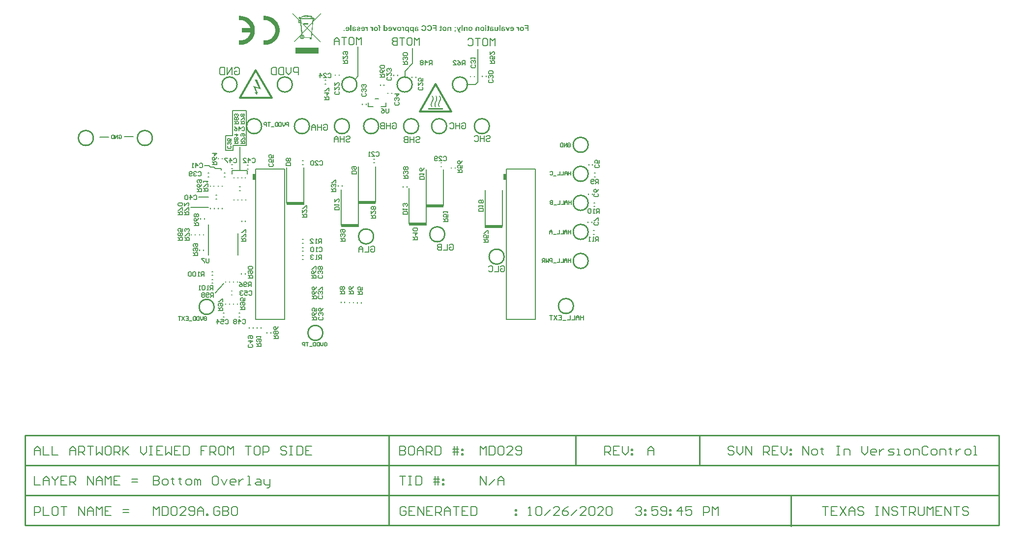
<source format=gbo>
G04*
G04 #@! TF.GenerationSoftware,Altium Limited,Altium Designer,18.1.9 (240)*
G04*
G04 Layer_Color=9218505*
%FSAX44Y44*%
%MOMM*%
G71*
G01*
G75*
%ADD12C,0.1778*%
%ADD13C,0.2000*%
%ADD14C,0.3556*%
%ADD15C,0.2032*%
%ADD16C,0.2540*%
%ADD17C,0.1270*%
%ADD112C,0.1375*%
%ADD113C,0.1900*%
%ADD114R,0.5000X1.1000*%
%ADD115R,3.1496X0.5080*%
G36*
X00578599Y00979232D02*
X00578599D01*
X00578599Y00979233D01*
X00578599Y00979232D01*
D02*
G37*
G36*
X00577057Y00978509D02*
X00577057Y00978509D01*
X00577057Y00978509D01*
X00577057Y00978509D01*
D02*
G37*
G36*
X00577048Y00978503D02*
X00577048Y00978503D01*
X00577048Y00978503D01*
X00577048Y00978503D01*
X00577048Y00978503D01*
X00577048Y00978503D01*
D02*
G37*
G36*
X00577047Y00978503D02*
D01*
X00577047Y00978503D01*
X00577048Y00978503D01*
X00577047Y00978503D01*
D02*
G37*
G36*
X00575850Y00977506D02*
X00575850Y00977506D01*
X00575850Y00977506D01*
X00575850Y00977506D01*
D02*
G37*
G36*
X00574402Y00972395D02*
X00575342Y00972395D01*
X00575143Y00974531D01*
X00574637D01*
Y00976002D01*
X00575545D01*
Y00976004D01*
X00575545Y00976006D01*
X00575545Y00976009D01*
X00575546Y00976012D01*
X00575546Y00976013D01*
X00575546D01*
X00575546Y00976013D01*
X00575838Y00977481D01*
Y00977481D01*
X00575839Y00977482D01*
X00575838Y00977481D01*
X00575838Y00977482D01*
X00575839Y00977485D01*
X00575841Y00977491D01*
X00575844Y00977497D01*
X00575848Y00977503D01*
X00575850Y00977506D01*
X00575840Y00977484D01*
X00575850Y00977506D01*
X00575851Y00977506D01*
Y00977507D01*
X00576098Y00977796D01*
X00576098Y00977796D01*
X00576099Y00977797D01*
X00576101Y00977799D01*
X00576103Y00977801D01*
X00576105Y00977803D01*
X00576106Y00977804D01*
Y00977804D01*
X00576107Y00977804D01*
X00576107Y00977804D01*
X00576107Y00977804D01*
X00576107Y00977805D01*
X00576107Y00977805D01*
Y00977805D01*
X00577047Y00978503D01*
X00577047Y00978503D01*
X00577058Y00978509D01*
X00577057Y00978509D01*
X00577048Y00978504D01*
X00577048Y00978503D01*
X00577048Y00978503D01*
X00577048Y00978503D01*
X00577049Y00978504D01*
X00577051Y00978505D01*
X00577053Y00978507D01*
X00577055Y00978508D01*
X00577056Y00978508D01*
X00577057Y00978509D01*
X00577056Y00978508D01*
X00577057Y00978509D01*
X00577057Y00978509D01*
X00577058Y00978509D01*
X00577058Y00978509D01*
X00577058Y00978509D01*
X00577058Y00978509D01*
X00577058Y00978509D01*
X00578599Y00979232D01*
X00578600Y00979233D01*
X00578599Y00979233D01*
X00578600Y00979233D01*
X00578601Y00979233D01*
X00578602Y00979234D01*
X00578605Y00979235D01*
X00578607Y00979236D01*
X00578608Y00979236D01*
Y00979236D01*
X00580377Y00979734D01*
X00580378Y00979734D01*
X00580379Y00979735D01*
X00580380Y00979735D01*
X00580382Y00979735D01*
X00580382Y00979735D01*
Y00979735D01*
X00581782Y00979990D01*
X00581783Y00979990D01*
X00581783Y00979990D01*
X00581784Y00979990D01*
X00581785Y00979990D01*
X00581785D01*
X00581785Y00979990D01*
X00581785Y00979990D01*
X00581785Y00979990D01*
X00581786Y00979990D01*
X00581785Y00979990D01*
X00581785Y00979990D01*
X00581785D01*
X00581785Y00979990D01*
X00581785Y00979990D01*
X00581785D01*
X00581786Y00979990D01*
X00582254Y00980048D01*
X00582254Y00980048D01*
X00582255Y00980048D01*
X00582255Y00980048D01*
X00582256Y00980048D01*
D01*
X00582262Y00980049D01*
Y00980711D01*
X00589206D01*
Y00980151D01*
X00589516Y00980131D01*
X00591112Y00979967D01*
X00592717Y00979697D01*
X00593031Y00979625D01*
Y00979770D01*
X00595445D01*
X00595445Y00978890D01*
X00595455Y00978891D01*
X00595467Y00978885D01*
X00595467Y00978885D01*
X00595467D01*
X00595467D01*
X00595467D01*
X00595467Y00978885D01*
X00595468Y00978885D01*
X00595468Y00978885D01*
X00595701Y00978779D01*
X00595702Y00978778D01*
X00595702Y00978778D01*
X00595702Y00978778D01*
X00595703Y00978777D01*
X00595704Y00978777D01*
X00595705Y00978777D01*
X00595705Y00978776D01*
X00595705Y00978776D01*
X00595706Y00978776D01*
X00595706Y00978776D01*
X00595706Y00978776D01*
X00595706Y00978776D01*
X00596383Y00978399D01*
X00596383Y00978399D01*
X00596383Y00978399D01*
X00596384Y00978398D01*
X00596385Y00978397D01*
X00596387Y00978396D01*
X00596388Y00978395D01*
X00596389Y00978395D01*
X00597179Y00977812D01*
X00597180Y00977812D01*
X00597182Y00977810D01*
X00597183Y00977809D01*
X00597185Y00977807D01*
X00597186Y00977806D01*
X00597186Y00977806D01*
X00597186Y00977806D01*
X00597186Y00977806D01*
X00597186Y00977806D01*
X00597187Y00977805D01*
X00597187Y00977805D01*
X00597827Y00977118D01*
X00597828Y00977117D01*
X00597828Y00977117D01*
X00597829Y00977116D01*
X00597830Y00977115D01*
X00597831Y00977113D01*
X00597833Y00977112D01*
X00597833Y00977111D01*
X00597835Y00977109D01*
X00598210Y00976520D01*
X00598211Y00976519D01*
X00598212Y00976518D01*
X00598213Y00976516D01*
X00598214Y00976514D01*
X00598215Y00976512D01*
X00598215Y00976511D01*
X00598306Y00976299D01*
X00598306Y00976300D01*
X00598317Y00976275D01*
X00598318Y00976274D01*
X00598318Y00976273D01*
X00598318Y00976273D01*
X00598318Y00976273D01*
X00598318Y00976272D01*
X00598318Y00976272D01*
X00598319Y00976271D01*
X00598319Y00976271D01*
X00598406Y00976042D01*
X00598406Y00976041D01*
X00598406Y00976040D01*
X00598407Y00976039D01*
X00598407Y00976039D01*
X00598407Y00976038D01*
X00598413Y00976018D01*
X00598413Y00976018D01*
X00598417Y00976006D01*
X00598416Y00976002D01*
X00599859D01*
Y00974531D01*
X00598232D01*
X00597873Y00970473D01*
X00611498Y00984823D01*
Y00983213D01*
X00597713Y00968672D01*
X00596090Y00950325D01*
X00610637Y00935522D01*
X00609808Y00934708D01*
X00595956Y00948817D01*
X00595383Y00942336D01*
X00595383Y00942336D01*
X00595383Y00942336D01*
X00595349Y00942255D01*
X00595263Y00942103D01*
X00595161Y00941960D01*
X00595045Y00941830D01*
X00594980Y00941771D01*
D01*
X00594813Y00941704D01*
X00594756Y00941696D01*
Y00939565D01*
X00592139D01*
Y00941695D01*
X00581748Y00941690D01*
Y00943103D01*
X00594031D01*
X00594636Y00950161D01*
X00587274Y00957661D01*
X00578953Y00948883D01*
X00579069Y00947632D01*
X00577378Y00946506D01*
X00577421Y00947266D01*
X00565655Y00934855D01*
X00564812Y00935655D01*
X00577519Y00949038D01*
X00575802Y00967470D01*
X00572584D01*
Y00972395D01*
X00572809Y00972395D01*
X00562003Y00983402D01*
Y00985013D01*
X00574402Y00972395D01*
D02*
G37*
G36*
X00476086Y00979590D02*
X00480159Y00978619D01*
X00484014Y00976984D01*
X00487543Y00974731D01*
X00490648Y00971922D01*
X00493243Y00968636D01*
X00495255Y00964964D01*
X00496629Y00961008D01*
X00497325Y00956880D01*
Y00952692D01*
X00496629Y00948564D01*
X00495255Y00944608D01*
X00493243Y00940936D01*
X00490648Y00937650D01*
X00487543Y00934841D01*
X00484014Y00932588D01*
X00480159Y00930953D01*
X00476086Y00929982D01*
X00471908Y00929702D01*
X00469825Y00929911D01*
X00469825Y00929911D01*
X00469825Y00937466D01*
X00471455Y00937308D01*
X00474725Y00937451D01*
X00477910Y00938201D01*
X00480900Y00939531D01*
X00483591Y00941394D01*
X00485887Y00943726D01*
X00487709Y00946444D01*
X00488993Y00949454D01*
X00489418Y00951036D01*
X00474825D01*
Y00958536D01*
X00489419D01*
X00488993Y00960118D01*
X00487709Y00963128D01*
X00485887Y00965846D01*
X00483591Y00968178D01*
X00480900Y00970041D01*
X00477910Y00971371D01*
X00474725Y00972121D01*
X00471455Y00972264D01*
X00469825Y00972106D01*
D01*
X00469825D01*
X00469825D01*
X00469825Y00979661D01*
X00471908Y00979870D01*
X00476086Y00979590D01*
D02*
G37*
G36*
X00518586D02*
X00522659Y00978619D01*
X00526514Y00976984D01*
X00530043Y00974731D01*
X00533148Y00971922D01*
X00535743Y00968636D01*
X00537755Y00964964D01*
X00539129Y00961008D01*
X00539825Y00956880D01*
Y00952692D01*
X00539129Y00948564D01*
X00537755Y00944608D01*
X00535743Y00940936D01*
X00533148Y00937650D01*
X00530043Y00934841D01*
X00526514Y00932588D01*
X00522659Y00930953D01*
X00518586Y00929982D01*
X00514408Y00929702D01*
X00512325Y00929911D01*
X00512325Y00937466D01*
X00512325D01*
X00512325Y00937466D01*
Y00937466D01*
X00514192Y00937298D01*
X00517925Y00937563D01*
X00521516Y00938616D01*
X00524801Y00940408D01*
X00527630Y00942858D01*
X00529874Y00945854D01*
X00531429Y00949258D01*
X00532225Y00952915D01*
Y00956657D01*
X00531429Y00960314D01*
X00529874Y00963718D01*
X00527630Y00966714D01*
X00524801Y00969164D01*
X00521516Y00970956D01*
X00517925Y00972009D01*
X00514192Y00972274D01*
X00512325Y00972106D01*
X00512325Y00979661D01*
X00512325D01*
X00514408Y00979870D01*
X00518586Y00979590D01*
D02*
G37*
G36*
X00607248Y00914736D02*
X00567248D01*
Y00924736D01*
X00607248D01*
Y00914736D01*
D02*
G37*
G36*
X00507619Y00853177D02*
X00498221Y00856225D01*
X00500761Y00847843D01*
X00502031Y00848859D01*
X00501269Y00843525D01*
X00497205Y00848097D01*
X00499237Y00847589D01*
X00494157Y00859273D01*
X00503809Y00856479D01*
X00496951Y00869941D01*
X00500761D01*
X00507619Y00853177D01*
D02*
G37*
G36*
X00815519Y00842087D02*
Y00841833D01*
X00815900D01*
Y00842087D01*
X00816154D01*
Y00841833D01*
Y00841579D01*
X00816408D01*
Y00841325D01*
X00816662D01*
Y00841071D01*
Y00840817D01*
X00816916D01*
Y00840563D01*
Y00840309D01*
X00817170D01*
Y00840055D01*
Y00839801D01*
X00817424D01*
Y00839547D01*
Y00839293D01*
Y00839039D01*
Y00838785D01*
X00817678D01*
Y00838531D01*
Y00838277D01*
Y00838023D01*
Y00837769D01*
Y00837515D01*
Y00837261D01*
Y00837007D01*
Y00836753D01*
Y00836499D01*
Y00836245D01*
Y00835991D01*
Y00835737D01*
X00817424D01*
Y00835483D01*
Y00835229D01*
Y00834975D01*
Y00834721D01*
X00817170D01*
Y00834467D01*
Y00834213D01*
Y00833959D01*
X00816916D01*
Y00833705D01*
Y00833451D01*
X00816662D01*
Y00833197D01*
Y00832943D01*
Y00832689D01*
X00816408D01*
Y00832435D01*
Y00832181D01*
X00816154D01*
Y00831927D01*
Y00831673D01*
X00815900D01*
Y00831419D01*
Y00831165D01*
X00815646D01*
Y00830911D01*
Y00830657D01*
X00815392D01*
Y00830403D01*
Y00830149D01*
X00815138D01*
Y00829895D01*
Y00829641D01*
Y00829387D01*
X00814884D01*
Y00829133D01*
Y00828879D01*
Y00828625D01*
X00814630D01*
Y00828371D01*
Y00828117D01*
Y00827863D01*
Y00827609D01*
Y00827355D01*
Y00827101D01*
Y00826847D01*
Y00826593D01*
Y00826339D01*
Y00826085D01*
Y00825831D01*
Y00825577D01*
Y00825323D01*
Y00825069D01*
X00814884D01*
Y00824815D01*
Y00824561D01*
Y00824307D01*
X00815138D01*
Y00824053D01*
Y00823799D01*
X00815392D01*
Y00823545D01*
Y00823291D01*
X00815646D01*
Y00823037D01*
Y00822783D01*
X00815900D01*
Y00822529D01*
X00815646D01*
Y00822275D01*
X00814884D01*
Y00822529D01*
X00814249D01*
Y00822783D01*
X00813995D01*
Y00823037D01*
Y00823291D01*
X00813741D01*
Y00823545D01*
Y00823799D01*
X00813487D01*
Y00824053D01*
Y00824307D01*
X00813233D01*
Y00824561D01*
Y00824815D01*
Y00825069D01*
Y00825323D01*
X00812979D01*
Y00825577D01*
Y00825831D01*
Y00826085D01*
Y00826339D01*
Y00826593D01*
Y00826847D01*
Y00827101D01*
Y00827355D01*
Y00827609D01*
Y00827863D01*
Y00828117D01*
Y00828371D01*
Y00828625D01*
Y00828879D01*
X00813233D01*
Y00829133D01*
Y00829387D01*
Y00829641D01*
X00813487D01*
Y00829895D01*
Y00830149D01*
Y00830403D01*
X00813741D01*
Y00830657D01*
Y00830911D01*
X00813995D01*
Y00831165D01*
Y00831419D01*
Y00831673D01*
X00814249D01*
Y00831927D01*
Y00832181D01*
X00814503D01*
Y00832435D01*
Y00832689D01*
X00814757D01*
Y00832943D01*
Y00833197D01*
X00815011D01*
Y00833451D01*
Y00833705D01*
X00815265D01*
Y00833959D01*
Y00834213D01*
X00815519D01*
Y00834467D01*
Y00834721D01*
Y00834975D01*
X00815773D01*
Y00835229D01*
Y00835483D01*
Y00835737D01*
X00816027D01*
Y00835991D01*
Y00836245D01*
Y00836499D01*
Y00836753D01*
Y00837007D01*
Y00837261D01*
Y00837515D01*
Y00837769D01*
Y00838023D01*
Y00838277D01*
Y00838531D01*
Y00838785D01*
Y00839039D01*
X00815773D01*
Y00839293D01*
Y00839547D01*
Y00839801D01*
X00815519D01*
Y00840055D01*
Y00840309D01*
Y00840563D01*
X00815265D01*
Y00840817D01*
X00815011D01*
Y00841071D01*
Y00841325D01*
X00814757D01*
Y00841579D01*
Y00841833D01*
X00815011D01*
Y00842087D01*
X00815265D01*
Y00842341D01*
X00815519D01*
Y00842087D01*
D02*
G37*
G36*
X00809169D02*
Y00841833D01*
X00809550D01*
Y00842087D01*
X00809804D01*
Y00841833D01*
Y00841579D01*
X00810058D01*
Y00841325D01*
X00810312D01*
Y00841071D01*
Y00840817D01*
X00810566D01*
Y00840563D01*
Y00840309D01*
X00810820D01*
Y00840055D01*
Y00839801D01*
X00811074D01*
Y00839547D01*
Y00839293D01*
Y00839039D01*
Y00838785D01*
X00811328D01*
Y00838531D01*
Y00838277D01*
Y00838023D01*
Y00837769D01*
Y00837515D01*
Y00837261D01*
Y00837007D01*
Y00836753D01*
Y00836499D01*
Y00836245D01*
Y00835991D01*
Y00835737D01*
X00811074D01*
Y00835483D01*
Y00835229D01*
Y00834975D01*
Y00834721D01*
X00810820D01*
Y00834467D01*
Y00834213D01*
Y00833959D01*
X00810566D01*
Y00833705D01*
Y00833451D01*
X00810312D01*
Y00833197D01*
Y00832943D01*
Y00832689D01*
X00810058D01*
Y00832435D01*
Y00832181D01*
X00809804D01*
Y00831927D01*
Y00831673D01*
X00809550D01*
Y00831419D01*
Y00831165D01*
X00809296D01*
Y00830911D01*
Y00830657D01*
X00809042D01*
Y00830403D01*
Y00830149D01*
X00808788D01*
Y00829895D01*
Y00829641D01*
Y00829387D01*
X00808534D01*
Y00829133D01*
Y00828879D01*
Y00828625D01*
X00808280D01*
Y00828371D01*
Y00828117D01*
Y00827863D01*
Y00827609D01*
Y00827355D01*
Y00827101D01*
Y00826847D01*
Y00826593D01*
Y00826339D01*
Y00826085D01*
Y00825831D01*
Y00825577D01*
Y00825323D01*
Y00825069D01*
X00808534D01*
Y00824815D01*
Y00824561D01*
Y00824307D01*
X00808788D01*
Y00824053D01*
Y00823799D01*
X00809042D01*
Y00823545D01*
Y00823291D01*
X00809296D01*
Y00823037D01*
Y00822783D01*
X00809550D01*
Y00822529D01*
X00809296D01*
Y00822275D01*
X00808534D01*
Y00822529D01*
X00807899D01*
Y00822783D01*
X00807645D01*
Y00823037D01*
Y00823291D01*
X00807391D01*
Y00823545D01*
Y00823799D01*
X00807137D01*
Y00824053D01*
Y00824307D01*
X00806883D01*
Y00824561D01*
Y00824815D01*
Y00825069D01*
Y00825323D01*
X00806629D01*
Y00825577D01*
Y00825831D01*
Y00826085D01*
Y00826339D01*
Y00826593D01*
Y00826847D01*
Y00827101D01*
Y00827355D01*
Y00827609D01*
Y00827863D01*
Y00828117D01*
Y00828371D01*
Y00828625D01*
Y00828879D01*
X00806883D01*
Y00829133D01*
Y00829387D01*
Y00829641D01*
X00807137D01*
Y00829895D01*
Y00830149D01*
Y00830403D01*
X00807391D01*
Y00830657D01*
Y00830911D01*
X00807645D01*
Y00831165D01*
Y00831419D01*
Y00831673D01*
X00807899D01*
Y00831927D01*
Y00832181D01*
X00808153D01*
Y00832435D01*
Y00832689D01*
X00808407D01*
Y00832943D01*
Y00833197D01*
X00808661D01*
Y00833451D01*
Y00833705D01*
X00808915D01*
Y00833959D01*
Y00834213D01*
X00809169D01*
Y00834467D01*
Y00834721D01*
Y00834975D01*
X00809423D01*
Y00835229D01*
Y00835483D01*
Y00835737D01*
X00809677D01*
Y00835991D01*
Y00836245D01*
Y00836499D01*
Y00836753D01*
Y00837007D01*
Y00837261D01*
Y00837515D01*
Y00837769D01*
Y00838023D01*
Y00838277D01*
Y00838531D01*
Y00838785D01*
Y00839039D01*
X00809423D01*
Y00839293D01*
Y00839547D01*
Y00839801D01*
X00809169D01*
Y00840055D01*
Y00840309D01*
Y00840563D01*
X00808915D01*
Y00840817D01*
X00808661D01*
Y00841071D01*
Y00841325D01*
X00808407D01*
Y00841579D01*
Y00841833D01*
X00808661D01*
Y00842087D01*
X00808915D01*
Y00842341D01*
X00809169D01*
Y00842087D01*
D02*
G37*
G36*
X00802819D02*
Y00841833D01*
X00803200D01*
Y00842087D01*
X00803454D01*
Y00841833D01*
Y00841579D01*
X00803708D01*
Y00841325D01*
X00803962D01*
Y00841071D01*
Y00840817D01*
X00804216D01*
Y00840563D01*
Y00840309D01*
X00804470D01*
Y00840055D01*
Y00839801D01*
X00804724D01*
Y00839547D01*
Y00839293D01*
Y00839039D01*
Y00838785D01*
X00804978D01*
Y00838531D01*
Y00838277D01*
Y00838023D01*
Y00837769D01*
Y00837515D01*
Y00837261D01*
Y00837007D01*
Y00836753D01*
Y00836499D01*
Y00836245D01*
Y00835991D01*
Y00835737D01*
X00804724D01*
Y00835483D01*
Y00835229D01*
Y00834975D01*
Y00834721D01*
X00804470D01*
Y00834467D01*
Y00834213D01*
Y00833959D01*
X00804216D01*
Y00833705D01*
Y00833451D01*
X00803962D01*
Y00833197D01*
Y00832943D01*
Y00832689D01*
X00803708D01*
Y00832435D01*
Y00832181D01*
X00803454D01*
Y00831927D01*
Y00831673D01*
X00803200D01*
Y00831419D01*
Y00831165D01*
X00802946D01*
Y00830911D01*
Y00830657D01*
X00802692D01*
Y00830403D01*
Y00830149D01*
X00802438D01*
Y00829895D01*
Y00829641D01*
Y00829387D01*
X00802184D01*
Y00829133D01*
Y00828879D01*
Y00828625D01*
X00801930D01*
Y00828371D01*
Y00828117D01*
Y00827863D01*
Y00827609D01*
Y00827355D01*
Y00827101D01*
Y00826847D01*
Y00826593D01*
Y00826339D01*
Y00826085D01*
Y00825831D01*
Y00825577D01*
Y00825323D01*
Y00825069D01*
X00802184D01*
Y00824815D01*
Y00824561D01*
Y00824307D01*
X00802438D01*
Y00824053D01*
Y00823799D01*
X00802692D01*
Y00823545D01*
Y00823291D01*
X00802946D01*
Y00823037D01*
Y00822783D01*
X00803200D01*
Y00822529D01*
X00802946D01*
Y00822275D01*
X00802184D01*
Y00822529D01*
X00801549D01*
Y00822783D01*
X00801295D01*
Y00823037D01*
Y00823291D01*
X00801041D01*
Y00823545D01*
Y00823799D01*
X00800787D01*
Y00824053D01*
Y00824307D01*
X00800533D01*
Y00824561D01*
Y00824815D01*
Y00825069D01*
Y00825323D01*
X00800279D01*
Y00825577D01*
Y00825831D01*
Y00826085D01*
Y00826339D01*
Y00826593D01*
Y00826847D01*
Y00827101D01*
Y00827355D01*
Y00827609D01*
Y00827863D01*
Y00828117D01*
Y00828371D01*
Y00828625D01*
Y00828879D01*
X00800533D01*
Y00829133D01*
Y00829387D01*
Y00829641D01*
X00800787D01*
Y00829895D01*
Y00830149D01*
Y00830403D01*
X00801041D01*
Y00830657D01*
Y00830911D01*
X00801295D01*
Y00831165D01*
Y00831419D01*
Y00831673D01*
X00801549D01*
Y00831927D01*
Y00832181D01*
X00801803D01*
Y00832435D01*
Y00832689D01*
X00802057D01*
Y00832943D01*
Y00833197D01*
X00802311D01*
Y00833451D01*
Y00833705D01*
X00802565D01*
Y00833959D01*
Y00834213D01*
X00802819D01*
Y00834467D01*
Y00834721D01*
Y00834975D01*
X00803073D01*
Y00835229D01*
Y00835483D01*
Y00835737D01*
X00803327D01*
Y00835991D01*
Y00836245D01*
Y00836499D01*
Y00836753D01*
Y00837007D01*
Y00837261D01*
Y00837515D01*
Y00837769D01*
Y00838023D01*
Y00838277D01*
Y00838531D01*
Y00838785D01*
Y00839039D01*
X00803073D01*
Y00839293D01*
Y00839547D01*
Y00839801D01*
X00802819D01*
Y00840055D01*
Y00840309D01*
Y00840563D01*
X00802565D01*
Y00840817D01*
X00802311D01*
Y00841071D01*
Y00841325D01*
X00802057D01*
Y00841579D01*
Y00841833D01*
X00802311D01*
Y00842087D01*
X00802565D01*
Y00842341D01*
X00802819D01*
Y00842087D01*
D02*
G37*
G36*
X00821488Y00818719D02*
X00796088D01*
Y00820497D01*
X00821488D01*
Y00818719D01*
D02*
G37*
G36*
X00896025Y00961817D02*
X00894151D01*
Y00963550D01*
X00896025D01*
Y00961817D01*
D02*
G37*
G36*
X00843430Y00958997D02*
X00841555D01*
Y00960872D01*
X00843430D01*
Y00958997D01*
D02*
G37*
G36*
X00925573Y00960999D02*
X00925798Y00960985D01*
X00925996Y00960943D01*
X00926193Y00960914D01*
X00926362Y00960872D01*
X00926517Y00960816D01*
X00926658Y00960773D01*
X00926771Y00960731D01*
X00926884Y00960675D01*
X00926968Y00960632D01*
X00927053Y00960604D01*
X00927109Y00960562D01*
X00927152Y00960548D01*
X00927166Y00960520D01*
X00927180D01*
X00927420Y00960308D01*
X00927617Y00960069D01*
X00927786Y00959815D01*
X00927927Y00959575D01*
X00928026Y00959350D01*
X00928068Y00959251D01*
X00928096Y00959166D01*
X00928124Y00959096D01*
X00928139Y00959040D01*
X00928153Y00959011D01*
Y00958997D01*
X00926475Y00958687D01*
X00926404Y00958856D01*
X00926334Y00958997D01*
X00926264Y00959124D01*
X00926179Y00959223D01*
X00926123Y00959293D01*
X00926066Y00959335D01*
X00926038Y00959364D01*
X00926024Y00959378D01*
X00925911Y00959448D01*
X00925784Y00959505D01*
X00925643Y00959533D01*
X00925516Y00959561D01*
X00925404Y00959575D01*
X00925319Y00959589D01*
X00925235D01*
X00924981Y00959575D01*
X00924769Y00959547D01*
X00924600Y00959519D01*
X00924459Y00959476D01*
X00924361Y00959420D01*
X00924290Y00959392D01*
X00924248Y00959364D01*
X00924234Y00959350D01*
X00924135Y00959251D01*
X00924064Y00959138D01*
X00924022Y00959011D01*
X00923980Y00958884D01*
X00923966Y00958757D01*
X00923952Y00958659D01*
Y00958603D01*
Y00958574D01*
Y00958391D01*
X00924050Y00958349D01*
X00924177Y00958306D01*
X00924445Y00958222D01*
X00924755Y00958151D01*
X00925051Y00958081D01*
X00925333Y00958010D01*
X00925460Y00957982D01*
X00925573Y00957968D01*
X00925657Y00957954D01*
X00925728Y00957940D01*
X00925770Y00957926D01*
X00925784D01*
X00926123Y00957855D01*
X00926433Y00957785D01*
X00926686Y00957714D01*
X00926898Y00957644D01*
X00927067Y00957573D01*
X00927180Y00957531D01*
X00927250Y00957503D01*
X00927279Y00957489D01*
X00927462Y00957390D01*
X00927617Y00957277D01*
X00927758Y00957150D01*
X00927857Y00957038D01*
X00927955Y00956939D01*
X00928012Y00956854D01*
X00928054Y00956798D01*
X00928068Y00956770D01*
X00928167Y00956587D01*
X00928237Y00956403D01*
X00928279Y00956234D01*
X00928308Y00956065D01*
X00928336Y00955924D01*
X00928350Y00955811D01*
Y00955741D01*
Y00955713D01*
X00928336Y00955543D01*
X00928322Y00955388D01*
X00928251Y00955092D01*
X00928153Y00954839D01*
X00928040Y00954627D01*
X00927927Y00954458D01*
X00927828Y00954331D01*
X00927758Y00954247D01*
X00927730Y00954232D01*
Y00954218D01*
X00927476Y00954021D01*
X00927194Y00953880D01*
X00926912Y00953781D01*
X00926630Y00953711D01*
X00926391Y00953669D01*
X00926278Y00953654D01*
X00926193D01*
X00926108Y00953640D01*
X00926010D01*
X00925784Y00953654D01*
X00925559Y00953683D01*
X00925361Y00953711D01*
X00925192Y00953753D01*
X00925051Y00953795D01*
X00924939Y00953838D01*
X00924868Y00953852D01*
X00924840Y00953866D01*
X00924642Y00953965D01*
X00924445Y00954063D01*
X00924276Y00954190D01*
X00924121Y00954303D01*
X00923994Y00954402D01*
X00923895Y00954486D01*
X00923839Y00954542D01*
X00923811Y00954557D01*
X00923797Y00954500D01*
X00923768Y00954430D01*
X00923754Y00954373D01*
X00923740Y00954359D01*
Y00954345D01*
X00923698Y00954218D01*
X00923670Y00954106D01*
X00923642Y00954007D01*
X00923613Y00953936D01*
X00923585Y00953880D01*
X00923571Y00953824D01*
X00923557Y00953810D01*
Y00953795D01*
X00921710D01*
X00921795Y00953979D01*
X00921865Y00954148D01*
X00921922Y00954303D01*
X00921978Y00954444D01*
X00922006Y00954557D01*
X00922035Y00954655D01*
X00922049Y00954712D01*
Y00954726D01*
X00922077Y00954909D01*
X00922091Y00955135D01*
X00922119Y00955360D01*
Y00955586D01*
X00922133Y00955783D01*
Y00955952D01*
Y00956023D01*
Y00956065D01*
Y00956093D01*
Y00956107D01*
X00922105Y00958292D01*
Y00958518D01*
X00922119Y00958715D01*
X00922133Y00958898D01*
X00922147Y00959068D01*
X00922161Y00959223D01*
X00922189Y00959364D01*
X00922204Y00959491D01*
X00922232Y00959589D01*
X00922260Y00959688D01*
X00922274Y00959758D01*
X00922316Y00959885D01*
X00922345Y00959942D01*
X00922359Y00959970D01*
X00922471Y00960125D01*
X00922598Y00960280D01*
X00922739Y00960407D01*
X00922894Y00960520D01*
X00923021Y00960604D01*
X00923134Y00960661D01*
X00923204Y00960703D01*
X00923219Y00960717D01*
X00923233D01*
X00923360Y00960773D01*
X00923486Y00960816D01*
X00923783Y00960900D01*
X00924093Y00960957D01*
X00924389Y00960985D01*
X00924671Y00961013D01*
X00924783D01*
X00924882Y00961027D01*
X00925347D01*
X00925573Y00960999D01*
D02*
G37*
G36*
X00905865D02*
X00906091Y00960985D01*
X00906288Y00960943D01*
X00906486Y00960914D01*
X00906655Y00960872D01*
X00906810Y00960816D01*
X00906951Y00960773D01*
X00907064Y00960731D01*
X00907176Y00960675D01*
X00907261Y00960632D01*
X00907345Y00960604D01*
X00907402Y00960562D01*
X00907444Y00960548D01*
X00907458Y00960520D01*
X00907472D01*
X00907712Y00960308D01*
X00907909Y00960069D01*
X00908078Y00959815D01*
X00908219Y00959575D01*
X00908318Y00959350D01*
X00908360Y00959251D01*
X00908389Y00959166D01*
X00908417Y00959096D01*
X00908431Y00959040D01*
X00908445Y00959011D01*
Y00958997D01*
X00906767Y00958687D01*
X00906697Y00958856D01*
X00906627Y00958997D01*
X00906556Y00959124D01*
X00906471Y00959223D01*
X00906415Y00959293D01*
X00906359Y00959335D01*
X00906330Y00959364D01*
X00906316Y00959378D01*
X00906204Y00959448D01*
X00906077Y00959505D01*
X00905936Y00959533D01*
X00905809Y00959561D01*
X00905696Y00959575D01*
X00905611Y00959589D01*
X00905527D01*
X00905273Y00959575D01*
X00905062Y00959547D01*
X00904893Y00959519D01*
X00904752Y00959476D01*
X00904653Y00959420D01*
X00904582Y00959392D01*
X00904540Y00959364D01*
X00904526Y00959350D01*
X00904427Y00959251D01*
X00904357Y00959138D01*
X00904314Y00959011D01*
X00904272Y00958884D01*
X00904258Y00958757D01*
X00904244Y00958659D01*
Y00958603D01*
Y00958574D01*
Y00958391D01*
X00904343Y00958349D01*
X00904470Y00958306D01*
X00904737Y00958222D01*
X00905048Y00958151D01*
X00905344Y00958081D01*
X00905626Y00958010D01*
X00905752Y00957982D01*
X00905865Y00957968D01*
X00905950Y00957954D01*
X00906020Y00957940D01*
X00906063Y00957926D01*
X00906077D01*
X00906415Y00957855D01*
X00906725Y00957785D01*
X00906979Y00957714D01*
X00907190Y00957644D01*
X00907359Y00957573D01*
X00907472Y00957531D01*
X00907543Y00957503D01*
X00907571Y00957489D01*
X00907754Y00957390D01*
X00907909Y00957277D01*
X00908050Y00957150D01*
X00908149Y00957038D01*
X00908248Y00956939D01*
X00908304Y00956854D01*
X00908346Y00956798D01*
X00908360Y00956770D01*
X00908459Y00956587D01*
X00908530Y00956403D01*
X00908572Y00956234D01*
X00908600Y00956065D01*
X00908628Y00955924D01*
X00908642Y00955811D01*
Y00955741D01*
Y00955713D01*
X00908628Y00955543D01*
X00908614Y00955388D01*
X00908544Y00955092D01*
X00908445Y00954839D01*
X00908332Y00954627D01*
X00908219Y00954458D01*
X00908121Y00954331D01*
X00908050Y00954247D01*
X00908022Y00954232D01*
Y00954218D01*
X00907768Y00954021D01*
X00907486Y00953880D01*
X00907204Y00953781D01*
X00906923Y00953711D01*
X00906683Y00953669D01*
X00906570Y00953654D01*
X00906486D01*
X00906401Y00953640D01*
X00906302D01*
X00906077Y00953654D01*
X00905851Y00953683D01*
X00905654Y00953711D01*
X00905485Y00953753D01*
X00905344Y00953795D01*
X00905231Y00953838D01*
X00905160Y00953852D01*
X00905132Y00953866D01*
X00904935Y00953965D01*
X00904737Y00954063D01*
X00904568Y00954190D01*
X00904413Y00954303D01*
X00904286Y00954402D01*
X00904188Y00954486D01*
X00904131Y00954542D01*
X00904103Y00954557D01*
X00904089Y00954500D01*
X00904061Y00954430D01*
X00904047Y00954373D01*
X00904033Y00954359D01*
Y00954345D01*
X00903990Y00954218D01*
X00903962Y00954106D01*
X00903934Y00954007D01*
X00903906Y00953936D01*
X00903877Y00953880D01*
X00903863Y00953824D01*
X00903849Y00953810D01*
Y00953795D01*
X00902003D01*
X00902087Y00953979D01*
X00902158Y00954148D01*
X00902214Y00954303D01*
X00902271Y00954444D01*
X00902299Y00954557D01*
X00902327Y00954655D01*
X00902341Y00954712D01*
Y00954726D01*
X00902369Y00954909D01*
X00902383Y00955135D01*
X00902411Y00955360D01*
Y00955586D01*
X00902426Y00955783D01*
Y00955952D01*
Y00956023D01*
Y00956065D01*
Y00956093D01*
Y00956107D01*
X00902397Y00958292D01*
Y00958518D01*
X00902411Y00958715D01*
X00902426Y00958898D01*
X00902440Y00959068D01*
X00902454Y00959223D01*
X00902482Y00959364D01*
X00902496Y00959491D01*
X00902524Y00959589D01*
X00902552Y00959688D01*
X00902567Y00959758D01*
X00902609Y00959885D01*
X00902637Y00959942D01*
X00902651Y00959970D01*
X00902764Y00960125D01*
X00902891Y00960280D01*
X00903032Y00960407D01*
X00903187Y00960520D01*
X00903314Y00960604D01*
X00903426Y00960661D01*
X00903497Y00960703D01*
X00903511Y00960717D01*
X00903525D01*
X00903652Y00960773D01*
X00903779Y00960816D01*
X00904075Y00960900D01*
X00904385Y00960957D01*
X00904681Y00960985D01*
X00904963Y00961013D01*
X00905076D01*
X00905174Y00961027D01*
X00905640D01*
X00905865Y00960999D01*
D02*
G37*
G36*
X00776328Y00960999D02*
X00776553Y00960985D01*
X00776751Y00960943D01*
X00776948Y00960914D01*
X00777117Y00960872D01*
X00777272Y00960816D01*
X00777413Y00960773D01*
X00777526Y00960731D01*
X00777639Y00960675D01*
X00777723Y00960632D01*
X00777808Y00960604D01*
X00777865Y00960562D01*
X00777907Y00960548D01*
X00777921Y00960520D01*
X00777935D01*
X00778175Y00960308D01*
X00778372Y00960069D01*
X00778541Y00959815D01*
X00778682Y00959575D01*
X00778781Y00959350D01*
X00778823Y00959251D01*
X00778851Y00959166D01*
X00778879Y00959096D01*
X00778894Y00959040D01*
X00778908Y00959011D01*
Y00958997D01*
X00777230Y00958687D01*
X00777160Y00958856D01*
X00777089Y00958997D01*
X00777019Y00959124D01*
X00776934Y00959223D01*
X00776878Y00959293D01*
X00776821Y00959335D01*
X00776793Y00959364D01*
X00776779Y00959378D01*
X00776666Y00959448D01*
X00776539Y00959505D01*
X00776398Y00959533D01*
X00776272Y00959561D01*
X00776159Y00959575D01*
X00776074Y00959589D01*
X00775990D01*
X00775736Y00959575D01*
X00775524Y00959547D01*
X00775355Y00959519D01*
X00775214Y00959476D01*
X00775116Y00959420D01*
X00775045Y00959392D01*
X00775003Y00959364D01*
X00774989Y00959350D01*
X00774890Y00959251D01*
X00774819Y00959138D01*
X00774777Y00959011D01*
X00774735Y00958884D01*
X00774721Y00958757D01*
X00774707Y00958659D01*
Y00958603D01*
Y00958574D01*
Y00958391D01*
X00774805Y00958349D01*
X00774932Y00958306D01*
X00775200Y00958222D01*
X00775510Y00958151D01*
X00775806Y00958081D01*
X00776088Y00958010D01*
X00776215Y00957982D01*
X00776328Y00957968D01*
X00776413Y00957954D01*
X00776483Y00957940D01*
X00776525Y00957926D01*
X00776539D01*
X00776878Y00957855D01*
X00777188Y00957785D01*
X00777441Y00957714D01*
X00777653Y00957644D01*
X00777822Y00957573D01*
X00777935Y00957531D01*
X00778005Y00957503D01*
X00778034Y00957489D01*
X00778217Y00957390D01*
X00778372Y00957277D01*
X00778513Y00957150D01*
X00778612Y00957038D01*
X00778710Y00956939D01*
X00778767Y00956854D01*
X00778809Y00956798D01*
X00778823Y00956770D01*
X00778922Y00956587D01*
X00778992Y00956403D01*
X00779035Y00956234D01*
X00779063Y00956065D01*
X00779091Y00955924D01*
X00779105Y00955811D01*
Y00955741D01*
Y00955713D01*
X00779091Y00955543D01*
X00779077Y00955388D01*
X00779006Y00955092D01*
X00778908Y00954839D01*
X00778795Y00954627D01*
X00778682Y00954458D01*
X00778583Y00954331D01*
X00778513Y00954247D01*
X00778485Y00954232D01*
Y00954218D01*
X00778231Y00954021D01*
X00777949Y00953880D01*
X00777667Y00953781D01*
X00777385Y00953711D01*
X00777145Y00953669D01*
X00777033Y00953654D01*
X00776948D01*
X00776864Y00953640D01*
X00776765D01*
X00776539Y00953654D01*
X00776314Y00953683D01*
X00776116Y00953711D01*
X00775947Y00953753D01*
X00775806Y00953795D01*
X00775694Y00953838D01*
X00775623Y00953852D01*
X00775595Y00953866D01*
X00775397Y00953964D01*
X00775200Y00954063D01*
X00775031Y00954190D01*
X00774876Y00954303D01*
X00774749Y00954401D01*
X00774650Y00954486D01*
X00774594Y00954542D01*
X00774566Y00954557D01*
X00774552Y00954500D01*
X00774523Y00954430D01*
X00774509Y00954373D01*
X00774495Y00954359D01*
Y00954345D01*
X00774453Y00954218D01*
X00774425Y00954106D01*
X00774397Y00954007D01*
X00774368Y00953936D01*
X00774340Y00953880D01*
X00774326Y00953824D01*
X00774312Y00953810D01*
Y00953795D01*
X00772465D01*
X00772550Y00953979D01*
X00772620Y00954148D01*
X00772677Y00954303D01*
X00772733Y00954444D01*
X00772761Y00954557D01*
X00772790Y00954655D01*
X00772804Y00954712D01*
Y00954726D01*
X00772832Y00954909D01*
X00772846Y00955135D01*
X00772874Y00955360D01*
Y00955586D01*
X00772888Y00955783D01*
Y00955952D01*
Y00956023D01*
Y00956065D01*
Y00956093D01*
Y00956107D01*
X00772860Y00958292D01*
Y00958518D01*
X00772874Y00958715D01*
X00772888Y00958898D01*
X00772902Y00959068D01*
X00772916Y00959223D01*
X00772945Y00959364D01*
X00772959Y00959491D01*
X00772987Y00959589D01*
X00773015Y00959688D01*
X00773029Y00959758D01*
X00773072Y00959885D01*
X00773100Y00959942D01*
X00773114Y00959970D01*
X00773226Y00960125D01*
X00773353Y00960280D01*
X00773494Y00960407D01*
X00773650Y00960520D01*
X00773776Y00960604D01*
X00773889Y00960661D01*
X00773960Y00960703D01*
X00773974Y00960717D01*
X00773988D01*
X00774115Y00960773D01*
X00774241Y00960816D01*
X00774538Y00960900D01*
X00774848Y00960957D01*
X00775144Y00960985D01*
X00775426Y00961013D01*
X00775538D01*
X00775637Y00961027D01*
X00776102D01*
X00776328Y00960999D01*
D02*
G37*
G36*
X00668726Y00960999D02*
X00668951Y00960985D01*
X00669148Y00960943D01*
X00669346Y00960914D01*
X00669515Y00960872D01*
X00669670Y00960816D01*
X00669811Y00960773D01*
X00669924Y00960731D01*
X00670036Y00960675D01*
X00670121Y00960632D01*
X00670206Y00960604D01*
X00670262Y00960562D01*
X00670304Y00960548D01*
X00670318Y00960520D01*
X00670332D01*
X00670572Y00960308D01*
X00670770Y00960069D01*
X00670939Y00959815D01*
X00671080Y00959575D01*
X00671178Y00959350D01*
X00671221Y00959251D01*
X00671249Y00959166D01*
X00671277Y00959096D01*
X00671291Y00959039D01*
X00671305Y00959011D01*
Y00958997D01*
X00669628Y00958687D01*
X00669557Y00958856D01*
X00669487Y00958997D01*
X00669416Y00959124D01*
X00669332Y00959223D01*
X00669275Y00959293D01*
X00669219Y00959335D01*
X00669191Y00959364D01*
X00669177Y00959378D01*
X00669064Y00959448D01*
X00668937Y00959505D01*
X00668796Y00959533D01*
X00668669Y00959561D01*
X00668556Y00959575D01*
X00668472Y00959589D01*
X00668387D01*
X00668133Y00959575D01*
X00667922Y00959547D01*
X00667753Y00959519D01*
X00667612Y00959476D01*
X00667513Y00959420D01*
X00667443Y00959392D01*
X00667400Y00959364D01*
X00667386Y00959350D01*
X00667288Y00959251D01*
X00667217Y00959138D01*
X00667175Y00959011D01*
X00667132Y00958884D01*
X00667118Y00958757D01*
X00667104Y00958659D01*
Y00958602D01*
Y00958574D01*
Y00958391D01*
X00667203Y00958349D01*
X00667330Y00958306D01*
X00667598Y00958222D01*
X00667908Y00958151D01*
X00668204Y00958081D01*
X00668486Y00958010D01*
X00668613Y00957982D01*
X00668726Y00957968D01*
X00668810Y00957954D01*
X00668881Y00957940D01*
X00668923Y00957926D01*
X00668937D01*
X00669275Y00957855D01*
X00669585Y00957785D01*
X00669839Y00957714D01*
X00670051Y00957644D01*
X00670220Y00957573D01*
X00670332Y00957531D01*
X00670403Y00957503D01*
X00670431Y00957489D01*
X00670614Y00957390D01*
X00670770Y00957277D01*
X00670910Y00957150D01*
X00671009Y00957038D01*
X00671108Y00956939D01*
X00671164Y00956854D01*
X00671207Y00956798D01*
X00671221Y00956770D01*
X00671319Y00956587D01*
X00671390Y00956403D01*
X00671432Y00956234D01*
X00671460Y00956065D01*
X00671488Y00955924D01*
X00671503Y00955811D01*
Y00955741D01*
Y00955713D01*
X00671488Y00955543D01*
X00671474Y00955388D01*
X00671404Y00955092D01*
X00671305Y00954838D01*
X00671192Y00954627D01*
X00671080Y00954458D01*
X00670981Y00954331D01*
X00670910Y00954247D01*
X00670882Y00954232D01*
Y00954218D01*
X00670629Y00954021D01*
X00670347Y00953880D01*
X00670065Y00953781D01*
X00669783Y00953711D01*
X00669543Y00953669D01*
X00669430Y00953654D01*
X00669346D01*
X00669261Y00953640D01*
X00669163D01*
X00668937Y00953654D01*
X00668711Y00953683D01*
X00668514Y00953711D01*
X00668345Y00953753D01*
X00668204Y00953795D01*
X00668091Y00953838D01*
X00668021Y00953852D01*
X00667992Y00953866D01*
X00667795Y00953964D01*
X00667598Y00954063D01*
X00667429Y00954190D01*
X00667273Y00954303D01*
X00667147Y00954401D01*
X00667048Y00954486D01*
X00666992Y00954542D01*
X00666963Y00954557D01*
X00666949Y00954500D01*
X00666921Y00954430D01*
X00666907Y00954373D01*
X00666893Y00954359D01*
Y00954345D01*
X00666851Y00954218D01*
X00666822Y00954106D01*
X00666794Y00954007D01*
X00666766Y00953936D01*
X00666738Y00953880D01*
X00666724Y00953823D01*
X00666710Y00953809D01*
Y00953795D01*
X00664863D01*
X00664948Y00953979D01*
X00665018Y00954148D01*
X00665074Y00954303D01*
X00665131Y00954444D01*
X00665159Y00954557D01*
X00665187Y00954655D01*
X00665201Y00954712D01*
Y00954726D01*
X00665229Y00954909D01*
X00665244Y00955135D01*
X00665272Y00955360D01*
Y00955586D01*
X00665286Y00955783D01*
Y00955952D01*
Y00956023D01*
Y00956065D01*
Y00956093D01*
Y00956107D01*
X00665258Y00958292D01*
Y00958518D01*
X00665272Y00958715D01*
X00665286Y00958898D01*
X00665300Y00959068D01*
X00665314Y00959223D01*
X00665342Y00959364D01*
X00665356Y00959491D01*
X00665385Y00959589D01*
X00665413Y00959688D01*
X00665427Y00959758D01*
X00665469Y00959885D01*
X00665497Y00959942D01*
X00665511Y00959970D01*
X00665624Y00960125D01*
X00665751Y00960280D01*
X00665892Y00960407D01*
X00666047Y00960520D01*
X00666174Y00960604D01*
X00666287Y00960661D01*
X00666357Y00960703D01*
X00666371Y00960717D01*
X00666385D01*
X00666512Y00960773D01*
X00666639Y00960816D01*
X00666935Y00960900D01*
X00667245Y00960957D01*
X00667541Y00960985D01*
X00667823Y00961013D01*
X00667936D01*
X00668035Y00961027D01*
X00668500D01*
X00668726Y00960999D01*
D02*
G37*
G36*
X00933509Y00953795D02*
X00931818D01*
X00929013Y00960872D01*
X00930930D01*
X00932283Y00957249D01*
X00932368Y00957038D01*
X00932424Y00956840D01*
X00932452Y00956770D01*
X00932466Y00956713D01*
X00932480Y00956671D01*
Y00956657D01*
X00932495Y00956587D01*
X00932523Y00956502D01*
X00932593Y00956291D01*
X00932621Y00956206D01*
X00932650Y00956121D01*
X00932664Y00956065D01*
X00932678Y00956051D01*
X00933058Y00957249D01*
X00934398Y00960872D01*
X00936357D01*
X00933509Y00953795D01*
D02*
G37*
G36*
X00738802Y00953795D02*
X00737110D01*
X00734305Y00960872D01*
X00736222D01*
X00737575Y00957249D01*
X00737660Y00957038D01*
X00737716Y00956840D01*
X00737744Y00956770D01*
X00737758Y00956713D01*
X00737773Y00956671D01*
Y00956657D01*
X00737787Y00956587D01*
X00737815Y00956502D01*
X00737885Y00956291D01*
X00737914Y00956206D01*
X00737942Y00956121D01*
X00737956Y00956065D01*
X00737970Y00956051D01*
X00738351Y00957249D01*
X00739690Y00960872D01*
X00741649D01*
X00738802Y00953795D01*
D02*
G37*
G36*
X00849520Y00953781D02*
X00849590Y00953570D01*
X00849660Y00953387D01*
X00849745Y00953217D01*
X00849816Y00953076D01*
X00849886Y00952964D01*
X00849942Y00952879D01*
X00849985Y00952823D01*
X00849999Y00952809D01*
X00850126Y00952682D01*
X00850281Y00952583D01*
X00850436Y00952513D01*
X00850591Y00952470D01*
X00850732Y00952442D01*
X00850845Y00952414D01*
X00850957D01*
X00851225Y00952428D01*
X00851366Y00952442D01*
X00851479Y00952470D01*
X00851592Y00952484D01*
X00851676Y00952498D01*
X00851733Y00952513D01*
X00851747D01*
X00851578Y00951047D01*
X00851197Y00950976D01*
X00851028Y00950948D01*
X00850859Y00950934D01*
X00850732D01*
X00850619Y00950920D01*
X00850337D01*
X00850154Y00950934D01*
X00849999Y00950962D01*
X00849858Y00950990D01*
X00849731Y00951004D01*
X00849646Y00951032D01*
X00849590Y00951047D01*
X00849576D01*
X00849421Y00951089D01*
X00849280Y00951145D01*
X00849167Y00951201D01*
X00849068Y00951244D01*
X00848984Y00951286D01*
X00848927Y00951328D01*
X00848885Y00951342D01*
X00848871Y00951357D01*
X00848660Y00951526D01*
X00848504Y00951695D01*
X00848448Y00951779D01*
X00848406Y00951836D01*
X00848378Y00951878D01*
X00848364Y00951892D01*
X00848279Y00952033D01*
X00848194Y00952174D01*
X00848110Y00952329D01*
X00848039Y00952484D01*
X00847983Y00952625D01*
X00847926Y00952738D01*
X00847898Y00952809D01*
X00847884Y00952837D01*
X00847433Y00954049D01*
X00844938Y00960872D01*
X00846869D01*
X00848533Y00955839D01*
X00850210Y00960872D01*
X00852198D01*
X00849520Y00953781D01*
D02*
G37*
G36*
X00798221Y00963720D02*
X00798587Y00963677D01*
X00798911Y00963607D01*
X00799236Y00963522D01*
X00799518Y00963424D01*
X00799799Y00963311D01*
X00800039Y00963184D01*
X00800265Y00963057D01*
X00800476Y00962930D01*
X00800645Y00962803D01*
X00800800Y00962691D01*
X00800927Y00962592D01*
X00801026Y00962507D01*
X00801096Y00962437D01*
X00801139Y00962394D01*
X00801153Y00962380D01*
X00801378Y00962113D01*
X00801562Y00961831D01*
X00801731Y00961535D01*
X00801872Y00961225D01*
X00801999Y00960900D01*
X00802097Y00960590D01*
X00802182Y00960280D01*
X00802252Y00959984D01*
X00802309Y00959688D01*
X00802337Y00959434D01*
X00802365Y00959194D01*
X00802393Y00958997D01*
Y00958828D01*
X00802407Y00958701D01*
Y00958616D01*
Y00958603D01*
Y00958588D01*
X00802393Y00958165D01*
X00802351Y00957771D01*
X00802295Y00957390D01*
X00802210Y00957052D01*
X00802125Y00956728D01*
X00802013Y00956417D01*
X00801900Y00956150D01*
X00801787Y00955910D01*
X00801674Y00955684D01*
X00801562Y00955487D01*
X00801449Y00955332D01*
X00801364Y00955191D01*
X00801280Y00955092D01*
X00801223Y00955008D01*
X00801181Y00954965D01*
X00801167Y00954951D01*
X00800927Y00954712D01*
X00800673Y00954514D01*
X00800406Y00954331D01*
X00800138Y00954190D01*
X00799870Y00954063D01*
X00799602Y00953950D01*
X00799348Y00953866D01*
X00799109Y00953795D01*
X00798869Y00953739D01*
X00798658Y00953697D01*
X00798460Y00953669D01*
X00798305Y00953654D01*
X00798164Y00953640D01*
X00798065Y00953626D01*
X00797981D01*
X00797685Y00953640D01*
X00797417Y00953654D01*
X00797149Y00953697D01*
X00796909Y00953753D01*
X00796684Y00953810D01*
X00796472Y00953866D01*
X00796275Y00953936D01*
X00796092Y00954021D01*
X00795937Y00954091D01*
X00795796Y00954162D01*
X00795669Y00954218D01*
X00795570Y00954275D01*
X00795486Y00954331D01*
X00795429Y00954373D01*
X00795401Y00954387D01*
X00795387Y00954401D01*
X00795204Y00954557D01*
X00795035Y00954726D01*
X00794725Y00955106D01*
X00794471Y00955501D01*
X00794273Y00955882D01*
X00794189Y00956065D01*
X00794118Y00956234D01*
X00794062Y00956389D01*
X00794006Y00956516D01*
X00793963Y00956629D01*
X00793935Y00956713D01*
X00793921Y00956770D01*
Y00956784D01*
X00795838Y00957376D01*
X00795951Y00956995D01*
X00796078Y00956671D01*
X00796205Y00956403D01*
X00796346Y00956178D01*
X00796458Y00956009D01*
X00796557Y00955896D01*
X00796628Y00955825D01*
X00796656Y00955797D01*
X00796881Y00955628D01*
X00797107Y00955515D01*
X00797332Y00955431D01*
X00797530Y00955360D01*
X00797713Y00955332D01*
X00797868Y00955318D01*
X00797924Y00955304D01*
X00797995D01*
X00798192Y00955318D01*
X00798376Y00955332D01*
X00798714Y00955431D01*
X00799010Y00955543D01*
X00799250Y00955698D01*
X00799447Y00955839D01*
X00799588Y00955952D01*
X00799644Y00956009D01*
X00799687Y00956051D01*
X00799701Y00956065D01*
X00799715Y00956079D01*
X00799828Y00956234D01*
X00799926Y00956417D01*
X00800025Y00956615D01*
X00800095Y00956826D01*
X00800208Y00957263D01*
X00800293Y00957700D01*
X00800321Y00957912D01*
X00800335Y00958095D01*
X00800363Y00958278D01*
Y00958433D01*
X00800377Y00958546D01*
Y00958645D01*
Y00958715D01*
Y00958729D01*
X00800363Y00959054D01*
X00800349Y00959350D01*
X00800321Y00959617D01*
X00800279Y00959871D01*
X00800222Y00960097D01*
X00800166Y00960308D01*
X00800109Y00960491D01*
X00800039Y00960661D01*
X00799983Y00960802D01*
X00799926Y00960928D01*
X00799870Y00961027D01*
X00799814Y00961112D01*
X00799771Y00961182D01*
X00799743Y00961225D01*
X00799715Y00961253D01*
Y00961267D01*
X00799588Y00961408D01*
X00799447Y00961535D01*
X00799306Y00961633D01*
X00799151Y00961718D01*
X00798855Y00961859D01*
X00798573Y00961957D01*
X00798333Y00962014D01*
X00798221Y00962028D01*
X00798136Y00962042D01*
X00798051Y00962056D01*
X00797953D01*
X00797671Y00962042D01*
X00797417Y00961986D01*
X00797191Y00961915D01*
X00796994Y00961831D01*
X00796839Y00961746D01*
X00796726Y00961676D01*
X00796656Y00961619D01*
X00796628Y00961605D01*
X00796444Y00961436D01*
X00796275Y00961239D01*
X00796148Y00961041D01*
X00796050Y00960844D01*
X00795979Y00960675D01*
X00795937Y00960548D01*
X00795909Y00960491D01*
Y00960449D01*
X00795894Y00960435D01*
Y00960421D01*
X00793949Y00960886D01*
X00794090Y00961295D01*
X00794245Y00961647D01*
X00794414Y00961957D01*
X00794569Y00962211D01*
X00794725Y00962409D01*
X00794781Y00962493D01*
X00794837Y00962564D01*
X00794880Y00962606D01*
X00794922Y00962648D01*
X00794936Y00962676D01*
X00794950D01*
X00795162Y00962860D01*
X00795401Y00963029D01*
X00795627Y00963170D01*
X00795866Y00963283D01*
X00796120Y00963395D01*
X00796360Y00963480D01*
X00796599Y00963550D01*
X00796825Y00963607D01*
X00797036Y00963649D01*
X00797234Y00963677D01*
X00797403Y00963706D01*
X00797558Y00963720D01*
X00797685Y00963734D01*
X00797854D01*
X00798221Y00963720D01*
D02*
G37*
G36*
X00788381D02*
X00788747Y00963677D01*
X00789072Y00963607D01*
X00789396Y00963522D01*
X00789678Y00963424D01*
X00789960Y00963311D01*
X00790199Y00963184D01*
X00790425Y00963057D01*
X00790636Y00962930D01*
X00790806Y00962803D01*
X00790961Y00962691D01*
X00791087Y00962592D01*
X00791186Y00962507D01*
X00791257Y00962437D01*
X00791299Y00962394D01*
X00791313Y00962380D01*
X00791538Y00962113D01*
X00791722Y00961831D01*
X00791891Y00961535D01*
X00792032Y00961225D01*
X00792159Y00960900D01*
X00792258Y00960590D01*
X00792342Y00960280D01*
X00792413Y00959984D01*
X00792469Y00959688D01*
X00792497Y00959434D01*
X00792525Y00959194D01*
X00792553Y00958997D01*
Y00958828D01*
X00792568Y00958701D01*
Y00958616D01*
Y00958603D01*
Y00958588D01*
X00792553Y00958165D01*
X00792511Y00957771D01*
X00792455Y00957390D01*
X00792370Y00957052D01*
X00792286Y00956728D01*
X00792173Y00956417D01*
X00792060Y00956150D01*
X00791947Y00955910D01*
X00791835Y00955684D01*
X00791722Y00955487D01*
X00791609Y00955332D01*
X00791525Y00955191D01*
X00791440Y00955092D01*
X00791384Y00955008D01*
X00791341Y00954965D01*
X00791327Y00954951D01*
X00791087Y00954712D01*
X00790834Y00954514D01*
X00790566Y00954331D01*
X00790298Y00954190D01*
X00790030Y00954063D01*
X00789762Y00953950D01*
X00789509Y00953866D01*
X00789269Y00953795D01*
X00789029Y00953739D01*
X00788818Y00953697D01*
X00788621Y00953669D01*
X00788465Y00953654D01*
X00788324Y00953640D01*
X00788226Y00953626D01*
X00788141D01*
X00787845Y00953640D01*
X00787577Y00953654D01*
X00787309Y00953697D01*
X00787070Y00953753D01*
X00786844Y00953810D01*
X00786633Y00953866D01*
X00786435Y00953936D01*
X00786252Y00954021D01*
X00786097Y00954091D01*
X00785956Y00954162D01*
X00785829Y00954218D01*
X00785731Y00954275D01*
X00785646Y00954331D01*
X00785590Y00954373D01*
X00785561Y00954387D01*
X00785547Y00954401D01*
X00785364Y00954557D01*
X00785195Y00954726D01*
X00784885Y00955106D01*
X00784631Y00955501D01*
X00784434Y00955882D01*
X00784349Y00956065D01*
X00784279Y00956234D01*
X00784222Y00956389D01*
X00784166Y00956516D01*
X00784124Y00956629D01*
X00784095Y00956713D01*
X00784081Y00956770D01*
Y00956784D01*
X00785998Y00957376D01*
X00786111Y00956995D01*
X00786238Y00956671D01*
X00786365Y00956403D01*
X00786506Y00956178D01*
X00786619Y00956009D01*
X00786717Y00955896D01*
X00786788Y00955825D01*
X00786816Y00955797D01*
X00787042Y00955628D01*
X00787267Y00955515D01*
X00787493Y00955431D01*
X00787690Y00955360D01*
X00787873Y00955332D01*
X00788028Y00955318D01*
X00788085Y00955304D01*
X00788155D01*
X00788353Y00955318D01*
X00788536Y00955332D01*
X00788874Y00955431D01*
X00789170Y00955543D01*
X00789410Y00955698D01*
X00789607Y00955839D01*
X00789748Y00955952D01*
X00789805Y00956009D01*
X00789847Y00956051D01*
X00789861Y00956065D01*
X00789875Y00956079D01*
X00789988Y00956234D01*
X00790087Y00956417D01*
X00790185Y00956615D01*
X00790256Y00956826D01*
X00790368Y00957263D01*
X00790453Y00957700D01*
X00790481Y00957912D01*
X00790495Y00958095D01*
X00790524Y00958278D01*
Y00958433D01*
X00790538Y00958546D01*
Y00958645D01*
Y00958715D01*
Y00958729D01*
X00790524Y00959054D01*
X00790509Y00959350D01*
X00790481Y00959617D01*
X00790439Y00959871D01*
X00790383Y00960097D01*
X00790326Y00960308D01*
X00790270Y00960491D01*
X00790199Y00960661D01*
X00790143Y00960802D01*
X00790087Y00960928D01*
X00790030Y00961027D01*
X00789974Y00961112D01*
X00789931Y00961182D01*
X00789903Y00961225D01*
X00789875Y00961253D01*
Y00961267D01*
X00789748Y00961408D01*
X00789607Y00961535D01*
X00789466Y00961633D01*
X00789311Y00961718D01*
X00789015Y00961859D01*
X00788733Y00961957D01*
X00788494Y00962014D01*
X00788381Y00962028D01*
X00788296Y00962042D01*
X00788212Y00962056D01*
X00788113D01*
X00787831Y00962042D01*
X00787577Y00961986D01*
X00787352Y00961915D01*
X00787154Y00961831D01*
X00786999Y00961746D01*
X00786887Y00961676D01*
X00786816Y00961619D01*
X00786788Y00961605D01*
X00786605Y00961436D01*
X00786435Y00961239D01*
X00786309Y00961041D01*
X00786210Y00960844D01*
X00786139Y00960675D01*
X00786097Y00960548D01*
X00786069Y00960491D01*
Y00960449D01*
X00786055Y00960435D01*
Y00960421D01*
X00784109Y00960886D01*
X00784250Y00961295D01*
X00784406Y00961647D01*
X00784575Y00961957D01*
X00784730Y00962211D01*
X00784885Y00962409D01*
X00784941Y00962493D01*
X00784997Y00962564D01*
X00785040Y00962606D01*
X00785082Y00962648D01*
X00785096Y00962676D01*
X00785110D01*
X00785322Y00962860D01*
X00785561Y00963029D01*
X00785787Y00963170D01*
X00786027Y00963283D01*
X00786280Y00963395D01*
X00786520Y00963480D01*
X00786760Y00963550D01*
X00786985Y00963607D01*
X00787197Y00963649D01*
X00787394Y00963677D01*
X00787563Y00963706D01*
X00787718Y00963720D01*
X00787845Y00963734D01*
X00788014D01*
X00788381Y00963720D01*
D02*
G37*
G36*
X00900466Y00962282D02*
Y00960872D01*
X00901326D01*
Y00959378D01*
X00900466D01*
Y00956291D01*
Y00956107D01*
Y00955952D01*
Y00955797D01*
X00900452Y00955670D01*
Y00955445D01*
X00900438Y00955262D01*
X00900424Y00955120D01*
Y00955036D01*
X00900410Y00954979D01*
Y00954966D01*
X00900381Y00954810D01*
X00900339Y00954669D01*
X00900297Y00954542D01*
X00900255Y00954444D01*
X00900212Y00954359D01*
X00900184Y00954303D01*
X00900170Y00954261D01*
X00900156Y00954247D01*
X00900071Y00954148D01*
X00899973Y00954063D01*
X00899775Y00953922D01*
X00899691Y00953880D01*
X00899620Y00953838D01*
X00899564Y00953824D01*
X00899550Y00953810D01*
X00899395Y00953753D01*
X00899240Y00953711D01*
X00899085Y00953683D01*
X00898944Y00953669D01*
X00898817Y00953654D01*
X00898718Y00953640D01*
X00898633D01*
X00898337Y00953654D01*
X00898055Y00953683D01*
X00897802Y00953725D01*
X00897590Y00953781D01*
X00897407Y00953824D01*
X00897266Y00953866D01*
X00897181Y00953894D01*
X00897167Y00953908D01*
X00897153D01*
X00897322Y00955360D01*
X00897492Y00955304D01*
X00897647Y00955262D01*
X00897774Y00955233D01*
X00897886Y00955219D01*
X00897971Y00955205D01*
X00898027Y00955191D01*
X00898084D01*
X00898211Y00955205D01*
X00898309Y00955233D01*
X00898366Y00955262D01*
X00898394Y00955276D01*
X00898478Y00955360D01*
X00898521Y00955431D01*
X00898549Y00955487D01*
X00898563Y00955515D01*
Y00955543D01*
X00898577Y00955600D01*
Y00955727D01*
Y00955896D01*
X00898591Y00956065D01*
Y00956234D01*
Y00956375D01*
Y00956432D01*
Y00956474D01*
Y00956502D01*
Y00956516D01*
Y00959378D01*
X00897308D01*
Y00960872D01*
X00898591D01*
Y00963381D01*
X00900466Y00962282D01*
D02*
G37*
G36*
X00818647Y00962282D02*
Y00960872D01*
X00819507D01*
Y00959378D01*
X00818647D01*
Y00956291D01*
Y00956107D01*
Y00955952D01*
Y00955797D01*
X00818633Y00955670D01*
Y00955445D01*
X00818619Y00955262D01*
X00818605Y00955120D01*
Y00955036D01*
X00818591Y00954979D01*
Y00954965D01*
X00818562Y00954810D01*
X00818520Y00954669D01*
X00818478Y00954542D01*
X00818436Y00954444D01*
X00818393Y00954359D01*
X00818365Y00954303D01*
X00818351Y00954261D01*
X00818337Y00954247D01*
X00818252Y00954148D01*
X00818154Y00954063D01*
X00817956Y00953922D01*
X00817872Y00953880D01*
X00817801Y00953838D01*
X00817745Y00953824D01*
X00817731Y00953810D01*
X00817576Y00953753D01*
X00817421Y00953711D01*
X00817266Y00953683D01*
X00817125Y00953669D01*
X00816998Y00953654D01*
X00816899Y00953640D01*
X00816814D01*
X00816518Y00953654D01*
X00816236Y00953683D01*
X00815983Y00953725D01*
X00815771Y00953781D01*
X00815588Y00953824D01*
X00815447Y00953866D01*
X00815362Y00953894D01*
X00815348Y00953908D01*
X00815334D01*
X00815503Y00955360D01*
X00815673Y00955304D01*
X00815828Y00955262D01*
X00815955Y00955233D01*
X00816067Y00955219D01*
X00816152Y00955205D01*
X00816208Y00955191D01*
X00816265D01*
X00816392Y00955205D01*
X00816490Y00955233D01*
X00816547Y00955262D01*
X00816575Y00955276D01*
X00816659Y00955360D01*
X00816702Y00955431D01*
X00816730Y00955487D01*
X00816744Y00955515D01*
Y00955543D01*
X00816758Y00955600D01*
Y00955727D01*
Y00955896D01*
X00816772Y00956065D01*
Y00956234D01*
Y00956375D01*
Y00956432D01*
Y00956474D01*
Y00956502D01*
Y00956516D01*
Y00959378D01*
X00815489D01*
Y00960872D01*
X00816772D01*
Y00963381D01*
X00818647Y00962282D01*
D02*
G37*
G36*
X00916508Y00956389D02*
X00916494Y00956037D01*
X00916466Y00955727D01*
X00916424Y00955459D01*
X00916382Y00955233D01*
X00916339Y00955050D01*
X00916297Y00954923D01*
X00916269Y00954853D01*
X00916255Y00954825D01*
X00916142Y00954627D01*
X00916015Y00954444D01*
X00915888Y00954303D01*
X00915747Y00954176D01*
X00915634Y00954077D01*
X00915522Y00954007D01*
X00915465Y00953965D01*
X00915437Y00953951D01*
X00915226Y00953852D01*
X00915000Y00953767D01*
X00914789Y00953711D01*
X00914577Y00953683D01*
X00914408Y00953654D01*
X00914281Y00953640D01*
X00914154D01*
X00913901Y00953654D01*
X00913661Y00953683D01*
X00913435Y00953739D01*
X00913238Y00953795D01*
X00913069Y00953852D01*
X00912942Y00953908D01*
X00912857Y00953936D01*
X00912829Y00953951D01*
X00912604Y00954077D01*
X00912406Y00954232D01*
X00912223Y00954373D01*
X00912082Y00954528D01*
X00911955Y00954655D01*
X00911870Y00954754D01*
X00911814Y00954825D01*
X00911800Y00954853D01*
Y00953795D01*
X00910066D01*
Y00960872D01*
X00911941D01*
Y00957884D01*
Y00957616D01*
Y00957376D01*
X00911955Y00957150D01*
X00911969Y00956953D01*
Y00956770D01*
X00911983Y00956615D01*
X00911997Y00956488D01*
X00912011Y00956361D01*
X00912026Y00956262D01*
X00912040Y00956192D01*
X00912054Y00956121D01*
Y00956065D01*
X00912082Y00955994D01*
Y00955980D01*
X00912138Y00955839D01*
X00912223Y00955713D01*
X00912308Y00955614D01*
X00912392Y00955515D01*
X00912477Y00955431D01*
X00912547Y00955374D01*
X00912589Y00955346D01*
X00912604Y00955332D01*
X00912745Y00955247D01*
X00912900Y00955191D01*
X00913041Y00955135D01*
X00913182Y00955106D01*
X00913294Y00955092D01*
X00913379Y00955078D01*
X00913464D01*
X00913619Y00955092D01*
X00913745Y00955106D01*
X00913872Y00955135D01*
X00913971Y00955177D01*
X00914056Y00955205D01*
X00914112Y00955233D01*
X00914154Y00955247D01*
X00914168Y00955262D01*
X00914267Y00955346D01*
X00914337Y00955431D01*
X00914408Y00955515D01*
X00914450Y00955600D01*
X00914493Y00955684D01*
X00914521Y00955741D01*
X00914535Y00955783D01*
Y00955797D01*
X00914549Y00955868D01*
X00914563Y00955966D01*
X00914577Y00956093D01*
X00914591Y00956220D01*
X00914605Y00956516D01*
X00914620Y00956840D01*
X00914634Y00957136D01*
Y00957263D01*
Y00957376D01*
Y00957475D01*
Y00957545D01*
Y00957602D01*
Y00957616D01*
Y00960872D01*
X00916508D01*
Y00956389D01*
D02*
G37*
G36*
X00940586Y00961013D02*
X00940826Y00960985D01*
X00941065Y00960928D01*
X00941277Y00960872D01*
X00941488Y00960802D01*
X00941672Y00960717D01*
X00941855Y00960618D01*
X00942010Y00960534D01*
X00942151Y00960435D01*
X00942278Y00960336D01*
X00942391Y00960252D01*
X00942475Y00960181D01*
X00942546Y00960125D01*
X00942602Y00960069D01*
X00942630Y00960040D01*
X00942644Y00960026D01*
X00942799Y00959829D01*
X00942940Y00959617D01*
X00943067Y00959406D01*
X00943180Y00959181D01*
X00943265Y00958941D01*
X00943335Y00958715D01*
X00943448Y00958278D01*
X00943490Y00958067D01*
X00943518Y00957884D01*
X00943532Y00957714D01*
X00943547Y00957573D01*
X00943561Y00957447D01*
Y00957348D01*
Y00957291D01*
Y00957277D01*
X00943547Y00957010D01*
X00943532Y00956742D01*
X00943490Y00956502D01*
X00943448Y00956276D01*
X00943406Y00956051D01*
X00943335Y00955854D01*
X00943279Y00955670D01*
X00943208Y00955501D01*
X00943152Y00955346D01*
X00943081Y00955219D01*
X00943025Y00955106D01*
X00942983Y00955008D01*
X00942926Y00954937D01*
X00942898Y00954881D01*
X00942884Y00954853D01*
X00942870Y00954839D01*
X00942687Y00954627D01*
X00942503Y00954444D01*
X00942292Y00954289D01*
X00942066Y00954148D01*
X00941841Y00954035D01*
X00941615Y00953936D01*
X00941390Y00953852D01*
X00941164Y00953795D01*
X00940967Y00953739D01*
X00940769Y00953711D01*
X00940586Y00953683D01*
X00940431Y00953654D01*
X00940304D01*
X00940220Y00953640D01*
X00940135D01*
X00939726Y00953669D01*
X00939346Y00953725D01*
X00939021Y00953810D01*
X00938739Y00953908D01*
X00938613Y00953965D01*
X00938514Y00954007D01*
X00938415Y00954049D01*
X00938345Y00954091D01*
X00938288Y00954134D01*
X00938232Y00954148D01*
X00938218Y00954176D01*
X00938204D01*
X00937936Y00954402D01*
X00937696Y00954641D01*
X00937499Y00954909D01*
X00937344Y00955163D01*
X00937217Y00955388D01*
X00937175Y00955487D01*
X00937132Y00955572D01*
X00937104Y00955642D01*
X00937076Y00955698D01*
X00937062Y00955727D01*
Y00955741D01*
X00938923Y00956051D01*
X00938993Y00955868D01*
X00939064Y00955698D01*
X00939134Y00955572D01*
X00939219Y00955459D01*
X00939275Y00955374D01*
X00939332Y00955318D01*
X00939374Y00955290D01*
X00939388Y00955276D01*
X00939501Y00955191D01*
X00939628Y00955135D01*
X00939754Y00955092D01*
X00939867Y00955064D01*
X00939966Y00955050D01*
X00940050Y00955036D01*
X00940121D01*
X00940347Y00955050D01*
X00940558Y00955106D01*
X00940755Y00955177D01*
X00940910Y00955262D01*
X00941037Y00955346D01*
X00941122Y00955417D01*
X00941192Y00955473D01*
X00941206Y00955487D01*
X00941347Y00955670D01*
X00941446Y00955882D01*
X00941531Y00956107D01*
X00941587Y00956305D01*
X00941615Y00956502D01*
X00941629Y00956643D01*
X00941643Y00956699D01*
Y00956742D01*
Y00956770D01*
Y00956784D01*
X00936963D01*
Y00957179D01*
X00936991Y00957531D01*
X00937034Y00957869D01*
X00937090Y00958180D01*
X00937161Y00958476D01*
X00937231Y00958729D01*
X00937316Y00958969D01*
X00937400Y00959181D01*
X00937485Y00959364D01*
X00937569Y00959533D01*
X00937640Y00959660D01*
X00937710Y00959772D01*
X00937767Y00959857D01*
X00937809Y00959928D01*
X00937837Y00959956D01*
X00937851Y00959970D01*
X00938020Y00960153D01*
X00938218Y00960322D01*
X00938415Y00960463D01*
X00938613Y00960576D01*
X00938824Y00960689D01*
X00939035Y00960773D01*
X00939233Y00960844D01*
X00939430Y00960900D01*
X00939613Y00960943D01*
X00939783Y00960971D01*
X00939938Y00960999D01*
X00940064Y00961013D01*
X00940177Y00961027D01*
X00940332D01*
X00940586Y00961013D01*
D02*
G37*
G36*
X00730710Y00961013D02*
X00730950Y00960985D01*
X00731189Y00960928D01*
X00731401Y00960872D01*
X00731612Y00960802D01*
X00731796Y00960717D01*
X00731979Y00960618D01*
X00732134Y00960534D01*
X00732275Y00960435D01*
X00732402Y00960336D01*
X00732514Y00960252D01*
X00732599Y00960181D01*
X00732670Y00960125D01*
X00732726Y00960069D01*
X00732754Y00960040D01*
X00732768Y00960026D01*
X00732923Y00959829D01*
X00733064Y00959617D01*
X00733191Y00959406D01*
X00733304Y00959180D01*
X00733388Y00958941D01*
X00733459Y00958715D01*
X00733572Y00958278D01*
X00733614Y00958067D01*
X00733642Y00957884D01*
X00733656Y00957714D01*
X00733670Y00957573D01*
X00733684Y00957447D01*
Y00957348D01*
Y00957291D01*
Y00957277D01*
X00733670Y00957010D01*
X00733656Y00956742D01*
X00733614Y00956502D01*
X00733572Y00956276D01*
X00733529Y00956051D01*
X00733459Y00955854D01*
X00733402Y00955670D01*
X00733332Y00955501D01*
X00733276Y00955346D01*
X00733205Y00955219D01*
X00733149Y00955106D01*
X00733107Y00955008D01*
X00733050Y00954937D01*
X00733022Y00954881D01*
X00733008Y00954853D01*
X00732994Y00954838D01*
X00732810Y00954627D01*
X00732627Y00954444D01*
X00732416Y00954289D01*
X00732190Y00954148D01*
X00731965Y00954035D01*
X00731739Y00953936D01*
X00731514Y00953852D01*
X00731288Y00953795D01*
X00731091Y00953739D01*
X00730893Y00953711D01*
X00730710Y00953683D01*
X00730555Y00953654D01*
X00730428D01*
X00730343Y00953640D01*
X00730259D01*
X00729850Y00953669D01*
X00729470Y00953725D01*
X00729145Y00953809D01*
X00728863Y00953908D01*
X00728736Y00953964D01*
X00728638Y00954007D01*
X00728539Y00954049D01*
X00728469Y00954091D01*
X00728412Y00954134D01*
X00728356Y00954148D01*
X00728342Y00954176D01*
X00728328D01*
X00728060Y00954401D01*
X00727820Y00954641D01*
X00727623Y00954909D01*
X00727468Y00955163D01*
X00727341Y00955388D01*
X00727299Y00955487D01*
X00727256Y00955572D01*
X00727228Y00955642D01*
X00727200Y00955698D01*
X00727186Y00955727D01*
Y00955741D01*
X00729046Y00956051D01*
X00729117Y00955868D01*
X00729187Y00955698D01*
X00729258Y00955572D01*
X00729343Y00955459D01*
X00729399Y00955374D01*
X00729455Y00955318D01*
X00729498Y00955290D01*
X00729512Y00955275D01*
X00729624Y00955191D01*
X00729751Y00955135D01*
X00729878Y00955092D01*
X00729991Y00955064D01*
X00730090Y00955050D01*
X00730174Y00955036D01*
X00730245D01*
X00730470Y00955050D01*
X00730682Y00955106D01*
X00730879Y00955177D01*
X00731034Y00955261D01*
X00731161Y00955346D01*
X00731246Y00955416D01*
X00731316Y00955473D01*
X00731330Y00955487D01*
X00731471Y00955670D01*
X00731570Y00955882D01*
X00731655Y00956107D01*
X00731711Y00956305D01*
X00731739Y00956502D01*
X00731753Y00956643D01*
X00731767Y00956699D01*
Y00956742D01*
Y00956770D01*
Y00956784D01*
X00727087D01*
Y00957179D01*
X00727115Y00957531D01*
X00727158Y00957869D01*
X00727214Y00958179D01*
X00727284Y00958476D01*
X00727355Y00958729D01*
X00727439Y00958969D01*
X00727524Y00959180D01*
X00727609Y00959364D01*
X00727693Y00959533D01*
X00727764Y00959660D01*
X00727834Y00959772D01*
X00727891Y00959857D01*
X00727933Y00959928D01*
X00727961Y00959956D01*
X00727975Y00959970D01*
X00728144Y00960153D01*
X00728342Y00960322D01*
X00728539Y00960463D01*
X00728736Y00960576D01*
X00728948Y00960689D01*
X00729159Y00960773D01*
X00729357Y00960844D01*
X00729554Y00960900D01*
X00729737Y00960943D01*
X00729906Y00960971D01*
X00730061Y00960999D01*
X00730188Y00961013D01*
X00730301Y00961027D01*
X00730456D01*
X00730710Y00961013D01*
D02*
G37*
G36*
X00683739D02*
X00683978Y00960985D01*
X00684218Y00960928D01*
X00684429Y00960872D01*
X00684641Y00960802D01*
X00684824Y00960717D01*
X00685007Y00960618D01*
X00685163Y00960534D01*
X00685304Y00960435D01*
X00685430Y00960336D01*
X00685543Y00960252D01*
X00685628Y00960181D01*
X00685698Y00960125D01*
X00685755Y00960069D01*
X00685783Y00960040D01*
X00685797Y00960026D01*
X00685952Y00959829D01*
X00686093Y00959617D01*
X00686220Y00959406D01*
X00686333Y00959180D01*
X00686417Y00958941D01*
X00686488Y00958715D01*
X00686600Y00958278D01*
X00686643Y00958067D01*
X00686671Y00957884D01*
X00686685Y00957714D01*
X00686699Y00957573D01*
X00686713Y00957447D01*
Y00957348D01*
Y00957291D01*
Y00957277D01*
X00686699Y00957010D01*
X00686685Y00956742D01*
X00686643Y00956502D01*
X00686600Y00956276D01*
X00686558Y00956051D01*
X00686488Y00955854D01*
X00686431Y00955670D01*
X00686361Y00955501D01*
X00686304Y00955346D01*
X00686234Y00955219D01*
X00686178Y00955106D01*
X00686135Y00955008D01*
X00686079Y00954937D01*
X00686051Y00954881D01*
X00686037Y00954853D01*
X00686022Y00954838D01*
X00685839Y00954627D01*
X00685656Y00954444D01*
X00685444Y00954289D01*
X00685219Y00954148D01*
X00684993Y00954035D01*
X00684768Y00953936D01*
X00684542Y00953852D01*
X00684317Y00953795D01*
X00684119Y00953739D01*
X00683922Y00953711D01*
X00683739Y00953683D01*
X00683584Y00953654D01*
X00683457D01*
X00683372Y00953640D01*
X00683288D01*
X00682879Y00953669D01*
X00682498Y00953725D01*
X00682174Y00953809D01*
X00681892Y00953908D01*
X00681765Y00953964D01*
X00681666Y00954007D01*
X00681568Y00954049D01*
X00681497Y00954091D01*
X00681441Y00954134D01*
X00681385Y00954148D01*
X00681370Y00954176D01*
X00681356D01*
X00681089Y00954401D01*
X00680849Y00954641D01*
X00680651Y00954909D01*
X00680497Y00955163D01*
X00680370Y00955388D01*
X00680327Y00955487D01*
X00680285Y00955572D01*
X00680257Y00955642D01*
X00680229Y00955698D01*
X00680214Y00955727D01*
Y00955741D01*
X00682075Y00956051D01*
X00682146Y00955868D01*
X00682216Y00955698D01*
X00682287Y00955572D01*
X00682371Y00955459D01*
X00682428Y00955374D01*
X00682484Y00955318D01*
X00682526Y00955290D01*
X00682541Y00955275D01*
X00682653Y00955191D01*
X00682780Y00955135D01*
X00682907Y00955092D01*
X00683020Y00955064D01*
X00683119Y00955050D01*
X00683203Y00955036D01*
X00683274D01*
X00683499Y00955050D01*
X00683711Y00955106D01*
X00683908Y00955177D01*
X00684063Y00955261D01*
X00684190Y00955346D01*
X00684275Y00955416D01*
X00684345Y00955473D01*
X00684359Y00955487D01*
X00684500Y00955670D01*
X00684599Y00955882D01*
X00684683Y00956107D01*
X00684740Y00956305D01*
X00684768Y00956502D01*
X00684782Y00956643D01*
X00684796Y00956699D01*
Y00956742D01*
Y00956770D01*
Y00956784D01*
X00680116D01*
Y00957179D01*
X00680144Y00957531D01*
X00680186Y00957869D01*
X00680243Y00958179D01*
X00680313Y00958476D01*
X00680384Y00958729D01*
X00680468Y00958969D01*
X00680553Y00959180D01*
X00680637Y00959364D01*
X00680722Y00959533D01*
X00680792Y00959660D01*
X00680863Y00959772D01*
X00680919Y00959857D01*
X00680962Y00959928D01*
X00680990Y00959956D01*
X00681004Y00959970D01*
X00681173Y00960153D01*
X00681370Y00960322D01*
X00681568Y00960463D01*
X00681765Y00960576D01*
X00681977Y00960689D01*
X00682188Y00960773D01*
X00682385Y00960844D01*
X00682583Y00960900D01*
X00682766Y00960943D01*
X00682935Y00960971D01*
X00683090Y00960999D01*
X00683217Y00961013D01*
X00683330Y00961027D01*
X00683485D01*
X00683739Y00961013D01*
D02*
G37*
G36*
X00657194D02*
X00657434Y00960985D01*
X00657673Y00960928D01*
X00657885Y00960872D01*
X00658096Y00960802D01*
X00658280Y00960717D01*
X00658463Y00960618D01*
X00658618Y00960534D01*
X00658759Y00960435D01*
X00658886Y00960336D01*
X00658999Y00960252D01*
X00659083Y00960181D01*
X00659154Y00960125D01*
X00659210Y00960069D01*
X00659238Y00960040D01*
X00659252Y00960026D01*
X00659407Y00959829D01*
X00659548Y00959617D01*
X00659675Y00959406D01*
X00659788Y00959180D01*
X00659873Y00958941D01*
X00659943Y00958715D01*
X00660056Y00958278D01*
X00660098Y00958067D01*
X00660126Y00957884D01*
X00660140Y00957714D01*
X00660154Y00957573D01*
X00660169Y00957447D01*
Y00957348D01*
Y00957291D01*
Y00957277D01*
X00660154Y00957010D01*
X00660140Y00956742D01*
X00660098Y00956502D01*
X00660056Y00956276D01*
X00660014Y00956051D01*
X00659943Y00955854D01*
X00659887Y00955670D01*
X00659816Y00955501D01*
X00659760Y00955346D01*
X00659689Y00955219D01*
X00659633Y00955106D01*
X00659591Y00955008D01*
X00659534Y00954937D01*
X00659506Y00954881D01*
X00659492Y00954853D01*
X00659478Y00954838D01*
X00659295Y00954627D01*
X00659111Y00954444D01*
X00658900Y00954289D01*
X00658674Y00954148D01*
X00658449Y00954035D01*
X00658223Y00953936D01*
X00657998Y00953852D01*
X00657772Y00953795D01*
X00657575Y00953739D01*
X00657377Y00953711D01*
X00657194Y00953683D01*
X00657039Y00953654D01*
X00656912D01*
X00656828Y00953640D01*
X00656743D01*
X00656334Y00953669D01*
X00655954Y00953725D01*
X00655629Y00953809D01*
X00655347Y00953908D01*
X00655221Y00953964D01*
X00655122Y00954007D01*
X00655023Y00954049D01*
X00654953Y00954091D01*
X00654896Y00954134D01*
X00654840Y00954148D01*
X00654826Y00954176D01*
X00654812D01*
X00654544Y00954401D01*
X00654304Y00954641D01*
X00654107Y00954909D01*
X00653952Y00955163D01*
X00653825Y00955388D01*
X00653783Y00955487D01*
X00653740Y00955572D01*
X00653712Y00955642D01*
X00653684Y00955698D01*
X00653670Y00955727D01*
Y00955741D01*
X00655531Y00956051D01*
X00655601Y00955868D01*
X00655672Y00955698D01*
X00655742Y00955572D01*
X00655827Y00955459D01*
X00655883Y00955374D01*
X00655939Y00955318D01*
X00655982Y00955290D01*
X00655996Y00955275D01*
X00656109Y00955191D01*
X00656236Y00955135D01*
X00656362Y00955092D01*
X00656475Y00955064D01*
X00656574Y00955050D01*
X00656658Y00955036D01*
X00656729D01*
X00656954Y00955050D01*
X00657166Y00955106D01*
X00657363Y00955177D01*
X00657518Y00955261D01*
X00657645Y00955346D01*
X00657730Y00955416D01*
X00657800Y00955473D01*
X00657814Y00955487D01*
X00657955Y00955670D01*
X00658054Y00955882D01*
X00658139Y00956107D01*
X00658195Y00956305D01*
X00658223Y00956502D01*
X00658237Y00956643D01*
X00658251Y00956699D01*
Y00956742D01*
Y00956770D01*
Y00956784D01*
X00653571D01*
Y00957179D01*
X00653599Y00957531D01*
X00653642Y00957869D01*
X00653698Y00958179D01*
X00653769Y00958476D01*
X00653839Y00958729D01*
X00653924Y00958969D01*
X00654008Y00959180D01*
X00654093Y00959364D01*
X00654177Y00959533D01*
X00654248Y00959660D01*
X00654318Y00959772D01*
X00654375Y00959857D01*
X00654417Y00959928D01*
X00654445Y00959956D01*
X00654459Y00959970D01*
X00654629Y00960153D01*
X00654826Y00960322D01*
X00655023Y00960463D01*
X00655221Y00960576D01*
X00655432Y00960689D01*
X00655643Y00960773D01*
X00655841Y00960844D01*
X00656038Y00960900D01*
X00656221Y00960943D01*
X00656391Y00960971D01*
X00656546Y00960999D01*
X00656673Y00961013D01*
X00656785Y00961027D01*
X00656940D01*
X00657194Y00961013D01*
D02*
G37*
G36*
X00968752Y00953795D02*
X00966778D01*
Y00957940D01*
X00962704D01*
Y00959589D01*
X00966778D01*
Y00961901D01*
X00962056D01*
Y00963550D01*
X00968752D01*
Y00953795D01*
D02*
G37*
G36*
X00949030Y00961013D02*
X00949171Y00960999D01*
X00949312Y00960957D01*
X00949425Y00960914D01*
X00949524Y00960872D01*
X00949608Y00960844D01*
X00949650Y00960816D01*
X00949665Y00960802D01*
X00949806Y00960703D01*
X00949932Y00960562D01*
X00950073Y00960407D01*
X00950186Y00960252D01*
X00950299Y00960097D01*
X00950384Y00959970D01*
X00950440Y00959885D01*
X00950454Y00959871D01*
Y00960872D01*
X00952188D01*
Y00953795D01*
X00950313D01*
Y00955966D01*
Y00956291D01*
Y00956587D01*
X00950299Y00956854D01*
X00950285Y00957094D01*
Y00957320D01*
X00950271Y00957503D01*
X00950257Y00957686D01*
X00950243Y00957827D01*
X00950229Y00957954D01*
X00950214Y00958067D01*
X00950200Y00958151D01*
Y00958222D01*
X00950186Y00958264D01*
X00950172Y00958306D01*
Y00958335D01*
X00950116Y00958532D01*
X00950045Y00958701D01*
X00949975Y00958842D01*
X00949904Y00958941D01*
X00949848Y00959025D01*
X00949791Y00959082D01*
X00949763Y00959110D01*
X00949749Y00959124D01*
X00949636Y00959195D01*
X00949524Y00959251D01*
X00949411Y00959293D01*
X00949312Y00959321D01*
X00949228Y00959335D01*
X00949143Y00959350D01*
X00949087D01*
X00948932Y00959335D01*
X00948776Y00959307D01*
X00948635Y00959251D01*
X00948494Y00959195D01*
X00948382Y00959138D01*
X00948297Y00959082D01*
X00948227Y00959054D01*
X00948213Y00959040D01*
X00947620Y00960661D01*
X00947846Y00960788D01*
X00948057Y00960872D01*
X00948269Y00960943D01*
X00948466Y00960985D01*
X00948621Y00961013D01*
X00948748Y00961027D01*
X00948861D01*
X00949030Y00961013D01*
D02*
G37*
G36*
X00920272Y00953795D02*
X00918398D01*
Y00963550D01*
X00920272D01*
Y00953795D01*
D02*
G37*
G36*
X00896025Y00953795D02*
X00894151D01*
Y00960872D01*
X00896025D01*
Y00953795D01*
D02*
G37*
G36*
X00880110Y00961013D02*
X00880364Y00960971D01*
X00880589Y00960914D01*
X00880815Y00960844D01*
X00881026Y00960745D01*
X00881210Y00960647D01*
X00881393Y00960534D01*
X00881548Y00960435D01*
X00881689Y00960322D01*
X00881816Y00960210D01*
X00881928Y00960111D01*
X00882013Y00960012D01*
X00882084Y00959942D01*
X00882140Y00959885D01*
X00882168Y00959843D01*
X00882182Y00959829D01*
Y00960872D01*
X00883916D01*
Y00953795D01*
X00882041D01*
Y00956981D01*
Y00957193D01*
Y00957390D01*
X00882027Y00957573D01*
X00882013Y00957728D01*
Y00957884D01*
X00881999Y00958010D01*
X00881985Y00958137D01*
X00881971Y00958236D01*
X00881943Y00958405D01*
X00881928Y00958518D01*
X00881900Y00958588D01*
Y00958603D01*
X00881844Y00958757D01*
X00881759Y00958913D01*
X00881675Y00959025D01*
X00881590Y00959138D01*
X00881506Y00959209D01*
X00881435Y00959279D01*
X00881393Y00959307D01*
X00881379Y00959321D01*
X00881224Y00959406D01*
X00881069Y00959476D01*
X00880928Y00959519D01*
X00880787Y00959561D01*
X00880674Y00959575D01*
X00880589Y00959589D01*
X00880505D01*
X00880364Y00959575D01*
X00880237Y00959561D01*
X00880138Y00959533D01*
X00880040Y00959491D01*
X00879955Y00959448D01*
X00879899Y00959420D01*
X00879870Y00959406D01*
X00879856Y00959392D01*
X00879758Y00959321D01*
X00879687Y00959237D01*
X00879560Y00959068D01*
X00879518Y00958983D01*
X00879490Y00958927D01*
X00879462Y00958884D01*
Y00958870D01*
X00879433Y00958800D01*
X00879419Y00958715D01*
X00879391Y00958504D01*
X00879363Y00958250D01*
X00879349Y00958010D01*
X00879335Y00957771D01*
Y00957672D01*
Y00957573D01*
Y00957503D01*
Y00957447D01*
Y00957404D01*
Y00957390D01*
Y00953795D01*
X00877460D01*
Y00958179D01*
Y00958476D01*
X00877474Y00958715D01*
X00877488Y00958941D01*
X00877516Y00959110D01*
X00877530Y00959251D01*
X00877558Y00959350D01*
X00877572Y00959420D01*
Y00959434D01*
X00877615Y00959603D01*
X00877671Y00959744D01*
X00877728Y00959885D01*
X00877798Y00959998D01*
X00877855Y00960097D01*
X00877897Y00960167D01*
X00877925Y00960210D01*
X00877939Y00960224D01*
X00878052Y00960350D01*
X00878179Y00960463D01*
X00878306Y00960562D01*
X00878432Y00960647D01*
X00878545Y00960717D01*
X00878644Y00960759D01*
X00878700Y00960788D01*
X00878728Y00960802D01*
X00878926Y00960872D01*
X00879123Y00960928D01*
X00879306Y00960971D01*
X00879476Y00960999D01*
X00879631Y00961013D01*
X00879758Y00961027D01*
X00879856D01*
X00880110Y00961013D01*
D02*
G37*
G36*
X00859655D02*
X00859909Y00960971D01*
X00860135Y00960914D01*
X00860360Y00960844D01*
X00860572Y00960745D01*
X00860755Y00960647D01*
X00860938Y00960534D01*
X00861093Y00960435D01*
X00861234Y00960322D01*
X00861361Y00960210D01*
X00861474Y00960111D01*
X00861558Y00960012D01*
X00861629Y00959942D01*
X00861685Y00959885D01*
X00861713Y00959843D01*
X00861728Y00959829D01*
Y00960872D01*
X00863461D01*
Y00953795D01*
X00861587D01*
Y00956981D01*
Y00957193D01*
Y00957390D01*
X00861572Y00957573D01*
X00861558Y00957728D01*
Y00957884D01*
X00861544Y00958010D01*
X00861530Y00958137D01*
X00861516Y00958236D01*
X00861488Y00958405D01*
X00861474Y00958518D01*
X00861446Y00958588D01*
Y00958603D01*
X00861389Y00958757D01*
X00861305Y00958913D01*
X00861220Y00959025D01*
X00861135Y00959138D01*
X00861051Y00959209D01*
X00860980Y00959279D01*
X00860938Y00959307D01*
X00860924Y00959321D01*
X00860769Y00959406D01*
X00860614Y00959476D01*
X00860473Y00959519D01*
X00860332Y00959561D01*
X00860219Y00959575D01*
X00860135Y00959589D01*
X00860050D01*
X00859909Y00959575D01*
X00859782Y00959561D01*
X00859683Y00959533D01*
X00859585Y00959491D01*
X00859500Y00959448D01*
X00859444Y00959420D01*
X00859416Y00959406D01*
X00859401Y00959392D01*
X00859303Y00959321D01*
X00859232Y00959237D01*
X00859106Y00959068D01*
X00859063Y00958983D01*
X00859035Y00958927D01*
X00859007Y00958884D01*
Y00958870D01*
X00858979Y00958800D01*
X00858964Y00958715D01*
X00858936Y00958504D01*
X00858908Y00958250D01*
X00858894Y00958010D01*
X00858880Y00957771D01*
Y00957672D01*
Y00957573D01*
Y00957503D01*
Y00957447D01*
Y00957404D01*
Y00957390D01*
Y00953795D01*
X00857005D01*
Y00958179D01*
Y00958476D01*
X00857019Y00958715D01*
X00857033Y00958941D01*
X00857061Y00959110D01*
X00857076Y00959251D01*
X00857104Y00959350D01*
X00857118Y00959420D01*
Y00959434D01*
X00857160Y00959603D01*
X00857216Y00959744D01*
X00857273Y00959885D01*
X00857343Y00959998D01*
X00857400Y00960097D01*
X00857442Y00960167D01*
X00857470Y00960210D01*
X00857484Y00960224D01*
X00857597Y00960350D01*
X00857724Y00960463D01*
X00857851Y00960562D01*
X00857978Y00960647D01*
X00858091Y00960717D01*
X00858189Y00960759D01*
X00858246Y00960788D01*
X00858274Y00960802D01*
X00858471Y00960872D01*
X00858669Y00960928D01*
X00858852Y00960971D01*
X00859021Y00960999D01*
X00859176Y00961013D01*
X00859303Y00961027D01*
X00859401D01*
X00859655Y00961013D01*
D02*
G37*
G36*
X00855116Y00953795D02*
X00853241D01*
Y00963550D01*
X00855116D01*
Y00953795D01*
D02*
G37*
G36*
X00831616Y00961013D02*
X00831870Y00960971D01*
X00832096Y00960914D01*
X00832321Y00960844D01*
X00832533Y00960745D01*
X00832716Y00960647D01*
X00832899Y00960534D01*
X00833054Y00960435D01*
X00833195Y00960322D01*
X00833322Y00960210D01*
X00833435Y00960111D01*
X00833519Y00960012D01*
X00833590Y00959942D01*
X00833646Y00959885D01*
X00833674Y00959843D01*
X00833689Y00959829D01*
Y00960872D01*
X00835423D01*
Y00953795D01*
X00833548D01*
Y00956981D01*
Y00957193D01*
Y00957390D01*
X00833533Y00957573D01*
X00833519Y00957728D01*
Y00957884D01*
X00833505Y00958010D01*
X00833491Y00958137D01*
X00833477Y00958236D01*
X00833449Y00958405D01*
X00833435Y00958518D01*
X00833407Y00958588D01*
Y00958603D01*
X00833350Y00958757D01*
X00833266Y00958913D01*
X00833181Y00959025D01*
X00833096Y00959138D01*
X00833012Y00959209D01*
X00832941Y00959279D01*
X00832899Y00959307D01*
X00832885Y00959321D01*
X00832730Y00959406D01*
X00832575Y00959476D01*
X00832434Y00959519D01*
X00832293Y00959561D01*
X00832180Y00959575D01*
X00832096Y00959589D01*
X00832011D01*
X00831870Y00959575D01*
X00831743Y00959561D01*
X00831645Y00959533D01*
X00831546Y00959491D01*
X00831461Y00959448D01*
X00831405Y00959420D01*
X00831377Y00959406D01*
X00831363Y00959392D01*
X00831264Y00959321D01*
X00831193Y00959237D01*
X00831067Y00959068D01*
X00831024Y00958983D01*
X00830996Y00958927D01*
X00830968Y00958884D01*
Y00958870D01*
X00830940Y00958800D01*
X00830926Y00958715D01*
X00830897Y00958504D01*
X00830869Y00958250D01*
X00830855Y00958010D01*
X00830841Y00957771D01*
Y00957672D01*
Y00957573D01*
Y00957503D01*
Y00957447D01*
Y00957404D01*
Y00957390D01*
Y00953795D01*
X00828966D01*
Y00958179D01*
Y00958476D01*
X00828980Y00958715D01*
X00828994Y00958941D01*
X00829023Y00959110D01*
X00829037Y00959251D01*
X00829065Y00959350D01*
X00829079Y00959420D01*
Y00959434D01*
X00829121Y00959603D01*
X00829177Y00959744D01*
X00829234Y00959885D01*
X00829304Y00959998D01*
X00829361Y00960097D01*
X00829403Y00960167D01*
X00829431Y00960210D01*
X00829445Y00960224D01*
X00829558Y00960350D01*
X00829685Y00960463D01*
X00829812Y00960562D01*
X00829939Y00960647D01*
X00830052Y00960717D01*
X00830150Y00960759D01*
X00830207Y00960788D01*
X00830235Y00960802D01*
X00830432Y00960872D01*
X00830630Y00960928D01*
X00830813Y00960971D01*
X00830982Y00960999D01*
X00831137Y00961013D01*
X00831264Y00961027D01*
X00831363D01*
X00831616Y00961013D01*
D02*
G37*
G36*
X00810386Y00953795D02*
X00808413D01*
Y00957940D01*
X00804339D01*
Y00959589D01*
X00808413D01*
Y00961901D01*
X00803690D01*
Y00963550D01*
X00810386D01*
Y00953795D01*
D02*
G37*
G36*
X00751277Y00961013D02*
X00751419Y00960999D01*
X00751560Y00960957D01*
X00751672Y00960914D01*
X00751771Y00960872D01*
X00751855Y00960844D01*
X00751898Y00960816D01*
X00751912Y00960802D01*
X00752053Y00960703D01*
X00752180Y00960562D01*
X00752321Y00960407D01*
X00752433Y00960252D01*
X00752546Y00960097D01*
X00752631Y00959970D01*
X00752687Y00959885D01*
X00752701Y00959871D01*
Y00960872D01*
X00754435D01*
Y00953795D01*
X00752560D01*
Y00955966D01*
Y00956291D01*
Y00956587D01*
X00752546Y00956854D01*
X00752532Y00957094D01*
Y00957320D01*
X00752518Y00957503D01*
X00752504Y00957686D01*
X00752490Y00957827D01*
X00752476Y00957954D01*
X00752462Y00958067D01*
X00752448Y00958151D01*
Y00958222D01*
X00752433Y00958264D01*
X00752419Y00958306D01*
Y00958335D01*
X00752363Y00958532D01*
X00752292Y00958701D01*
X00752222Y00958842D01*
X00752151Y00958941D01*
X00752095Y00959025D01*
X00752039Y00959082D01*
X00752011Y00959110D01*
X00751997Y00959124D01*
X00751884Y00959194D01*
X00751771Y00959251D01*
X00751658Y00959293D01*
X00751560Y00959321D01*
X00751475Y00959335D01*
X00751390Y00959350D01*
X00751334D01*
X00751179Y00959335D01*
X00751024Y00959307D01*
X00750883Y00959251D01*
X00750742Y00959194D01*
X00750629Y00959138D01*
X00750545Y00959082D01*
X00750474Y00959053D01*
X00750460Y00959039D01*
X00749868Y00960661D01*
X00750093Y00960788D01*
X00750305Y00960872D01*
X00750516Y00960943D01*
X00750714Y00960985D01*
X00750869Y00961013D01*
X00750996Y00961027D01*
X00751108D01*
X00751277Y00961013D01*
D02*
G37*
G36*
X00711327Y00963720D02*
X00711580Y00963691D01*
X00711792Y00963649D01*
X00711989Y00963593D01*
X00712130Y00963536D01*
X00712243Y00963494D01*
X00712313Y00963466D01*
X00712342Y00963452D01*
X00712511Y00963339D01*
X00712666Y00963226D01*
X00712779Y00963099D01*
X00712877Y00962987D01*
X00712948Y00962888D01*
X00712990Y00962803D01*
X00713018Y00962747D01*
X00713032Y00962733D01*
X00713089Y00962550D01*
X00713131Y00962338D01*
X00713173Y00962113D01*
X00713187Y00961901D01*
X00713202Y00961704D01*
X00713216Y00961549D01*
Y00961478D01*
Y00961436D01*
Y00961408D01*
Y00961394D01*
Y00960872D01*
X00714259D01*
Y00959406D01*
X00713216D01*
Y00953795D01*
X00711341D01*
Y00959406D01*
X00709945D01*
Y00960872D01*
X00711341D01*
Y00961365D01*
X00711327Y00961549D01*
X00711312Y00961704D01*
X00711284Y00961831D01*
X00711256Y00961929D01*
X00711228Y00962014D01*
X00711200Y00962056D01*
X00711172Y00962084D01*
Y00962098D01*
X00711087Y00962169D01*
X00711002Y00962211D01*
X00710805Y00962268D01*
X00710720Y00962282D01*
X00710650Y00962296D01*
X00710580D01*
X00710269Y00962282D01*
X00710128Y00962268D01*
X00710002Y00962240D01*
X00709889Y00962225D01*
X00709790Y00962197D01*
X00709734Y00962183D01*
X00709720D01*
X00709466Y00963494D01*
X00709762Y00963579D01*
X00710044Y00963635D01*
X00710312Y00963677D01*
X00710551Y00963706D01*
X00710749Y00963720D01*
X00710904Y00963734D01*
X00711045D01*
X00711327Y00963720D01*
D02*
G37*
G36*
X00697483Y00961013D02*
X00697624Y00960999D01*
X00697765Y00960957D01*
X00697878Y00960914D01*
X00697977Y00960872D01*
X00698061Y00960844D01*
X00698104Y00960816D01*
X00698118Y00960802D01*
X00698259Y00960703D01*
X00698386Y00960562D01*
X00698527Y00960407D01*
X00698639Y00960252D01*
X00698752Y00960097D01*
X00698837Y00959970D01*
X00698893Y00959885D01*
X00698907Y00959871D01*
Y00960872D01*
X00700641D01*
Y00953795D01*
X00698766D01*
Y00955966D01*
Y00956291D01*
Y00956587D01*
X00698752Y00956854D01*
X00698738Y00957094D01*
Y00957320D01*
X00698724Y00957503D01*
X00698710Y00957686D01*
X00698696Y00957827D01*
X00698682Y00957954D01*
X00698668Y00958067D01*
X00698653Y00958151D01*
Y00958222D01*
X00698639Y00958264D01*
X00698625Y00958306D01*
Y00958335D01*
X00698569Y00958532D01*
X00698498Y00958701D01*
X00698428Y00958842D01*
X00698357Y00958941D01*
X00698301Y00959025D01*
X00698245Y00959082D01*
X00698216Y00959110D01*
X00698202Y00959124D01*
X00698090Y00959194D01*
X00697977Y00959251D01*
X00697864Y00959293D01*
X00697765Y00959321D01*
X00697681Y00959335D01*
X00697596Y00959350D01*
X00697540D01*
X00697385Y00959335D01*
X00697230Y00959307D01*
X00697089Y00959251D01*
X00696948Y00959194D01*
X00696835Y00959138D01*
X00696750Y00959082D01*
X00696680Y00959053D01*
X00696666Y00959039D01*
X00696074Y00960661D01*
X00696299Y00960788D01*
X00696511Y00960872D01*
X00696722Y00960943D01*
X00696919Y00960985D01*
X00697075Y00961013D01*
X00697201Y00961027D01*
X00697314D01*
X00697483Y00961013D01*
D02*
G37*
G36*
X00688391D02*
X00688532Y00960999D01*
X00688673Y00960957D01*
X00688785Y00960914D01*
X00688884Y00960872D01*
X00688969Y00960844D01*
X00689011Y00960816D01*
X00689025Y00960802D01*
X00689166Y00960703D01*
X00689293Y00960562D01*
X00689434Y00960407D01*
X00689547Y00960252D01*
X00689660Y00960097D01*
X00689744Y00959970D01*
X00689800Y00959885D01*
X00689815Y00959871D01*
Y00960872D01*
X00691548D01*
Y00953795D01*
X00689674D01*
Y00955966D01*
Y00956291D01*
Y00956587D01*
X00689660Y00956854D01*
X00689645Y00957094D01*
Y00957320D01*
X00689631Y00957503D01*
X00689617Y00957686D01*
X00689603Y00957827D01*
X00689589Y00957954D01*
X00689575Y00958067D01*
X00689561Y00958151D01*
Y00958222D01*
X00689547Y00958264D01*
X00689533Y00958306D01*
Y00958335D01*
X00689476Y00958532D01*
X00689406Y00958701D01*
X00689335Y00958842D01*
X00689265Y00958941D01*
X00689208Y00959025D01*
X00689152Y00959082D01*
X00689124Y00959110D01*
X00689110Y00959124D01*
X00688997Y00959194D01*
X00688884Y00959251D01*
X00688771Y00959293D01*
X00688673Y00959321D01*
X00688588Y00959335D01*
X00688504Y00959350D01*
X00688447D01*
X00688292Y00959335D01*
X00688137Y00959307D01*
X00687996Y00959251D01*
X00687855Y00959194D01*
X00687742Y00959138D01*
X00687658Y00959082D01*
X00687587Y00959053D01*
X00687573Y00959039D01*
X00686981Y00960661D01*
X00687207Y00960788D01*
X00687418Y00960872D01*
X00687630Y00960943D01*
X00687827Y00960985D01*
X00687982Y00961013D01*
X00688109Y00961027D01*
X00688222D01*
X00688391Y00961013D01*
D02*
G37*
G36*
X00663425Y00953795D02*
X00661550D01*
Y00963550D01*
X00663425D01*
Y00953795D01*
D02*
G37*
G36*
X00652049D02*
X00650174D01*
Y00955670D01*
X00652049D01*
Y00953795D01*
D02*
G37*
G36*
X00957615Y00961013D02*
X00957968Y00960957D01*
X00958292Y00960886D01*
X00958574Y00960802D01*
X00958687Y00960745D01*
X00958800Y00960703D01*
X00958898Y00960675D01*
X00958969Y00960632D01*
X00959039Y00960604D01*
X00959081Y00960576D01*
X00959110Y00960562D01*
X00959124D01*
X00959420Y00960365D01*
X00959673Y00960153D01*
X00959899Y00959928D01*
X00960082Y00959716D01*
X00960223Y00959519D01*
X00960336Y00959364D01*
X00960378Y00959307D01*
X00960392Y00959265D01*
X00960421Y00959237D01*
Y00959223D01*
X00960576Y00958898D01*
X00960674Y00958574D01*
X00960759Y00958278D01*
X00960815Y00958010D01*
X00960844Y00957771D01*
X00960858Y00957672D01*
Y00957588D01*
X00960872Y00957531D01*
Y00957475D01*
Y00957447D01*
Y00957432D01*
X00960858Y00956995D01*
X00960801Y00956587D01*
X00960731Y00956234D01*
X00960688Y00956079D01*
X00960646Y00955938D01*
X00960604Y00955811D01*
X00960562Y00955698D01*
X00960519Y00955600D01*
X00960491Y00955515D01*
X00960463Y00955445D01*
X00960435Y00955403D01*
X00960421Y00955374D01*
Y00955360D01*
X00960223Y00955064D01*
X00960012Y00954810D01*
X00959786Y00954585D01*
X00959575Y00954402D01*
X00959377Y00954261D01*
X00959222Y00954162D01*
X00959166Y00954120D01*
X00959124Y00954091D01*
X00959096Y00954077D01*
X00959081D01*
X00958743Y00953936D01*
X00958419Y00953824D01*
X00958109Y00953753D01*
X00957813Y00953697D01*
X00957573Y00953669D01*
X00957474Y00953654D01*
X00957390D01*
X00957319Y00953640D01*
X00957221D01*
X00956925Y00953654D01*
X00956657Y00953683D01*
X00956389Y00953739D01*
X00956149Y00953810D01*
X00955910Y00953880D01*
X00955698Y00953965D01*
X00955501Y00954063D01*
X00955318Y00954162D01*
X00955162Y00954261D01*
X00955022Y00954359D01*
X00954895Y00954444D01*
X00954796Y00954514D01*
X00954711Y00954585D01*
X00954655Y00954641D01*
X00954627Y00954669D01*
X00954613Y00954684D01*
X00954429Y00954895D01*
X00954274Y00955106D01*
X00954133Y00955318D01*
X00954007Y00955543D01*
X00953908Y00955769D01*
X00953823Y00955994D01*
X00953753Y00956206D01*
X00953696Y00956417D01*
X00953654Y00956601D01*
X00953626Y00956784D01*
X00953598Y00956939D01*
X00953584Y00957080D01*
X00953569Y00957193D01*
Y00957277D01*
Y00957334D01*
Y00957348D01*
X00953584Y00957644D01*
X00953612Y00957926D01*
X00953668Y00958180D01*
X00953725Y00958433D01*
X00953809Y00958659D01*
X00953894Y00958884D01*
X00953992Y00959082D01*
X00954077Y00959265D01*
X00954176Y00959420D01*
X00954274Y00959575D01*
X00954359Y00959688D01*
X00954444Y00959801D01*
X00954500Y00959871D01*
X00954556Y00959942D01*
X00954585Y00959970D01*
X00954598Y00959984D01*
X00954796Y00960167D01*
X00955007Y00960322D01*
X00955219Y00960463D01*
X00955444Y00960590D01*
X00955670Y00960689D01*
X00955881Y00960773D01*
X00956093Y00960844D01*
X00956304Y00960900D01*
X00956488Y00960943D01*
X00956671Y00960971D01*
X00956826Y00960999D01*
X00956967Y00961013D01*
X00957080Y00961027D01*
X00957235D01*
X00957615Y00961013D01*
D02*
G37*
G36*
X00889400Y00961013D02*
X00889752Y00960957D01*
X00890077Y00960886D01*
X00890359Y00960802D01*
X00890471Y00960745D01*
X00890584Y00960703D01*
X00890683Y00960675D01*
X00890753Y00960632D01*
X00890824Y00960604D01*
X00890866Y00960576D01*
X00890894Y00960562D01*
X00890908D01*
X00891204Y00960365D01*
X00891458Y00960153D01*
X00891684Y00959928D01*
X00891867Y00959716D01*
X00892008Y00959519D01*
X00892121Y00959364D01*
X00892163Y00959307D01*
X00892177Y00959265D01*
X00892205Y00959237D01*
Y00959223D01*
X00892360Y00958898D01*
X00892459Y00958574D01*
X00892544Y00958278D01*
X00892600Y00958010D01*
X00892628Y00957771D01*
X00892642Y00957672D01*
Y00957588D01*
X00892656Y00957531D01*
Y00957475D01*
Y00957447D01*
Y00957432D01*
X00892642Y00956995D01*
X00892586Y00956587D01*
X00892515Y00956234D01*
X00892473Y00956079D01*
X00892431Y00955938D01*
X00892389Y00955811D01*
X00892346Y00955698D01*
X00892304Y00955600D01*
X00892276Y00955515D01*
X00892247Y00955445D01*
X00892219Y00955402D01*
X00892205Y00955374D01*
Y00955360D01*
X00892008Y00955064D01*
X00891796Y00954810D01*
X00891571Y00954585D01*
X00891359Y00954401D01*
X00891162Y00954261D01*
X00891007Y00954162D01*
X00890951Y00954120D01*
X00890908Y00954091D01*
X00890880Y00954077D01*
X00890866D01*
X00890528Y00953936D01*
X00890203Y00953824D01*
X00889893Y00953753D01*
X00889597Y00953697D01*
X00889358Y00953669D01*
X00889259Y00953654D01*
X00889174D01*
X00889104Y00953640D01*
X00889005D01*
X00888709Y00953654D01*
X00888441Y00953683D01*
X00888174Y00953739D01*
X00887934Y00953810D01*
X00887694Y00953880D01*
X00887483Y00953964D01*
X00887285Y00954063D01*
X00887102Y00954162D01*
X00886947Y00954261D01*
X00886806Y00954359D01*
X00886679Y00954444D01*
X00886581Y00954514D01*
X00886496Y00954585D01*
X00886440Y00954641D01*
X00886411Y00954669D01*
X00886397Y00954684D01*
X00886214Y00954895D01*
X00886059Y00955106D01*
X00885918Y00955318D01*
X00885791Y00955543D01*
X00885692Y00955769D01*
X00885608Y00955994D01*
X00885537Y00956206D01*
X00885481Y00956417D01*
X00885439Y00956601D01*
X00885411Y00956784D01*
X00885382Y00956939D01*
X00885368Y00957080D01*
X00885354Y00957193D01*
Y00957277D01*
Y00957334D01*
Y00957348D01*
X00885368Y00957644D01*
X00885396Y00957926D01*
X00885453Y00958179D01*
X00885509Y00958433D01*
X00885594Y00958659D01*
X00885678Y00958884D01*
X00885777Y00959082D01*
X00885862Y00959265D01*
X00885960Y00959420D01*
X00886059Y00959575D01*
X00886143Y00959688D01*
X00886228Y00959801D01*
X00886284Y00959871D01*
X00886341Y00959942D01*
X00886369Y00959970D01*
X00886383Y00959984D01*
X00886581Y00960167D01*
X00886792Y00960322D01*
X00887003Y00960463D01*
X00887229Y00960590D01*
X00887455Y00960689D01*
X00887666Y00960773D01*
X00887877Y00960844D01*
X00888089Y00960900D01*
X00888272Y00960943D01*
X00888455Y00960971D01*
X00888611Y00960999D01*
X00888752Y00961013D01*
X00888864Y00961027D01*
X00889019D01*
X00889400Y00961013D01*
D02*
G37*
G36*
X00868945D02*
X00869298Y00960957D01*
X00869622Y00960886D01*
X00869904Y00960802D01*
X00870016Y00960745D01*
X00870129Y00960703D01*
X00870228Y00960675D01*
X00870298Y00960632D01*
X00870369Y00960604D01*
X00870411Y00960576D01*
X00870440Y00960562D01*
X00870454D01*
X00870750Y00960365D01*
X00871003Y00960153D01*
X00871229Y00959928D01*
X00871412Y00959716D01*
X00871553Y00959519D01*
X00871666Y00959364D01*
X00871708Y00959307D01*
X00871722Y00959265D01*
X00871750Y00959237D01*
Y00959223D01*
X00871906Y00958898D01*
X00872004Y00958574D01*
X00872089Y00958278D01*
X00872145Y00958010D01*
X00872173Y00957771D01*
X00872188Y00957672D01*
Y00957588D01*
X00872202Y00957531D01*
Y00957475D01*
Y00957447D01*
Y00957432D01*
X00872188Y00956995D01*
X00872131Y00956587D01*
X00872061Y00956234D01*
X00872018Y00956079D01*
X00871976Y00955938D01*
X00871934Y00955811D01*
X00871891Y00955698D01*
X00871849Y00955600D01*
X00871821Y00955515D01*
X00871793Y00955445D01*
X00871765Y00955402D01*
X00871750Y00955374D01*
Y00955360D01*
X00871553Y00955064D01*
X00871342Y00954810D01*
X00871116Y00954585D01*
X00870905Y00954401D01*
X00870707Y00954261D01*
X00870552Y00954162D01*
X00870496Y00954120D01*
X00870454Y00954091D01*
X00870425Y00954077D01*
X00870411D01*
X00870073Y00953936D01*
X00869749Y00953824D01*
X00869439Y00953753D01*
X00869143Y00953697D01*
X00868903Y00953669D01*
X00868804Y00953654D01*
X00868720D01*
X00868649Y00953640D01*
X00868550D01*
X00868254Y00953654D01*
X00867987Y00953683D01*
X00867719Y00953739D01*
X00867479Y00953810D01*
X00867239Y00953880D01*
X00867028Y00953964D01*
X00866831Y00954063D01*
X00866647Y00954162D01*
X00866492Y00954261D01*
X00866351Y00954359D01*
X00866225Y00954444D01*
X00866126Y00954514D01*
X00866041Y00954585D01*
X00865985Y00954641D01*
X00865957Y00954669D01*
X00865943Y00954684D01*
X00865759Y00954895D01*
X00865604Y00955106D01*
X00865463Y00955318D01*
X00865336Y00955543D01*
X00865238Y00955769D01*
X00865153Y00955994D01*
X00865083Y00956206D01*
X00865026Y00956417D01*
X00864984Y00956601D01*
X00864956Y00956784D01*
X00864928Y00956939D01*
X00864913Y00957080D01*
X00864899Y00957193D01*
Y00957277D01*
Y00957334D01*
Y00957348D01*
X00864913Y00957644D01*
X00864942Y00957926D01*
X00864998Y00958179D01*
X00865054Y00958433D01*
X00865139Y00958659D01*
X00865224Y00958884D01*
X00865322Y00959082D01*
X00865407Y00959265D01*
X00865506Y00959420D01*
X00865604Y00959575D01*
X00865689Y00959688D01*
X00865773Y00959801D01*
X00865830Y00959871D01*
X00865886Y00959942D01*
X00865914Y00959970D01*
X00865928Y00959984D01*
X00866126Y00960167D01*
X00866337Y00960322D01*
X00866549Y00960463D01*
X00866774Y00960590D01*
X00867000Y00960689D01*
X00867211Y00960773D01*
X00867423Y00960844D01*
X00867634Y00960900D01*
X00867817Y00960943D01*
X00868001Y00960971D01*
X00868156Y00960999D01*
X00868297Y00961013D01*
X00868410Y00961027D01*
X00868565D01*
X00868945Y00961013D01*
D02*
G37*
G36*
X00824244D02*
X00824596Y00960957D01*
X00824920Y00960886D01*
X00825202Y00960802D01*
X00825315Y00960745D01*
X00825428Y00960703D01*
X00825526Y00960675D01*
X00825597Y00960632D01*
X00825667Y00960604D01*
X00825710Y00960576D01*
X00825738Y00960562D01*
X00825752D01*
X00826048Y00960365D01*
X00826302Y00960153D01*
X00826527Y00959928D01*
X00826711Y00959716D01*
X00826852Y00959519D01*
X00826964Y00959364D01*
X00827007Y00959307D01*
X00827021Y00959265D01*
X00827049Y00959237D01*
Y00959223D01*
X00827204Y00958898D01*
X00827303Y00958574D01*
X00827387Y00958278D01*
X00827444Y00958010D01*
X00827472Y00957771D01*
X00827486Y00957672D01*
Y00957588D01*
X00827500Y00957531D01*
Y00957475D01*
Y00957447D01*
Y00957432D01*
X00827486Y00956995D01*
X00827430Y00956587D01*
X00827359Y00956234D01*
X00827317Y00956079D01*
X00827274Y00955938D01*
X00827232Y00955811D01*
X00827190Y00955698D01*
X00827148Y00955600D01*
X00827119Y00955515D01*
X00827091Y00955445D01*
X00827063Y00955402D01*
X00827049Y00955374D01*
Y00955360D01*
X00826852Y00955064D01*
X00826640Y00954810D01*
X00826414Y00954585D01*
X00826203Y00954401D01*
X00826006Y00954261D01*
X00825851Y00954162D01*
X00825794Y00954120D01*
X00825752Y00954091D01*
X00825724Y00954077D01*
X00825710D01*
X00825371Y00953936D01*
X00825047Y00953824D01*
X00824737Y00953753D01*
X00824441Y00953697D01*
X00824201Y00953669D01*
X00824103Y00953654D01*
X00824018D01*
X00823948Y00953640D01*
X00823849D01*
X00823553Y00953654D01*
X00823285Y00953683D01*
X00823017Y00953739D01*
X00822777Y00953810D01*
X00822538Y00953880D01*
X00822326Y00953964D01*
X00822129Y00954063D01*
X00821946Y00954162D01*
X00821791Y00954261D01*
X00821650Y00954359D01*
X00821523Y00954444D01*
X00821424Y00954514D01*
X00821340Y00954585D01*
X00821283Y00954641D01*
X00821255Y00954669D01*
X00821241Y00954684D01*
X00821058Y00954895D01*
X00820903Y00955106D01*
X00820762Y00955318D01*
X00820635Y00955543D01*
X00820536Y00955769D01*
X00820452Y00955994D01*
X00820381Y00956206D01*
X00820325Y00956417D01*
X00820282Y00956601D01*
X00820254Y00956784D01*
X00820226Y00956939D01*
X00820212Y00957080D01*
X00820198Y00957193D01*
Y00957277D01*
Y00957334D01*
Y00957348D01*
X00820212Y00957644D01*
X00820240Y00957926D01*
X00820296Y00958179D01*
X00820353Y00958433D01*
X00820437Y00958659D01*
X00820522Y00958884D01*
X00820621Y00959082D01*
X00820705Y00959265D01*
X00820804Y00959420D01*
X00820903Y00959575D01*
X00820987Y00959688D01*
X00821072Y00959801D01*
X00821128Y00959871D01*
X00821184Y00959942D01*
X00821213Y00959970D01*
X00821227Y00959984D01*
X00821424Y00960167D01*
X00821636Y00960322D01*
X00821847Y00960463D01*
X00822073Y00960590D01*
X00822298Y00960689D01*
X00822510Y00960773D01*
X00822721Y00960844D01*
X00822933Y00960900D01*
X00823116Y00960943D01*
X00823299Y00960971D01*
X00823454Y00960999D01*
X00823595Y00961013D01*
X00823708Y00961027D01*
X00823863D01*
X00824244Y00961013D01*
D02*
G37*
G36*
X00746231Y00961013D02*
X00746583Y00960957D01*
X00746907Y00960886D01*
X00747189Y00960802D01*
X00747302Y00960745D01*
X00747415Y00960703D01*
X00747514Y00960675D01*
X00747584Y00960632D01*
X00747655Y00960604D01*
X00747697Y00960576D01*
X00747725Y00960562D01*
X00747739D01*
X00748035Y00960365D01*
X00748289Y00960153D01*
X00748514Y00959928D01*
X00748698Y00959716D01*
X00748839Y00959519D01*
X00748951Y00959364D01*
X00748994Y00959307D01*
X00749008Y00959265D01*
X00749036Y00959237D01*
Y00959223D01*
X00749191Y00958898D01*
X00749290Y00958574D01*
X00749374Y00958278D01*
X00749431Y00958010D01*
X00749459Y00957771D01*
X00749473Y00957672D01*
Y00957587D01*
X00749487Y00957531D01*
Y00957475D01*
Y00957447D01*
Y00957432D01*
X00749473Y00956995D01*
X00749417Y00956587D01*
X00749346Y00956234D01*
X00749304Y00956079D01*
X00749262Y00955938D01*
X00749219Y00955811D01*
X00749177Y00955698D01*
X00749135Y00955600D01*
X00749107Y00955515D01*
X00749078Y00955445D01*
X00749050Y00955402D01*
X00749036Y00955374D01*
Y00955360D01*
X00748839Y00955064D01*
X00748627Y00954810D01*
X00748402Y00954585D01*
X00748190Y00954401D01*
X00747993Y00954261D01*
X00747838Y00954162D01*
X00747782Y00954120D01*
X00747739Y00954091D01*
X00747711Y00954077D01*
X00747697D01*
X00747359Y00953936D01*
X00747034Y00953823D01*
X00746724Y00953753D01*
X00746428Y00953697D01*
X00746189Y00953669D01*
X00746090Y00953654D01*
X00746005D01*
X00745935Y00953640D01*
X00745836D01*
X00745540Y00953654D01*
X00745272Y00953683D01*
X00745004Y00953739D01*
X00744765Y00953809D01*
X00744525Y00953880D01*
X00744314Y00953964D01*
X00744116Y00954063D01*
X00743933Y00954162D01*
X00743778Y00954261D01*
X00743637Y00954359D01*
X00743510Y00954444D01*
X00743411Y00954514D01*
X00743327Y00954585D01*
X00743270Y00954641D01*
X00743242Y00954669D01*
X00743228Y00954684D01*
X00743045Y00954895D01*
X00742890Y00955106D01*
X00742749Y00955318D01*
X00742622Y00955543D01*
X00742523Y00955769D01*
X00742439Y00955994D01*
X00742368Y00956206D01*
X00742312Y00956417D01*
X00742270Y00956601D01*
X00742241Y00956784D01*
X00742213Y00956939D01*
X00742199Y00957080D01*
X00742185Y00957193D01*
Y00957277D01*
Y00957334D01*
Y00957348D01*
X00742199Y00957644D01*
X00742227Y00957926D01*
X00742284Y00958179D01*
X00742340Y00958433D01*
X00742425Y00958659D01*
X00742509Y00958884D01*
X00742608Y00959082D01*
X00742692Y00959265D01*
X00742791Y00959420D01*
X00742890Y00959575D01*
X00742974Y00959688D01*
X00743059Y00959801D01*
X00743115Y00959871D01*
X00743172Y00959942D01*
X00743200Y00959970D01*
X00743214Y00959984D01*
X00743411Y00960167D01*
X00743623Y00960322D01*
X00743834Y00960463D01*
X00744060Y00960590D01*
X00744285Y00960689D01*
X00744497Y00960773D01*
X00744708Y00960844D01*
X00744920Y00960900D01*
X00745103Y00960943D01*
X00745286Y00960971D01*
X00745441Y00960999D01*
X00745582Y00961013D01*
X00745695Y00961027D01*
X00745850D01*
X00746231Y00961013D01*
D02*
G37*
G36*
X00720941Y00960040D02*
X00721110Y00960210D01*
X00721279Y00960365D01*
X00721448Y00960491D01*
X00721631Y00960618D01*
X00721801Y00960703D01*
X00721970Y00960788D01*
X00722139Y00960858D01*
X00722294Y00960900D01*
X00722449Y00960943D01*
X00722576Y00960971D01*
X00722703Y00960999D01*
X00722802Y00961013D01*
X00722886Y00961027D01*
X00722999D01*
X00723239Y00961013D01*
X00723464Y00960985D01*
X00723676Y00960943D01*
X00723887Y00960886D01*
X00724240Y00960731D01*
X00724409Y00960647D01*
X00724550Y00960562D01*
X00724691Y00960463D01*
X00724803Y00960379D01*
X00724902Y00960308D01*
X00724987Y00960238D01*
X00725057Y00960167D01*
X00725099Y00960125D01*
X00725128Y00960097D01*
X00725142Y00960083D01*
X00725283Y00959899D01*
X00725409Y00959702D01*
X00725522Y00959491D01*
X00725621Y00959265D01*
X00725706Y00959039D01*
X00725776Y00958814D01*
X00725875Y00958363D01*
X00725903Y00958165D01*
X00725931Y00957968D01*
X00725945Y00957799D01*
X00725959Y00957644D01*
X00725973Y00957517D01*
Y00957432D01*
Y00957362D01*
Y00957348D01*
X00725959Y00957024D01*
X00725931Y00956728D01*
X00725889Y00956446D01*
X00725832Y00956178D01*
X00725776Y00955938D01*
X00725706Y00955713D01*
X00725621Y00955515D01*
X00725536Y00955332D01*
X00725466Y00955163D01*
X00725381Y00955022D01*
X00725311Y00954895D01*
X00725240Y00954796D01*
X00725198Y00954712D01*
X00725156Y00954655D01*
X00725128Y00954627D01*
X00725114Y00954613D01*
X00724944Y00954444D01*
X00724775Y00954289D01*
X00724592Y00954162D01*
X00724423Y00954049D01*
X00724240Y00953950D01*
X00724070Y00953880D01*
X00723901Y00953809D01*
X00723746Y00953767D01*
X00723591Y00953725D01*
X00723450Y00953697D01*
X00723337Y00953669D01*
X00723224Y00953654D01*
X00723140Y00953640D01*
X00723027D01*
X00722802Y00953654D01*
X00722590Y00953683D01*
X00722379Y00953725D01*
X00722195Y00953781D01*
X00722054Y00953838D01*
X00721928Y00953880D01*
X00721857Y00953908D01*
X00721829Y00953922D01*
X00721617Y00954049D01*
X00721420Y00954190D01*
X00721237Y00954345D01*
X00721096Y00954486D01*
X00720969Y00954613D01*
X00720870Y00954726D01*
X00720814Y00954796D01*
X00720800Y00954824D01*
Y00953795D01*
X00719066D01*
Y00963550D01*
X00720941D01*
Y00960040D01*
D02*
G37*
G36*
X00706068Y00961013D02*
X00706421Y00960957D01*
X00706745Y00960886D01*
X00707027Y00960802D01*
X00707140Y00960745D01*
X00707253Y00960703D01*
X00707351Y00960675D01*
X00707422Y00960632D01*
X00707492Y00960604D01*
X00707534Y00960576D01*
X00707563Y00960562D01*
X00707577D01*
X00707873Y00960365D01*
X00708127Y00960153D01*
X00708352Y00959928D01*
X00708535Y00959716D01*
X00708676Y00959519D01*
X00708789Y00959364D01*
X00708831Y00959307D01*
X00708846Y00959265D01*
X00708874Y00959237D01*
Y00959223D01*
X00709029Y00958898D01*
X00709128Y00958574D01*
X00709212Y00958278D01*
X00709268Y00958010D01*
X00709297Y00957771D01*
X00709311Y00957672D01*
Y00957587D01*
X00709325Y00957531D01*
Y00957475D01*
Y00957447D01*
Y00957432D01*
X00709311Y00956995D01*
X00709254Y00956587D01*
X00709184Y00956234D01*
X00709142Y00956079D01*
X00709099Y00955938D01*
X00709057Y00955811D01*
X00709015Y00955698D01*
X00708972Y00955600D01*
X00708944Y00955515D01*
X00708916Y00955445D01*
X00708888Y00955402D01*
X00708874Y00955374D01*
Y00955360D01*
X00708676Y00955064D01*
X00708465Y00954810D01*
X00708239Y00954585D01*
X00708028Y00954401D01*
X00707831Y00954261D01*
X00707675Y00954162D01*
X00707619Y00954120D01*
X00707577Y00954091D01*
X00707549Y00954077D01*
X00707534D01*
X00707196Y00953936D01*
X00706872Y00953823D01*
X00706562Y00953753D01*
X00706266Y00953697D01*
X00706026Y00953669D01*
X00705928Y00953654D01*
X00705843D01*
X00705772Y00953640D01*
X00705674D01*
X00705378Y00953654D01*
X00705110Y00953683D01*
X00704842Y00953739D01*
X00704602Y00953809D01*
X00704363Y00953880D01*
X00704151Y00953964D01*
X00703954Y00954063D01*
X00703771Y00954162D01*
X00703616Y00954261D01*
X00703475Y00954359D01*
X00703348Y00954444D01*
X00703249Y00954514D01*
X00703165Y00954585D01*
X00703108Y00954641D01*
X00703080Y00954669D01*
X00703066Y00954684D01*
X00702883Y00954895D01*
X00702727Y00955106D01*
X00702587Y00955318D01*
X00702460Y00955543D01*
X00702361Y00955769D01*
X00702276Y00955994D01*
X00702206Y00956206D01*
X00702150Y00956417D01*
X00702107Y00956601D01*
X00702079Y00956784D01*
X00702051Y00956939D01*
X00702037Y00957080D01*
X00702023Y00957193D01*
Y00957277D01*
Y00957334D01*
Y00957348D01*
X00702037Y00957644D01*
X00702065Y00957926D01*
X00702121Y00958179D01*
X00702178Y00958433D01*
X00702262Y00958659D01*
X00702347Y00958884D01*
X00702446Y00959082D01*
X00702530Y00959265D01*
X00702629Y00959420D01*
X00702727Y00959575D01*
X00702812Y00959688D01*
X00702897Y00959801D01*
X00702953Y00959871D01*
X00703009Y00959942D01*
X00703038Y00959970D01*
X00703052Y00959984D01*
X00703249Y00960167D01*
X00703460Y00960322D01*
X00703672Y00960463D01*
X00703897Y00960590D01*
X00704123Y00960689D01*
X00704334Y00960773D01*
X00704546Y00960844D01*
X00704757Y00960900D01*
X00704941Y00960943D01*
X00705124Y00960971D01*
X00705279Y00960999D01*
X00705420Y00961013D01*
X00705533Y00961027D01*
X00705688D01*
X00706068Y00961013D01*
D02*
G37*
G36*
X00676549Y00960999D02*
X00676789Y00960971D01*
X00677014Y00960928D01*
X00677212Y00960886D01*
X00677395Y00960830D01*
X00677564Y00960773D01*
X00677719Y00960717D01*
X00677846Y00960647D01*
X00677959Y00960590D01*
X00678058Y00960534D01*
X00678128Y00960491D01*
X00678199Y00960449D01*
X00678241Y00960421D01*
X00678255Y00960407D01*
X00678269Y00960393D01*
X00678396Y00960280D01*
X00678509Y00960153D01*
X00678607Y00960026D01*
X00678678Y00959885D01*
X00678819Y00959632D01*
X00678904Y00959392D01*
X00678946Y00959180D01*
X00678960Y00959082D01*
X00678974Y00959011D01*
X00678988Y00958941D01*
Y00958898D01*
Y00958870D01*
Y00958856D01*
X00678974Y00958673D01*
X00678946Y00958504D01*
X00678918Y00958335D01*
X00678861Y00958179D01*
X00678720Y00957912D01*
X00678565Y00957686D01*
X00678424Y00957503D01*
X00678283Y00957376D01*
X00678227Y00957320D01*
X00678199Y00957291D01*
X00678170Y00957277D01*
X00678156Y00957263D01*
X00678029Y00957193D01*
X00677860Y00957108D01*
X00677663Y00957024D01*
X00677451Y00956953D01*
X00677226Y00956869D01*
X00676986Y00956798D01*
X00676493Y00956657D01*
X00676253Y00956587D01*
X00676028Y00956530D01*
X00675830Y00956474D01*
X00675647Y00956432D01*
X00675492Y00956403D01*
X00675379Y00956375D01*
X00675309Y00956347D01*
X00675281D01*
X00675111Y00956305D01*
X00674985Y00956262D01*
X00674872Y00956220D01*
X00674787Y00956192D01*
X00674731Y00956150D01*
X00674688Y00956135D01*
X00674660Y00956107D01*
X00674576Y00955994D01*
X00674533Y00955882D01*
X00674519Y00955797D01*
Y00955769D01*
Y00955755D01*
X00674533Y00955642D01*
X00674562Y00955543D01*
X00674604Y00955459D01*
X00674646Y00955388D01*
X00674688Y00955332D01*
X00674731Y00955290D01*
X00674759Y00955261D01*
X00674773Y00955247D01*
X00674928Y00955163D01*
X00675097Y00955106D01*
X00675281Y00955050D01*
X00675450Y00955022D01*
X00675605Y00955008D01*
X00675746Y00954994D01*
X00675859D01*
X00676098Y00955008D01*
X00676296Y00955036D01*
X00676479Y00955078D01*
X00676620Y00955135D01*
X00676733Y00955177D01*
X00676817Y00955219D01*
X00676874Y00955247D01*
X00676888Y00955261D01*
X00677014Y00955374D01*
X00677113Y00955515D01*
X00677198Y00955642D01*
X00677268Y00955783D01*
X00677311Y00955910D01*
X00677339Y00956009D01*
X00677367Y00956065D01*
Y00956093D01*
X00679242Y00955811D01*
X00679115Y00955459D01*
X00678960Y00955135D01*
X00678791Y00954867D01*
X00678607Y00954641D01*
X00678438Y00954458D01*
X00678283Y00954331D01*
X00678241Y00954275D01*
X00678199Y00954247D01*
X00678170Y00954232D01*
X00678156Y00954218D01*
X00677987Y00954120D01*
X00677818Y00954021D01*
X00677437Y00953880D01*
X00677057Y00953781D01*
X00676690Y00953711D01*
X00676521Y00953683D01*
X00676366Y00953669D01*
X00676225Y00953654D01*
X00676098D01*
X00676000Y00953640D01*
X00675859D01*
X00675577Y00953654D01*
X00675309Y00953669D01*
X00675055Y00953711D01*
X00674815Y00953753D01*
X00674604Y00953795D01*
X00674407Y00953866D01*
X00674223Y00953922D01*
X00674068Y00953993D01*
X00673927Y00954049D01*
X00673800Y00954120D01*
X00673702Y00954176D01*
X00673617Y00954218D01*
X00673547Y00954275D01*
X00673504Y00954303D01*
X00673476Y00954317D01*
X00673462Y00954331D01*
X00673321Y00954472D01*
X00673194Y00954613D01*
X00673082Y00954754D01*
X00672983Y00954895D01*
X00672912Y00955036D01*
X00672842Y00955177D01*
X00672743Y00955431D01*
X00672687Y00955670D01*
X00672673Y00955769D01*
X00672658Y00955839D01*
X00672645Y00955910D01*
Y00955966D01*
Y00955994D01*
Y00956009D01*
X00672673Y00956319D01*
X00672743Y00956601D01*
X00672828Y00956840D01*
X00672941Y00957038D01*
X00673053Y00957193D01*
X00673138Y00957306D01*
X00673208Y00957362D01*
X00673236Y00957390D01*
X00673363Y00957475D01*
X00673490Y00957573D01*
X00673645Y00957644D01*
X00673814Y00957728D01*
X00674153Y00957869D01*
X00674505Y00957996D01*
X00674815Y00958095D01*
X00674956Y00958123D01*
X00675083Y00958165D01*
X00675182Y00958194D01*
X00675252Y00958208D01*
X00675309Y00958222D01*
X00675323D01*
X00675591Y00958292D01*
X00675830Y00958349D01*
X00676042Y00958405D01*
X00676225Y00958462D01*
X00676394Y00958504D01*
X00676535Y00958546D01*
X00676648Y00958588D01*
X00676761Y00958616D01*
X00676845Y00958659D01*
X00676916Y00958687D01*
X00676972Y00958701D01*
X00677000Y00958729D01*
X00677057Y00958743D01*
X00677071Y00958757D01*
X00677127Y00958814D01*
X00677170Y00958870D01*
X00677226Y00958983D01*
X00677254Y00959068D01*
Y00959082D01*
Y00959096D01*
X00677240Y00959180D01*
X00677226Y00959251D01*
X00677141Y00959378D01*
X00677071Y00959448D01*
X00677057Y00959476D01*
X00677043D01*
X00676902Y00959547D01*
X00676747Y00959603D01*
X00676578Y00959632D01*
X00676394Y00959660D01*
X00676239Y00959674D01*
X00676112Y00959688D01*
X00675985D01*
X00675774Y00959674D01*
X00675591Y00959660D01*
X00675436Y00959617D01*
X00675309Y00959575D01*
X00675210Y00959533D01*
X00675140Y00959505D01*
X00675097Y00959476D01*
X00675083Y00959462D01*
X00674970Y00959378D01*
X00674886Y00959279D01*
X00674801Y00959180D01*
X00674745Y00959068D01*
X00674703Y00958983D01*
X00674674Y00958913D01*
X00674646Y00958856D01*
Y00958842D01*
X00672884Y00959166D01*
X00672997Y00959491D01*
X00673152Y00959772D01*
X00673307Y00960012D01*
X00673476Y00960195D01*
X00673617Y00960350D01*
X00673744Y00960463D01*
X00673829Y00960520D01*
X00673843Y00960548D01*
X00673857D01*
X00673998Y00960632D01*
X00674153Y00960703D01*
X00674491Y00960830D01*
X00674844Y00960914D01*
X00675196Y00960971D01*
X00675365Y00960985D01*
X00675520Y00960999D01*
X00675661Y00961013D01*
X00675774Y00961027D01*
X00676296D01*
X00676549Y00960999D01*
D02*
G37*
G36*
X00843430Y00953795D02*
X00842513D01*
X00842527Y00953612D01*
X00842556Y00953429D01*
X00842598Y00953288D01*
X00842654Y00953161D01*
X00842697Y00953062D01*
X00842739Y00952992D01*
X00842767Y00952950D01*
X00842781Y00952935D01*
X00842880Y00952823D01*
X00843007Y00952710D01*
X00843134Y00952611D01*
X00843275Y00952541D01*
X00843387Y00952484D01*
X00843486Y00952442D01*
X00843557Y00952414D01*
X00843585Y00952400D01*
X00843218Y00951624D01*
X00843007Y00951709D01*
X00842809Y00951808D01*
X00842640Y00951906D01*
X00842499Y00952005D01*
X00842386Y00952090D01*
X00842302Y00952160D01*
X00842245Y00952202D01*
X00842231Y00952216D01*
X00842090Y00952357D01*
X00841978Y00952498D01*
X00841893Y00952639D01*
X00841808Y00952780D01*
X00841766Y00952893D01*
X00841724Y00952978D01*
X00841696Y00953048D01*
Y00953062D01*
X00841653Y00953246D01*
X00841611Y00953457D01*
X00841583Y00953669D01*
X00841569Y00953866D01*
X00841555Y00954049D01*
Y00954204D01*
Y00954261D01*
Y00954303D01*
Y00954317D01*
Y00954331D01*
Y00955670D01*
X00843430D01*
Y00953795D01*
D02*
G37*
G36*
X00767376Y00961013D02*
X00767616Y00960971D01*
X00767841Y00960914D01*
X00768025Y00960858D01*
X00768180Y00960802D01*
X00768307Y00960745D01*
X00768377Y00960703D01*
X00768405Y00960689D01*
X00768617Y00960562D01*
X00768786Y00960421D01*
X00768955Y00960280D01*
X00769082Y00960139D01*
X00769181Y00960012D01*
X00769265Y00959913D01*
X00769308Y00959857D01*
X00769322Y00959829D01*
Y00960872D01*
X00771070D01*
Y00951089D01*
X00769195D01*
Y00954669D01*
X00768997Y00954472D01*
X00768814Y00954303D01*
X00768659Y00954162D01*
X00768504Y00954063D01*
X00768377Y00953979D01*
X00768293Y00953908D01*
X00768222Y00953880D01*
X00768208Y00953866D01*
X00768025Y00953795D01*
X00767841Y00953739D01*
X00767658Y00953697D01*
X00767489Y00953669D01*
X00767348Y00953654D01*
X00767235Y00953640D01*
X00767137D01*
X00766911Y00953654D01*
X00766700Y00953683D01*
X00766488Y00953725D01*
X00766291Y00953795D01*
X00765938Y00953950D01*
X00765783Y00954035D01*
X00765628Y00954134D01*
X00765501Y00954218D01*
X00765389Y00954303D01*
X00765290Y00954387D01*
X00765205Y00954458D01*
X00765135Y00954528D01*
X00765093Y00954571D01*
X00765064Y00954599D01*
X00765050Y00954613D01*
X00764895Y00954810D01*
X00764768Y00955022D01*
X00764641Y00955233D01*
X00764543Y00955459D01*
X00764458Y00955684D01*
X00764388Y00955910D01*
X00764289Y00956361D01*
X00764247Y00956558D01*
X00764219Y00956756D01*
X00764204Y00956925D01*
X00764190Y00957066D01*
X00764176Y00957193D01*
Y00957291D01*
Y00957348D01*
Y00957362D01*
X00764190Y00957672D01*
X00764219Y00957982D01*
X00764261Y00958250D01*
X00764303Y00958518D01*
X00764374Y00958757D01*
X00764444Y00958983D01*
X00764529Y00959180D01*
X00764599Y00959364D01*
X00764684Y00959519D01*
X00764768Y00959660D01*
X00764839Y00959787D01*
X00764895Y00959871D01*
X00764952Y00959956D01*
X00764994Y00960012D01*
X00765022Y00960040D01*
X00765036Y00960054D01*
X00765205Y00960224D01*
X00765375Y00960379D01*
X00765544Y00960506D01*
X00765727Y00960618D01*
X00765896Y00960717D01*
X00766079Y00960788D01*
X00766234Y00960858D01*
X00766404Y00960900D01*
X00766545Y00960943D01*
X00766685Y00960971D01*
X00766812Y00960999D01*
X00766911Y00961013D01*
X00767010Y00961027D01*
X00767122D01*
X00767376Y00961013D01*
D02*
G37*
G36*
X00759045D02*
X00759285Y00960971D01*
X00759510Y00960914D01*
X00759693Y00960858D01*
X00759848Y00960802D01*
X00759975Y00960745D01*
X00760046Y00960703D01*
X00760074Y00960689D01*
X00760285Y00960562D01*
X00760455Y00960421D01*
X00760624Y00960280D01*
X00760751Y00960139D01*
X00760849Y00960012D01*
X00760934Y00959913D01*
X00760976Y00959857D01*
X00760990Y00959829D01*
Y00960872D01*
X00762738D01*
Y00951089D01*
X00760863D01*
Y00954669D01*
X00760666Y00954472D01*
X00760483Y00954303D01*
X00760328Y00954162D01*
X00760173Y00954063D01*
X00760046Y00953979D01*
X00759961Y00953908D01*
X00759891Y00953880D01*
X00759877Y00953866D01*
X00759693Y00953795D01*
X00759510Y00953739D01*
X00759327Y00953697D01*
X00759158Y00953669D01*
X00759017Y00953654D01*
X00758904Y00953640D01*
X00758805D01*
X00758580Y00953654D01*
X00758368Y00953683D01*
X00758157Y00953725D01*
X00757960Y00953795D01*
X00757607Y00953950D01*
X00757452Y00954035D01*
X00757297Y00954134D01*
X00757170Y00954218D01*
X00757057Y00954303D01*
X00756959Y00954387D01*
X00756874Y00954458D01*
X00756804Y00954528D01*
X00756761Y00954571D01*
X00756733Y00954599D01*
X00756719Y00954613D01*
X00756564Y00954810D01*
X00756437Y00955022D01*
X00756310Y00955233D01*
X00756211Y00955459D01*
X00756127Y00955684D01*
X00756056Y00955910D01*
X00755958Y00956361D01*
X00755915Y00956558D01*
X00755887Y00956756D01*
X00755873Y00956925D01*
X00755859Y00957066D01*
X00755845Y00957193D01*
Y00957291D01*
Y00957348D01*
Y00957362D01*
X00755859Y00957672D01*
X00755887Y00957982D01*
X00755929Y00958250D01*
X00755972Y00958518D01*
X00756042Y00958757D01*
X00756113Y00958983D01*
X00756197Y00959180D01*
X00756268Y00959364D01*
X00756352Y00959519D01*
X00756437Y00959660D01*
X00756507Y00959787D01*
X00756564Y00959871D01*
X00756620Y00959956D01*
X00756663Y00960012D01*
X00756691Y00960040D01*
X00756705Y00960054D01*
X00756874Y00960224D01*
X00757043Y00960379D01*
X00757212Y00960506D01*
X00757396Y00960618D01*
X00757565Y00960717D01*
X00757748Y00960788D01*
X00757903Y00960858D01*
X00758072Y00960900D01*
X00758213Y00960943D01*
X00758354Y00960971D01*
X00758481Y00960999D01*
X00758580Y00961013D01*
X00758678Y00961027D01*
X00758791D01*
X00759045Y00961013D01*
D02*
G37*
%LPC*%
G36*
X00582256Y00980048D02*
X00582255Y00980048D01*
D01*
X00582255Y00980048D01*
X00582255Y00980048D01*
X00582256Y00980048D01*
X00582256Y00980048D01*
Y00980048D01*
D02*
G37*
G36*
X00595466Y00978885D02*
X00595466Y00978885D01*
X00595467Y00978885D01*
X00595466Y00978885D01*
D02*
G37*
G36*
X00587794Y00979298D02*
X00583674D01*
Y00978650D01*
X00587794D01*
Y00979298D01*
D02*
G37*
%LPD*%
G36*
X00577048Y00978503D02*
X00577048Y00978503D01*
X00577048Y00978504D01*
X00577048Y00978503D01*
D02*
G37*
%LPC*%
G36*
X00597186Y00977806D02*
X00597186Y00977806D01*
X00597186Y00977806D01*
X00597186Y00977806D01*
D02*
G37*
G36*
X00597186Y00977806D02*
X00597186Y00977806D01*
X00597186Y00977806D01*
X00597186Y00977806D01*
D02*
G37*
G36*
X00576107Y00977804D02*
X00576107Y00977804D01*
X00576106Y00977804D01*
X00576106Y00977804D01*
X00576104Y00977802D01*
X00576098Y00977796D01*
X00576098Y00977796D01*
X00576098Y00977796D01*
X00576098Y00977796D01*
X00576098Y00977796D01*
X00576098Y00977796D01*
X00576104Y00977802D01*
X00576107Y00977804D01*
D02*
G37*
%LPD*%
G36*
X00575850Y00977506D02*
X00575850Y00977506D01*
X00575850Y00977506D01*
X00575850Y00977506D01*
D02*
G37*
%LPC*%
G36*
X00575840Y00977484D02*
X00575839Y00977482D01*
X00575839Y00977482D01*
X00575840Y00977484D01*
D02*
G37*
G36*
X00589206Y00978705D02*
Y00977238D01*
X00582262D01*
X00582262Y00978502D01*
X00581806Y00978444D01*
X00580431Y00978183D01*
X00578767Y00977679D01*
X00577454Y00976954D01*
X00576784Y00976255D01*
X00576676Y00976002D01*
X00593031D01*
Y00978150D01*
X00592722Y00978224D01*
X00591116Y00978504D01*
X00589514Y00978682D01*
X00589206Y00978705D01*
D02*
G37*
G36*
X00595445Y00977226D02*
X00595445Y00976002D01*
X00596791D01*
X00596739Y00976101D01*
X00596248Y00976669D01*
X00595576Y00977155D01*
X00595445Y00977226D01*
D02*
G37*
G36*
X00574056Y00971124D02*
X00573821D01*
Y00968740D01*
X00575683D01*
X00575608Y00969544D01*
X00574430Y00970744D01*
X00574056Y00971124D01*
D02*
G37*
G36*
X00596726Y00974531D02*
X00576562D01*
X00576562Y00974531D01*
X00576762Y00972394D01*
X00577377Y00972394D01*
Y00969367D01*
X00580790Y00965894D01*
X00580790Y00967528D01*
X00589442D01*
Y00964703D01*
X00581961D01*
X00587267Y00959304D01*
X00596229Y00968743D01*
X00596726Y00974531D01*
D02*
G37*
G36*
X00596075Y00966944D02*
X00588063Y00958493D01*
X00594766Y00951673D01*
X00596075Y00966944D01*
D02*
G37*
G36*
X00577377Y00967741D02*
Y00967470D01*
X00577220D01*
X00578811Y00950399D01*
X00586477Y00958472D01*
X00577377Y00967741D01*
D02*
G37*
G36*
X00923966Y00957179D02*
X00923952D01*
Y00956798D01*
Y00956572D01*
X00923966Y00956375D01*
X00923980Y00956220D01*
X00923994Y00956093D01*
X00924008Y00956009D01*
X00924022Y00955938D01*
X00924036Y00955910D01*
Y00955896D01*
X00924079Y00955769D01*
X00924149Y00955642D01*
X00924220Y00955543D01*
X00924290Y00955445D01*
X00924361Y00955374D01*
X00924417Y00955318D01*
X00924459Y00955290D01*
X00924473Y00955276D01*
X00924642Y00955163D01*
X00924826Y00955092D01*
X00924981Y00955036D01*
X00925136Y00954994D01*
X00925263Y00954966D01*
X00925361Y00954951D01*
X00925446D01*
X00925601Y00954966D01*
X00925756Y00954994D01*
X00925883Y00955036D01*
X00925982Y00955092D01*
X00926080Y00955149D01*
X00926137Y00955191D01*
X00926179Y00955219D01*
X00926193Y00955233D01*
X00926292Y00955346D01*
X00926362Y00955459D01*
X00926404Y00955572D01*
X00926433Y00955684D01*
X00926461Y00955769D01*
X00926475Y00955839D01*
Y00955896D01*
Y00955910D01*
X00926461Y00956051D01*
X00926419Y00956178D01*
X00926362Y00956291D01*
X00926292Y00956389D01*
X00926235Y00956460D01*
X00926179Y00956516D01*
X00926137Y00956544D01*
X00926123Y00956558D01*
X00926010Y00956615D01*
X00925869Y00956685D01*
X00925700Y00956742D01*
X00925530Y00956784D01*
X00925361Y00956826D01*
X00925235Y00956854D01*
X00925178Y00956869D01*
X00925136Y00956883D01*
X00925108D01*
X00924826Y00956939D01*
X00924600Y00956995D01*
X00924389Y00957052D01*
X00924234Y00957094D01*
X00924107Y00957136D01*
X00924022Y00957150D01*
X00923966Y00957179D01*
D02*
G37*
G36*
X00904258D02*
X00904244D01*
Y00956798D01*
Y00956572D01*
X00904258Y00956375D01*
X00904272Y00956220D01*
X00904286Y00956093D01*
X00904301Y00956009D01*
X00904314Y00955938D01*
X00904329Y00955910D01*
Y00955896D01*
X00904371Y00955769D01*
X00904441Y00955642D01*
X00904512Y00955543D01*
X00904582Y00955445D01*
X00904653Y00955374D01*
X00904709Y00955318D01*
X00904752Y00955290D01*
X00904766Y00955276D01*
X00904935Y00955163D01*
X00905118Y00955092D01*
X00905273Y00955036D01*
X00905428Y00954994D01*
X00905555Y00954966D01*
X00905654Y00954951D01*
X00905738D01*
X00905893Y00954966D01*
X00906049Y00954994D01*
X00906175Y00955036D01*
X00906274Y00955092D01*
X00906373Y00955149D01*
X00906429Y00955191D01*
X00906471Y00955219D01*
X00906486Y00955233D01*
X00906584Y00955346D01*
X00906655Y00955459D01*
X00906697Y00955572D01*
X00906725Y00955684D01*
X00906753Y00955769D01*
X00906767Y00955839D01*
Y00955896D01*
Y00955910D01*
X00906753Y00956051D01*
X00906711Y00956178D01*
X00906655Y00956291D01*
X00906584Y00956389D01*
X00906528Y00956460D01*
X00906471Y00956516D01*
X00906429Y00956544D01*
X00906415Y00956558D01*
X00906302Y00956615D01*
X00906161Y00956685D01*
X00905992Y00956742D01*
X00905823Y00956784D01*
X00905654Y00956826D01*
X00905527Y00956854D01*
X00905471Y00956869D01*
X00905428Y00956883D01*
X00905400D01*
X00905118Y00956939D01*
X00904893Y00956995D01*
X00904681Y00957052D01*
X00904526Y00957094D01*
X00904399Y00957136D01*
X00904314Y00957150D01*
X00904258Y00957179D01*
D02*
G37*
G36*
X00774721Y00957179D02*
X00774707D01*
Y00956798D01*
Y00956572D01*
X00774721Y00956375D01*
X00774735Y00956220D01*
X00774749Y00956093D01*
X00774763Y00956009D01*
X00774777Y00955938D01*
X00774791Y00955910D01*
Y00955896D01*
X00774834Y00955769D01*
X00774904Y00955642D01*
X00774975Y00955543D01*
X00775045Y00955445D01*
X00775116Y00955374D01*
X00775172Y00955318D01*
X00775214Y00955290D01*
X00775228Y00955276D01*
X00775397Y00955163D01*
X00775581Y00955092D01*
X00775736Y00955036D01*
X00775891Y00954994D01*
X00776018Y00954965D01*
X00776116Y00954951D01*
X00776201D01*
X00776356Y00954965D01*
X00776511Y00954994D01*
X00776638Y00955036D01*
X00776737Y00955092D01*
X00776835Y00955149D01*
X00776892Y00955191D01*
X00776934Y00955219D01*
X00776948Y00955233D01*
X00777047Y00955346D01*
X00777117Y00955459D01*
X00777160Y00955572D01*
X00777188Y00955684D01*
X00777216Y00955769D01*
X00777230Y00955839D01*
Y00955896D01*
Y00955910D01*
X00777216Y00956051D01*
X00777174Y00956178D01*
X00777117Y00956291D01*
X00777047Y00956389D01*
X00776990Y00956460D01*
X00776934Y00956516D01*
X00776892Y00956544D01*
X00776878Y00956558D01*
X00776765Y00956615D01*
X00776624Y00956685D01*
X00776455Y00956742D01*
X00776286Y00956784D01*
X00776116Y00956826D01*
X00775990Y00956854D01*
X00775933Y00956869D01*
X00775891Y00956883D01*
X00775863D01*
X00775581Y00956939D01*
X00775355Y00956995D01*
X00775144Y00957052D01*
X00774989Y00957094D01*
X00774862Y00957136D01*
X00774777Y00957150D01*
X00774721Y00957179D01*
D02*
G37*
G36*
X00667118Y00957179D02*
X00667104D01*
Y00956798D01*
Y00956572D01*
X00667118Y00956375D01*
X00667132Y00956220D01*
X00667147Y00956093D01*
X00667161Y00956009D01*
X00667175Y00955938D01*
X00667189Y00955910D01*
Y00955896D01*
X00667231Y00955769D01*
X00667302Y00955642D01*
X00667372Y00955543D01*
X00667443Y00955445D01*
X00667513Y00955374D01*
X00667570Y00955318D01*
X00667612Y00955290D01*
X00667626Y00955275D01*
X00667795Y00955163D01*
X00667978Y00955092D01*
X00668133Y00955036D01*
X00668288Y00954994D01*
X00668415Y00954965D01*
X00668514Y00954951D01*
X00668599D01*
X00668754Y00954965D01*
X00668909Y00954994D01*
X00669036Y00955036D01*
X00669134Y00955092D01*
X00669233Y00955149D01*
X00669289Y00955191D01*
X00669332Y00955219D01*
X00669346Y00955233D01*
X00669444Y00955346D01*
X00669515Y00955459D01*
X00669557Y00955572D01*
X00669585Y00955684D01*
X00669614Y00955769D01*
X00669628Y00955839D01*
Y00955896D01*
Y00955910D01*
X00669614Y00956051D01*
X00669571Y00956178D01*
X00669515Y00956291D01*
X00669444Y00956389D01*
X00669388Y00956460D01*
X00669332Y00956516D01*
X00669289Y00956544D01*
X00669275Y00956558D01*
X00669163Y00956615D01*
X00669022Y00956685D01*
X00668852Y00956742D01*
X00668683Y00956784D01*
X00668514Y00956826D01*
X00668387Y00956854D01*
X00668331Y00956869D01*
X00668288Y00956883D01*
X00668260D01*
X00667978Y00956939D01*
X00667753Y00956995D01*
X00667541Y00957052D01*
X00667386Y00957094D01*
X00667259Y00957136D01*
X00667175Y00957150D01*
X00667118Y00957179D01*
D02*
G37*
G36*
X00940318Y00959589D02*
X00940220D01*
X00940008Y00959575D01*
X00939825Y00959519D01*
X00939656Y00959448D01*
X00939515Y00959378D01*
X00939402Y00959293D01*
X00939317Y00959223D01*
X00939261Y00959166D01*
X00939247Y00959152D01*
X00939120Y00958983D01*
X00939007Y00958786D01*
X00938937Y00958574D01*
X00938880Y00958377D01*
X00938852Y00958208D01*
X00938838Y00958053D01*
X00938824Y00957996D01*
Y00957968D01*
Y00957940D01*
Y00957926D01*
X00941615D01*
X00941601Y00958194D01*
X00941559Y00958433D01*
X00941502Y00958645D01*
X00941418Y00958814D01*
X00941347Y00958955D01*
X00941277Y00959054D01*
X00941235Y00959124D01*
X00941220Y00959138D01*
X00941065Y00959293D01*
X00940896Y00959406D01*
X00940727Y00959476D01*
X00940572Y00959533D01*
X00940431Y00959561D01*
X00940318Y00959589D01*
D02*
G37*
G36*
X00730442Y00959589D02*
X00730343D01*
X00730132Y00959575D01*
X00729949Y00959519D01*
X00729780Y00959448D01*
X00729639Y00959378D01*
X00729526Y00959293D01*
X00729441Y00959223D01*
X00729385Y00959166D01*
X00729371Y00959152D01*
X00729244Y00958983D01*
X00729131Y00958786D01*
X00729061Y00958574D01*
X00729004Y00958377D01*
X00728976Y00958208D01*
X00728962Y00958053D01*
X00728948Y00957996D01*
Y00957968D01*
Y00957940D01*
Y00957926D01*
X00731739D01*
X00731725Y00958194D01*
X00731683Y00958433D01*
X00731626Y00958645D01*
X00731542Y00958814D01*
X00731471Y00958955D01*
X00731401Y00959053D01*
X00731358Y00959124D01*
X00731344Y00959138D01*
X00731189Y00959293D01*
X00731020Y00959406D01*
X00730851Y00959476D01*
X00730696Y00959533D01*
X00730555Y00959561D01*
X00730442Y00959589D01*
D02*
G37*
G36*
X00683471D02*
X00683372D01*
X00683161Y00959575D01*
X00682978Y00959519D01*
X00682808Y00959448D01*
X00682667Y00959378D01*
X00682555Y00959293D01*
X00682470Y00959223D01*
X00682414Y00959166D01*
X00682400Y00959152D01*
X00682273Y00958983D01*
X00682160Y00958786D01*
X00682089Y00958574D01*
X00682033Y00958377D01*
X00682005Y00958208D01*
X00681991Y00958053D01*
X00681977Y00957996D01*
Y00957968D01*
Y00957940D01*
Y00957926D01*
X00684768D01*
X00684754Y00958194D01*
X00684712Y00958433D01*
X00684655Y00958645D01*
X00684570Y00958814D01*
X00684500Y00958955D01*
X00684429Y00959053D01*
X00684387Y00959124D01*
X00684373Y00959138D01*
X00684218Y00959293D01*
X00684049Y00959406D01*
X00683880Y00959476D01*
X00683725Y00959533D01*
X00683584Y00959561D01*
X00683471Y00959589D01*
D02*
G37*
G36*
X00656926D02*
X00656828D01*
X00656616Y00959575D01*
X00656433Y00959519D01*
X00656264Y00959448D01*
X00656123Y00959378D01*
X00656010Y00959293D01*
X00655925Y00959223D01*
X00655869Y00959166D01*
X00655855Y00959152D01*
X00655728Y00958983D01*
X00655615Y00958786D01*
X00655545Y00958574D01*
X00655488Y00958377D01*
X00655460Y00958208D01*
X00655446Y00958053D01*
X00655432Y00957996D01*
Y00957968D01*
Y00957940D01*
Y00957926D01*
X00658223D01*
X00658209Y00958194D01*
X00658167Y00958433D01*
X00658110Y00958645D01*
X00658026Y00958814D01*
X00657955Y00958955D01*
X00657885Y00959053D01*
X00657843Y00959124D01*
X00657829Y00959138D01*
X00657673Y00959293D01*
X00657504Y00959406D01*
X00657335Y00959476D01*
X00657180Y00959533D01*
X00657039Y00959561D01*
X00656926Y00959589D01*
D02*
G37*
G36*
X00957291Y00959505D02*
X00957221D01*
X00956953Y00959476D01*
X00956713Y00959420D01*
X00956516Y00959321D01*
X00956332Y00959223D01*
X00956191Y00959124D01*
X00956079Y00959025D01*
X00956022Y00958969D01*
X00955994Y00958941D01*
X00955825Y00958715D01*
X00955698Y00958447D01*
X00955613Y00958180D01*
X00955543Y00957926D01*
X00955515Y00957700D01*
X00955501Y00957588D01*
Y00957503D01*
X00955487Y00957432D01*
Y00957376D01*
Y00957348D01*
Y00957334D01*
X00955515Y00956967D01*
X00955571Y00956629D01*
X00955642Y00956361D01*
X00955740Y00956121D01*
X00955839Y00955952D01*
X00955910Y00955811D01*
X00955966Y00955741D01*
X00955994Y00955713D01*
X00956191Y00955529D01*
X00956389Y00955388D01*
X00956600Y00955304D01*
X00956798Y00955233D01*
X00956967Y00955191D01*
X00957094Y00955177D01*
X00957150Y00955163D01*
X00957221D01*
X00957488Y00955191D01*
X00957728Y00955247D01*
X00957940Y00955332D01*
X00958109Y00955445D01*
X00958264Y00955543D01*
X00958376Y00955628D01*
X00958433Y00955684D01*
X00958461Y00955713D01*
X00958630Y00955938D01*
X00958743Y00956206D01*
X00958828Y00956474D01*
X00958898Y00956742D01*
X00958926Y00956967D01*
X00958940Y00957066D01*
Y00957165D01*
X00958954Y00957235D01*
Y00957291D01*
Y00957320D01*
Y00957334D01*
X00958926Y00957700D01*
X00958870Y00958025D01*
X00958800Y00958306D01*
X00958701Y00958532D01*
X00958616Y00958701D01*
X00958532Y00958842D01*
X00958475Y00958913D01*
X00958461Y00958941D01*
X00958264Y00959124D01*
X00958052Y00959265D01*
X00957841Y00959364D01*
X00957644Y00959434D01*
X00957474Y00959476D01*
X00957347Y00959491D01*
X00957291Y00959505D01*
D02*
G37*
G36*
X00889076Y00959505D02*
X00889005D01*
X00888737Y00959476D01*
X00888498Y00959420D01*
X00888300Y00959321D01*
X00888117Y00959223D01*
X00887976Y00959124D01*
X00887863Y00959025D01*
X00887807Y00958969D01*
X00887779Y00958941D01*
X00887610Y00958715D01*
X00887483Y00958447D01*
X00887398Y00958179D01*
X00887328Y00957926D01*
X00887299Y00957700D01*
X00887285Y00957588D01*
Y00957503D01*
X00887271Y00957432D01*
Y00957376D01*
Y00957348D01*
Y00957334D01*
X00887299Y00956967D01*
X00887356Y00956629D01*
X00887426Y00956361D01*
X00887525Y00956121D01*
X00887624Y00955952D01*
X00887694Y00955811D01*
X00887751Y00955741D01*
X00887779Y00955713D01*
X00887976Y00955529D01*
X00888174Y00955388D01*
X00888385Y00955304D01*
X00888582Y00955233D01*
X00888752Y00955191D01*
X00888878Y00955177D01*
X00888935Y00955163D01*
X00889005D01*
X00889273Y00955191D01*
X00889513Y00955247D01*
X00889724Y00955332D01*
X00889893Y00955445D01*
X00890048Y00955543D01*
X00890161Y00955628D01*
X00890218Y00955684D01*
X00890246Y00955713D01*
X00890415Y00955938D01*
X00890528Y00956206D01*
X00890612Y00956474D01*
X00890683Y00956742D01*
X00890711Y00956967D01*
X00890725Y00957066D01*
Y00957165D01*
X00890739Y00957235D01*
Y00957291D01*
Y00957320D01*
Y00957334D01*
X00890711Y00957700D01*
X00890655Y00958025D01*
X00890584Y00958306D01*
X00890485Y00958532D01*
X00890401Y00958701D01*
X00890316Y00958842D01*
X00890260Y00958913D01*
X00890246Y00958941D01*
X00890048Y00959124D01*
X00889837Y00959265D01*
X00889625Y00959364D01*
X00889428Y00959434D01*
X00889259Y00959476D01*
X00889132Y00959491D01*
X00889076Y00959505D01*
D02*
G37*
G36*
X00868621D02*
X00868550D01*
X00868283Y00959476D01*
X00868043Y00959420D01*
X00867846Y00959321D01*
X00867662Y00959223D01*
X00867521Y00959124D01*
X00867409Y00959025D01*
X00867352Y00958969D01*
X00867324Y00958941D01*
X00867155Y00958715D01*
X00867028Y00958447D01*
X00866943Y00958179D01*
X00866873Y00957926D01*
X00866845Y00957700D01*
X00866831Y00957588D01*
Y00957503D01*
X00866816Y00957432D01*
Y00957376D01*
Y00957348D01*
Y00957334D01*
X00866845Y00956967D01*
X00866901Y00956629D01*
X00866972Y00956361D01*
X00867070Y00956121D01*
X00867169Y00955952D01*
X00867239Y00955811D01*
X00867296Y00955741D01*
X00867324Y00955713D01*
X00867521Y00955529D01*
X00867719Y00955388D01*
X00867930Y00955304D01*
X00868128Y00955233D01*
X00868297Y00955191D01*
X00868424Y00955177D01*
X00868480Y00955163D01*
X00868550D01*
X00868818Y00955191D01*
X00869058Y00955247D01*
X00869269Y00955332D01*
X00869439Y00955445D01*
X00869594Y00955543D01*
X00869706Y00955628D01*
X00869763Y00955684D01*
X00869791Y00955713D01*
X00869960Y00955938D01*
X00870073Y00956206D01*
X00870157Y00956474D01*
X00870228Y00956742D01*
X00870256Y00956967D01*
X00870270Y00957066D01*
Y00957165D01*
X00870284Y00957235D01*
Y00957291D01*
Y00957320D01*
Y00957334D01*
X00870256Y00957700D01*
X00870200Y00958025D01*
X00870129Y00958306D01*
X00870031Y00958532D01*
X00869946Y00958701D01*
X00869862Y00958842D01*
X00869805Y00958913D01*
X00869791Y00958941D01*
X00869594Y00959124D01*
X00869382Y00959265D01*
X00869171Y00959364D01*
X00868973Y00959434D01*
X00868804Y00959476D01*
X00868677Y00959491D01*
X00868621Y00959505D01*
D02*
G37*
G36*
X00823919D02*
X00823849D01*
X00823581Y00959476D01*
X00823341Y00959420D01*
X00823144Y00959321D01*
X00822961Y00959223D01*
X00822820Y00959124D01*
X00822707Y00959025D01*
X00822651Y00958969D01*
X00822622Y00958941D01*
X00822453Y00958715D01*
X00822326Y00958447D01*
X00822242Y00958179D01*
X00822171Y00957926D01*
X00822143Y00957700D01*
X00822129Y00957588D01*
Y00957503D01*
X00822115Y00957432D01*
Y00957376D01*
Y00957348D01*
Y00957334D01*
X00822143Y00956967D01*
X00822199Y00956629D01*
X00822270Y00956361D01*
X00822369Y00956121D01*
X00822467Y00955952D01*
X00822538Y00955811D01*
X00822594Y00955741D01*
X00822622Y00955713D01*
X00822820Y00955529D01*
X00823017Y00955388D01*
X00823229Y00955304D01*
X00823426Y00955233D01*
X00823595Y00955191D01*
X00823722Y00955177D01*
X00823778Y00955163D01*
X00823849D01*
X00824117Y00955191D01*
X00824356Y00955247D01*
X00824568Y00955332D01*
X00824737Y00955445D01*
X00824892Y00955543D01*
X00825005Y00955628D01*
X00825061Y00955684D01*
X00825089Y00955713D01*
X00825259Y00955938D01*
X00825371Y00956206D01*
X00825456Y00956474D01*
X00825526Y00956742D01*
X00825555Y00956967D01*
X00825569Y00957066D01*
Y00957165D01*
X00825583Y00957235D01*
Y00957291D01*
Y00957320D01*
Y00957334D01*
X00825555Y00957700D01*
X00825498Y00958025D01*
X00825428Y00958306D01*
X00825329Y00958532D01*
X00825245Y00958701D01*
X00825160Y00958842D01*
X00825104Y00958913D01*
X00825089Y00958941D01*
X00824892Y00959124D01*
X00824681Y00959265D01*
X00824469Y00959364D01*
X00824272Y00959434D01*
X00824103Y00959476D01*
X00823976Y00959491D01*
X00823919Y00959505D01*
D02*
G37*
G36*
X00745907Y00959505D02*
X00745836D01*
X00745568Y00959476D01*
X00745329Y00959420D01*
X00745131Y00959321D01*
X00744948Y00959223D01*
X00744807Y00959124D01*
X00744694Y00959025D01*
X00744638Y00958969D01*
X00744610Y00958941D01*
X00744441Y00958715D01*
X00744314Y00958447D01*
X00744229Y00958179D01*
X00744158Y00957926D01*
X00744130Y00957700D01*
X00744116Y00957587D01*
Y00957503D01*
X00744102Y00957432D01*
Y00957376D01*
Y00957348D01*
Y00957334D01*
X00744130Y00956967D01*
X00744187Y00956629D01*
X00744257Y00956361D01*
X00744356Y00956121D01*
X00744455Y00955952D01*
X00744525Y00955811D01*
X00744581Y00955741D01*
X00744610Y00955713D01*
X00744807Y00955529D01*
X00745004Y00955388D01*
X00745216Y00955304D01*
X00745413Y00955233D01*
X00745582Y00955191D01*
X00745709Y00955177D01*
X00745766Y00955163D01*
X00745836D01*
X00746104Y00955191D01*
X00746344Y00955247D01*
X00746555Y00955332D01*
X00746724Y00955445D01*
X00746879Y00955543D01*
X00746992Y00955628D01*
X00747048Y00955684D01*
X00747077Y00955713D01*
X00747246Y00955938D01*
X00747359Y00956206D01*
X00747443Y00956474D01*
X00747514Y00956742D01*
X00747542Y00956967D01*
X00747556Y00957066D01*
Y00957165D01*
X00747570Y00957235D01*
Y00957291D01*
Y00957320D01*
Y00957334D01*
X00747542Y00957700D01*
X00747485Y00958024D01*
X00747415Y00958306D01*
X00747316Y00958532D01*
X00747232Y00958701D01*
X00747147Y00958842D01*
X00747091Y00958913D01*
X00747077Y00958941D01*
X00746879Y00959124D01*
X00746668Y00959265D01*
X00746456Y00959364D01*
X00746259Y00959434D01*
X00746090Y00959476D01*
X00745963Y00959491D01*
X00745907Y00959505D01*
D02*
G37*
G36*
X00722534Y00959589D02*
X00722505D01*
X00722266Y00959561D01*
X00722040Y00959505D01*
X00721857Y00959420D01*
X00721688Y00959321D01*
X00721561Y00959223D01*
X00721477Y00959138D01*
X00721406Y00959082D01*
X00721392Y00959053D01*
X00721307Y00958941D01*
X00721237Y00958828D01*
X00721124Y00958546D01*
X00721053Y00958264D01*
X00720997Y00957968D01*
X00720969Y00957714D01*
X00720955Y00957587D01*
X00720941Y00957489D01*
Y00957404D01*
Y00957348D01*
Y00957306D01*
Y00957291D01*
X00720955Y00956911D01*
X00721011Y00956572D01*
X00721082Y00956291D01*
X00721166Y00956065D01*
X00721251Y00955882D01*
X00721321Y00955755D01*
X00721378Y00955684D01*
X00721392Y00955656D01*
X00721575Y00955473D01*
X00721758Y00955346D01*
X00721942Y00955247D01*
X00722111Y00955191D01*
X00722266Y00955149D01*
X00722379Y00955135D01*
X00722463Y00955120D01*
X00722491D01*
X00722632Y00955135D01*
X00722773Y00955149D01*
X00723027Y00955233D01*
X00723239Y00955346D01*
X00723422Y00955487D01*
X00723563Y00955614D01*
X00723661Y00955727D01*
X00723718Y00955811D01*
X00723746Y00955825D01*
Y00955839D01*
X00723802Y00955938D01*
X00723845Y00956051D01*
X00723929Y00956305D01*
X00723986Y00956587D01*
X00724014Y00956854D01*
X00724042Y00957094D01*
Y00957193D01*
X00724056Y00957291D01*
Y00957362D01*
Y00957432D01*
Y00957461D01*
Y00957475D01*
X00724042Y00957841D01*
X00723986Y00958165D01*
X00723915Y00958433D01*
X00723831Y00958659D01*
X00723760Y00958828D01*
X00723690Y00958955D01*
X00723633Y00959025D01*
X00723619Y00959053D01*
X00723436Y00959237D01*
X00723253Y00959364D01*
X00723069Y00959462D01*
X00722886Y00959519D01*
X00722745Y00959561D01*
X00722618Y00959575D01*
X00722534Y00959589D01*
D02*
G37*
G36*
X00705744Y00959505D02*
X00705674D01*
X00705406Y00959476D01*
X00705166Y00959420D01*
X00704969Y00959321D01*
X00704786Y00959223D01*
X00704645Y00959124D01*
X00704532Y00959025D01*
X00704475Y00958969D01*
X00704447Y00958941D01*
X00704278Y00958715D01*
X00704151Y00958447D01*
X00704067Y00958179D01*
X00703996Y00957926D01*
X00703968Y00957700D01*
X00703954Y00957587D01*
Y00957503D01*
X00703940Y00957432D01*
Y00957376D01*
Y00957348D01*
Y00957334D01*
X00703968Y00956967D01*
X00704024Y00956629D01*
X00704095Y00956361D01*
X00704193Y00956121D01*
X00704292Y00955952D01*
X00704363Y00955811D01*
X00704419Y00955741D01*
X00704447Y00955713D01*
X00704645Y00955529D01*
X00704842Y00955388D01*
X00705053Y00955304D01*
X00705251Y00955233D01*
X00705420Y00955191D01*
X00705547Y00955177D01*
X00705603Y00955163D01*
X00705674D01*
X00705942Y00955191D01*
X00706181Y00955247D01*
X00706393Y00955332D01*
X00706562Y00955445D01*
X00706717Y00955543D01*
X00706830Y00955628D01*
X00706886Y00955684D01*
X00706914Y00955713D01*
X00707083Y00955938D01*
X00707196Y00956206D01*
X00707281Y00956474D01*
X00707351Y00956742D01*
X00707380Y00956967D01*
X00707394Y00957066D01*
Y00957165D01*
X00707408Y00957235D01*
Y00957291D01*
Y00957320D01*
Y00957334D01*
X00707380Y00957700D01*
X00707323Y00958024D01*
X00707253Y00958306D01*
X00707154Y00958532D01*
X00707069Y00958701D01*
X00706985Y00958842D01*
X00706928Y00958913D01*
X00706914Y00958941D01*
X00706717Y00959124D01*
X00706505Y00959265D01*
X00706294Y00959364D01*
X00706097Y00959434D01*
X00705928Y00959476D01*
X00705801Y00959491D01*
X00705744Y00959505D01*
D02*
G37*
G36*
X00767672Y00959547D02*
X00767644D01*
X00767404Y00959519D01*
X00767193Y00959462D01*
X00767010Y00959378D01*
X00766855Y00959279D01*
X00766728Y00959166D01*
X00766629Y00959082D01*
X00766559Y00959025D01*
X00766545Y00958997D01*
X00766389Y00958772D01*
X00766277Y00958518D01*
X00766206Y00958236D01*
X00766150Y00957968D01*
X00766122Y00957728D01*
X00766108Y00957630D01*
X00766094Y00957531D01*
Y00957461D01*
Y00957404D01*
Y00957362D01*
Y00957348D01*
Y00957136D01*
X00766108Y00956939D01*
X00766136Y00956756D01*
X00766164Y00956587D01*
X00766192Y00956432D01*
X00766234Y00956291D01*
X00766277Y00956164D01*
X00766305Y00956051D01*
X00766389Y00955868D01*
X00766460Y00955741D01*
X00766516Y00955670D01*
X00766531Y00955642D01*
X00766700Y00955473D01*
X00766883Y00955346D01*
X00767066Y00955247D01*
X00767235Y00955191D01*
X00767390Y00955149D01*
X00767503Y00955135D01*
X00767588Y00955120D01*
X00767616D01*
X00767856Y00955149D01*
X00768081Y00955205D01*
X00768279Y00955304D01*
X00768434Y00955402D01*
X00768575Y00955501D01*
X00768673Y00955600D01*
X00768730Y00955656D01*
X00768758Y00955684D01*
X00768842Y00955797D01*
X00768913Y00955924D01*
X00769026Y00956192D01*
X00769110Y00956488D01*
X00769167Y00956784D01*
X00769195Y00957038D01*
X00769209Y00957150D01*
Y00957249D01*
X00769223Y00957334D01*
Y00957390D01*
Y00957432D01*
Y00957447D01*
X00769209Y00957813D01*
X00769153Y00958123D01*
X00769082Y00958391D01*
X00768997Y00958616D01*
X00768927Y00958786D01*
X00768857Y00958913D01*
X00768800Y00958983D01*
X00768786Y00959011D01*
X00768603Y00959194D01*
X00768419Y00959321D01*
X00768222Y00959420D01*
X00768039Y00959476D01*
X00767884Y00959519D01*
X00767757Y00959533D01*
X00767672Y00959547D01*
D02*
G37*
G36*
X00759341D02*
X00759313D01*
X00759073Y00959519D01*
X00758862Y00959462D01*
X00758678Y00959378D01*
X00758523Y00959279D01*
X00758397Y00959166D01*
X00758298Y00959082D01*
X00758227Y00959025D01*
X00758213Y00958997D01*
X00758058Y00958772D01*
X00757945Y00958518D01*
X00757875Y00958236D01*
X00757819Y00957968D01*
X00757790Y00957728D01*
X00757776Y00957630D01*
X00757762Y00957531D01*
Y00957461D01*
Y00957404D01*
Y00957362D01*
Y00957348D01*
Y00957136D01*
X00757776Y00956939D01*
X00757804Y00956756D01*
X00757833Y00956587D01*
X00757861Y00956432D01*
X00757903Y00956291D01*
X00757945Y00956164D01*
X00757974Y00956051D01*
X00758058Y00955868D01*
X00758129Y00955741D01*
X00758185Y00955670D01*
X00758199Y00955642D01*
X00758368Y00955473D01*
X00758552Y00955346D01*
X00758735Y00955247D01*
X00758904Y00955191D01*
X00759059Y00955149D01*
X00759172Y00955135D01*
X00759256Y00955120D01*
X00759285D01*
X00759524Y00955149D01*
X00759750Y00955205D01*
X00759947Y00955304D01*
X00760102Y00955402D01*
X00760243Y00955501D01*
X00760342Y00955600D01*
X00760398Y00955656D01*
X00760426Y00955684D01*
X00760511Y00955797D01*
X00760582Y00955924D01*
X00760694Y00956192D01*
X00760779Y00956488D01*
X00760835Y00956784D01*
X00760863Y00957038D01*
X00760878Y00957150D01*
Y00957249D01*
X00760892Y00957334D01*
Y00957390D01*
Y00957432D01*
Y00957447D01*
X00760878Y00957813D01*
X00760821Y00958123D01*
X00760751Y00958391D01*
X00760666Y00958616D01*
X00760596Y00958786D01*
X00760525Y00958913D01*
X00760469Y00958983D01*
X00760455Y00959011D01*
X00760271Y00959194D01*
X00760088Y00959321D01*
X00759891Y00959420D01*
X00759707Y00959476D01*
X00759553Y00959519D01*
X00759426Y00959533D01*
X00759341Y00959547D01*
D02*
G37*
%LPD*%
G54D12*
X00552210Y00657352D02*
Y00718566D01*
X00581928Y00657352D02*
Y00718566D01*
X00675259Y00659272D02*
Y00720486D01*
X00704977Y00659272D02*
Y00720486D01*
X00646049Y00619252D02*
Y00680466D01*
X00675767Y00619252D02*
Y00680466D01*
X00762889Y00621622D02*
Y00682836D01*
X00792607Y00621622D02*
Y00682836D01*
X00792099Y00653542D02*
Y00714756D01*
X00821817Y00653542D02*
Y00714756D01*
X00893699Y00617982D02*
Y00679196D01*
X00923417Y00617982D02*
Y00679196D01*
X00780796Y00929640D02*
Y00942336D01*
X00776564Y00938104D01*
X00772332Y00942336D01*
Y00929640D01*
X00761752Y00942336D02*
X00765984D01*
X00768100Y00940220D01*
Y00931756D01*
X00765984Y00929640D01*
X00761752D01*
X00759636Y00931756D01*
Y00940220D01*
X00761752Y00942336D01*
X00755404D02*
X00746940D01*
X00751172D01*
Y00929640D01*
X00742708Y00942336D02*
Y00929640D01*
X00736360D01*
X00734244Y00931756D01*
Y00933872D01*
X00736360Y00935988D01*
X00742708D01*
X00736360D01*
X00734244Y00938104D01*
Y00940220D01*
X00736360Y00942336D01*
X00742708D01*
X00910844Y00928370D02*
Y00941066D01*
X00906612Y00936834D01*
X00902380Y00941066D01*
Y00928370D01*
X00891800Y00941066D02*
X00896032D01*
X00898148Y00938950D01*
Y00930486D01*
X00896032Y00928370D01*
X00891800D01*
X00889684Y00930486D01*
Y00938950D01*
X00891800Y00941066D01*
X00885452D02*
X00876988D01*
X00881220D01*
Y00928370D01*
X00864292Y00938950D02*
X00866408Y00941066D01*
X00870640D01*
X00872756Y00938950D01*
Y00930486D01*
X00870640Y00928370D01*
X00866408D01*
X00864292Y00930486D01*
X00680466Y00929702D02*
Y00942398D01*
X00676234Y00938166D01*
X00672002Y00942398D01*
Y00929702D01*
X00661422Y00942398D02*
X00665654D01*
X00667770Y00940282D01*
Y00931818D01*
X00665654Y00929702D01*
X00661422D01*
X00659306Y00931818D01*
Y00940282D01*
X00661422Y00942398D01*
X00655074D02*
X00646610D01*
X00650842D01*
Y00929702D01*
X00642378D02*
Y00938166D01*
X00638146Y00942398D01*
X00633914Y00938166D01*
Y00929702D01*
Y00936050D01*
X00642378D01*
X00572262Y00878176D02*
Y00890872D01*
X00565914D01*
X00563798Y00888756D01*
Y00884524D01*
X00565914Y00882408D01*
X00572262D01*
X00559566Y00890872D02*
Y00882408D01*
X00555334Y00878176D01*
X00551102Y00882408D01*
Y00890872D01*
X00546870D02*
Y00878176D01*
X00540522D01*
X00538406Y00880292D01*
Y00888756D01*
X00540522Y00890872D01*
X00546870D01*
X00534174D02*
Y00878176D01*
X00527826D01*
X00525710Y00880292D01*
Y00888756D01*
X00527826Y00890872D01*
X00534174D01*
X00461944Y00888912D02*
X00464060Y00891028D01*
X00468292D01*
X00470408Y00888912D01*
Y00880448D01*
X00468292Y00878332D01*
X00464060D01*
X00461944Y00880448D01*
Y00884680D01*
X00466176D01*
X00457712Y00878332D02*
Y00891028D01*
X00449248Y00878332D01*
Y00891028D01*
X00445016D02*
Y00878332D01*
X00438668D01*
X00436552Y00880448D01*
Y00888912D01*
X00438668Y00891028D01*
X00445016D01*
X00920477Y00547298D02*
X00922170Y00548990D01*
X00925556D01*
X00927248Y00547298D01*
Y00540526D01*
X00925556Y00538834D01*
X00922170D01*
X00920477Y00540526D01*
Y00543912D01*
X00923863D01*
X00917092Y00548990D02*
Y00538834D01*
X00910321D01*
X00900164Y00547298D02*
X00901857Y00548990D01*
X00905242D01*
X00906935Y00547298D01*
Y00540526D01*
X00905242Y00538834D01*
X00901857D01*
X00900164Y00540526D01*
X00831937Y00584931D02*
X00833630Y00586624D01*
X00837015D01*
X00838708Y00584931D01*
Y00578160D01*
X00837015Y00576467D01*
X00833630D01*
X00831937Y00578160D01*
Y00581545D01*
X00835322D01*
X00828551Y00586624D02*
Y00576467D01*
X00821780D01*
X00818395Y00586624D02*
Y00576467D01*
X00813316D01*
X00811623Y00578160D01*
Y00579853D01*
X00813316Y00581545D01*
X00818395D01*
X00813316D01*
X00811623Y00583238D01*
Y00584931D01*
X00813316Y00586624D01*
X00818395D01*
X00696562Y00581519D02*
X00698254Y00583211D01*
X00701640D01*
X00703333Y00581519D01*
Y00574747D01*
X00701640Y00573055D01*
X00698254D01*
X00696562Y00574747D01*
Y00578133D01*
X00699947D01*
X00693176Y00583211D02*
Y00573055D01*
X00686405D01*
X00683019D02*
Y00579826D01*
X00679634Y00583211D01*
X00676248Y00579826D01*
Y00573055D01*
Y00578133D01*
X00683019D01*
X00615563Y00791105D02*
X00617256Y00792797D01*
X00620641D01*
X00622334Y00791105D01*
Y00784333D01*
X00620641Y00782641D01*
X00617256D01*
X00615563Y00784333D01*
Y00787719D01*
X00618948D01*
X00612177Y00792797D02*
Y00782641D01*
Y00787719D01*
X00605406D01*
Y00792797D01*
Y00782641D01*
X00602020D02*
Y00789412D01*
X00598635Y00792797D01*
X00595249Y00789412D01*
Y00782641D01*
Y00787719D01*
X00602020D01*
X00654644Y00770972D02*
X00656337Y00772665D01*
X00659723D01*
X00661415Y00770972D01*
Y00769279D01*
X00659723Y00767586D01*
X00656337D01*
X00654644Y00765894D01*
Y00764201D01*
X00656337Y00762508D01*
X00659723D01*
X00661415Y00764201D01*
X00651259Y00772665D02*
Y00762508D01*
Y00767586D01*
X00644488D01*
Y00772665D01*
Y00762508D01*
X00641102D02*
Y00769279D01*
X00637716Y00772665D01*
X00634331Y00769279D01*
Y00762508D01*
Y00767586D01*
X00641102D01*
X00734147Y00793755D02*
X00735840Y00795448D01*
X00739225D01*
X00740918Y00793755D01*
Y00786984D01*
X00739225Y00785291D01*
X00735840D01*
X00734147Y00786984D01*
Y00790370D01*
X00737532D01*
X00730761Y00795448D02*
Y00785291D01*
Y00790370D01*
X00723990D01*
Y00795448D01*
Y00785291D01*
X00720605Y00795448D02*
Y00785291D01*
X00715526D01*
X00713833Y00786984D01*
Y00788677D01*
X00715526Y00790370D01*
X00720605D01*
X00715526D01*
X00713833Y00792063D01*
Y00793755D01*
X00715526Y00795448D01*
X00720605D01*
X00774279Y00770464D02*
X00775972Y00772157D01*
X00779357D01*
X00781050Y00770464D01*
Y00768771D01*
X00779357Y00767078D01*
X00775972D01*
X00774279Y00765386D01*
Y00763693D01*
X00775972Y00762000D01*
X00779357D01*
X00781050Y00763693D01*
X00770893Y00772157D02*
Y00762000D01*
Y00767078D01*
X00764122D01*
Y00772157D01*
Y00762000D01*
X00760737Y00772157D02*
Y00762000D01*
X00755658D01*
X00753965Y00763693D01*
Y00765386D01*
X00755658Y00767078D01*
X00760737D01*
X00755658D01*
X00753965Y00768771D01*
Y00770464D01*
X00755658Y00772157D01*
X00760737D01*
X00895499Y00771480D02*
X00897192Y00773173D01*
X00900577D01*
X00902270Y00771480D01*
Y00769787D01*
X00900577Y00768094D01*
X00897192D01*
X00895499Y00766402D01*
Y00764709D01*
X00897192Y00763016D01*
X00900577D01*
X00902270Y00764709D01*
X00892113Y00773173D02*
Y00763016D01*
Y00768094D01*
X00885342D01*
Y00773173D01*
Y00763016D01*
X00875186Y00771480D02*
X00876878Y00773173D01*
X00880264D01*
X00881957Y00771480D01*
Y00764709D01*
X00880264Y00763016D01*
X00876878D01*
X00875186Y00764709D01*
X00853507Y00793755D02*
X00855200Y00795448D01*
X00858585D01*
X00860278Y00793755D01*
Y00786984D01*
X00858585Y00785291D01*
X00855200D01*
X00853507Y00786984D01*
Y00790370D01*
X00856892D01*
X00850121Y00795448D02*
Y00785291D01*
Y00790370D01*
X00843350D01*
Y00795448D01*
Y00785291D01*
X00833193Y00793755D02*
X00834886Y00795448D01*
X00838272D01*
X00839965Y00793755D01*
Y00786984D01*
X00838272Y00785291D01*
X00834886D01*
X00833193Y00786984D01*
G54D13*
X00581688Y00943665D02*
G03*
X00581688Y00943665I-00003100J00000000D01*
G01*
X00930783Y00716026D02*
X00980313D01*
X00930783Y00456946D02*
Y00716026D01*
Y00456946D02*
X00980313D01*
Y00716026D01*
X00467965Y00567846D02*
Y00604846D01*
X00416965Y00567846D02*
Y00620346D01*
X00692290Y00823326D02*
Y00830576D01*
X00714240Y00823326D02*
X00722690D01*
X00692290D02*
X00700740D01*
X00722690D02*
Y00830576D01*
X00704740Y00837326D02*
X00710239D01*
X00498983Y00716026D02*
X00548513D01*
X00498983Y00456946D02*
Y00716026D01*
Y00456946D02*
X00548513D01*
Y00716026D01*
X01072342Y00722935D02*
Y00724357D01*
X01078842Y00722935D02*
Y00724357D01*
X01071747Y00672135D02*
Y00673557D01*
X01078247Y00672135D02*
Y00673557D01*
X01071028Y00623875D02*
Y00625297D01*
X01077528Y00623875D02*
Y00625297D01*
X00579247Y00574206D02*
X00580669D01*
X00579247Y00580706D02*
X00580669D01*
X00642568Y00877428D02*
Y00878850D01*
X00636068Y00877428D02*
Y00878850D01*
X00743294Y00876754D02*
Y00878176D01*
X00736794Y00876754D02*
Y00878176D01*
X00618287Y00862551D02*
X00619709D01*
X00618287Y00869051D02*
X00619709D01*
X00768148Y00873248D02*
Y00874671D01*
X00774648Y00873248D02*
Y00874671D01*
X00895298Y00874992D02*
Y00876414D01*
X00888798Y00874992D02*
Y00876414D01*
X00868478Y00874888D02*
Y00876310D01*
X00874978Y00874888D02*
Y00876310D01*
X00688839Y00827075D02*
Y00828497D01*
X00682339Y00827075D02*
Y00828497D01*
X00733272Y00846105D02*
Y00847527D01*
X00726772Y00846105D02*
Y00847527D01*
X00416671Y00708976D02*
X00418094D01*
X00416671Y00702476D02*
X00418094D01*
X00430210Y00670876D02*
X00431633D01*
X00430210Y00664376D02*
X00431633D01*
X00444294Y00708976D02*
X00445717D01*
X00444294Y00702476D02*
X00445717D01*
X00484182Y00716126D02*
X00485604D01*
X00484182Y00722626D02*
X00485604D01*
X00470964Y00678676D02*
X00472387D01*
X00470964Y00685176D02*
X00472387D01*
X00456994Y00716726D02*
X00458417D01*
X00456994Y00723226D02*
X00458417D01*
X00470036Y00461176D02*
X00471458D01*
X00470036Y00467676D02*
X00471458D01*
X00494072Y00441915D02*
Y00443337D01*
X00487573Y00441915D02*
Y00443337D01*
X00456740Y00499276D02*
X00458162D01*
X00456740Y00505776D02*
X00458162D01*
X00443036Y00461176D02*
X00444458D01*
X00443036Y00467676D02*
X00444458D01*
X00674050Y00484683D02*
Y00486105D01*
X00680550Y00484683D02*
Y00486105D01*
X00660470Y00485325D02*
Y00486747D01*
X00666970Y00485325D02*
Y00486747D01*
X00645720Y00485456D02*
Y00486878D01*
X00652220Y00485456D02*
Y00486878D01*
X01081881Y00702616D02*
X01083303D01*
X01081881Y00709116D02*
X01083303D01*
X01081261Y00651362D02*
X01082683D01*
X01081261Y00657862D02*
X01082683D01*
X01080567Y00603236D02*
X01081989D01*
X01080567Y00609736D02*
X01081989D01*
X00578917Y00594816D02*
X00580339D01*
X00578917Y00588316D02*
X00580339D01*
X00578917Y00560376D02*
X00580339D01*
X00578917Y00566876D02*
X00580339D01*
X00641148Y00686105D02*
Y00687527D01*
X00647648Y00686105D02*
Y00687527D01*
X00752838Y00684835D02*
Y00686257D01*
X00759338Y00684835D02*
Y00686257D01*
X00835786Y00717305D02*
Y00718727D01*
X00842286Y00717305D02*
Y00718727D01*
X00719772Y00859840D02*
Y00861262D01*
X00713272Y00859840D02*
Y00861262D01*
X00441171Y00733404D02*
Y00734826D01*
X00434671Y00733404D02*
Y00734826D01*
X00410133Y00629472D02*
Y00630894D01*
X00403633Y00629472D02*
Y00630894D01*
X00427009Y00685965D02*
Y00687387D01*
X00420509Y00685965D02*
Y00687387D01*
X00427171Y00647475D02*
Y00648897D01*
X00420671Y00647475D02*
Y00648897D01*
X00440943Y00685965D02*
Y00687387D01*
X00434442Y00685965D02*
Y00687387D01*
X00440715Y00647475D02*
Y00648897D01*
X00434215Y00647475D02*
Y00648897D01*
X00408771Y00602145D02*
Y00603567D01*
X00402271Y00602145D02*
Y00603567D01*
X00481161Y00625299D02*
Y00626721D01*
X00474661Y00625299D02*
Y00626721D01*
X00481173Y00700265D02*
Y00701687D01*
X00474673Y00700265D02*
Y00701687D01*
X00481642Y00662165D02*
Y00663587D01*
X00475141Y00662165D02*
Y00663587D01*
X00467823Y00700265D02*
Y00701687D01*
X00461323Y00700265D02*
Y00701687D01*
X00468142Y00662165D02*
Y00663587D01*
X00461641Y00662165D02*
Y00663587D01*
X00394601Y00602145D02*
Y00603567D01*
X00388101Y00602145D02*
Y00603567D01*
X00524458Y00433375D02*
Y00434797D01*
X00517958Y00433375D02*
Y00434797D01*
X00474331Y00534835D02*
Y00536257D01*
X00480831Y00534835D02*
Y00536257D01*
X00507948Y00441915D02*
Y00443337D01*
X00501448Y00441915D02*
Y00443337D01*
X00460539Y00482765D02*
Y00484187D01*
X00467039Y00482765D02*
Y00484187D01*
X00460891Y00520865D02*
Y00522287D01*
X00467392Y00520865D02*
Y00522287D01*
X00447177Y00482765D02*
Y00484187D01*
X00453677Y00482765D02*
Y00484187D01*
X00447201Y00520865D02*
Y00522287D01*
X00453701Y00520865D02*
Y00522287D01*
X00423479Y00532616D02*
X00424902D01*
X00423479Y00539116D02*
X00424902D01*
X00423479Y00525766D02*
X00424902D01*
X00423479Y00519266D02*
X00424902D01*
X00408771Y00575475D02*
Y00576897D01*
X00402271Y00575475D02*
Y00576897D01*
X00817514Y00720396D02*
X00818936D01*
X00817514Y00726896D02*
X00818936D01*
X00702107Y00726576D02*
X00703529D01*
X00702107Y00733076D02*
X00703529D01*
X00578917Y00723667D02*
X00580339D01*
X00578917Y00730167D02*
X00580339D01*
G54D14*
X00471805Y00838699D02*
X00526161D01*
X00471805D02*
X00498983Y00885773D01*
X00526161Y00838699D01*
X00781610Y00815163D02*
X00835966D01*
X00808788Y00862236D02*
X00835966Y00815163D01*
X00781610D02*
X00808788Y00862236D01*
G54D15*
X00669290Y00869941D02*
X00675132Y00875783D01*
Y00926338D01*
X00877304Y00861810D02*
X00881126Y00865632D01*
Y00888238D01*
X00861781Y00861810D02*
X00877304D01*
X00755650Y00873760D02*
Y00884174D01*
X00769112Y00897636D01*
Y00924306D01*
X00881148Y00886535D02*
Y00922819D01*
X00230378Y00770636D02*
X00245618D01*
X00272288Y00771906D02*
X00287528D01*
X00439615Y00716726D02*
X00439671Y00713809D01*
X00429569Y00716726D02*
X00439615D01*
X00426720Y00719576D02*
X00429569Y00716726D01*
X00420421Y00719576D02*
X00426720D01*
X00417882Y00722115D02*
X00420421Y00719576D01*
X00410824Y00722115D02*
X00417882D01*
X00484378Y00707576D02*
Y00713486D01*
X00483108D02*
X00484378D01*
X00458162Y00707391D02*
Y00713384D01*
X00458264Y00713486D01*
X00483108D01*
X00471678D02*
Y00754126D01*
X00455979Y00773682D02*
X00458978D01*
X00446980D02*
X00449980D01*
X00482499Y00756666D02*
Y00816545D01*
X00458978D02*
X00482499D01*
X00458978Y00773682D02*
Y00816545D01*
X00449980Y00773682D02*
X00455979D01*
X00446980Y00748423D02*
Y00773682D01*
Y00748423D02*
X00459362D01*
Y00756633D01*
X00459395Y00756666D01*
X00462028D01*
X00482499D01*
X00386829Y00649692D02*
X00416965D01*
X00400609Y00667626D02*
X00416954D01*
X00429465Y00502835D02*
X00443582Y00518966D01*
X00322326Y00186814D02*
Y00171579D01*
X00329944D01*
X00332483Y00174118D01*
Y00176657D01*
X00329944Y00179196D01*
X00322326D01*
X00329944D01*
X00332483Y00181735D01*
Y00184275D01*
X00329944Y00186814D01*
X00322326D01*
X00340100Y00171579D02*
X00345179D01*
X00347718Y00174118D01*
Y00179196D01*
X00345179Y00181735D01*
X00340100D01*
X00337561Y00179196D01*
Y00174118D01*
X00340100Y00171579D01*
X00355335Y00184275D02*
Y00181735D01*
X00352796D01*
X00357874D01*
X00355335D01*
Y00174118D01*
X00357874Y00171579D01*
X00368031Y00184275D02*
Y00181735D01*
X00365492D01*
X00370570D01*
X00368031D01*
Y00174118D01*
X00370570Y00171579D01*
X00380727D02*
X00385806D01*
X00388345Y00174118D01*
Y00179196D01*
X00385806Y00181735D01*
X00380727D01*
X00378188Y00179196D01*
Y00174118D01*
X00380727Y00171579D01*
X00393423D02*
Y00181735D01*
X00395962D01*
X00398501Y00179196D01*
Y00171579D01*
Y00179196D01*
X00401040Y00181735D01*
X00403580Y00179196D01*
Y00171579D01*
X00431511Y00186814D02*
X00426432D01*
X00423893Y00184275D01*
Y00174118D01*
X00426432Y00171579D01*
X00431511D01*
X00434050Y00174118D01*
Y00184275D01*
X00431511Y00186814D01*
X00439128Y00181735D02*
X00444207Y00171579D01*
X00449285Y00181735D01*
X00461981Y00171579D02*
X00456903D01*
X00454363Y00174118D01*
Y00179196D01*
X00456903Y00181735D01*
X00461981D01*
X00464520Y00179196D01*
Y00176657D01*
X00454363D01*
X00469598Y00181735D02*
Y00171579D01*
Y00176657D01*
X00472137Y00179196D01*
X00474677Y00181735D01*
X00477216D01*
X00484833Y00171579D02*
X00489912D01*
X00487373D01*
Y00186814D01*
X00484833D01*
X00500069Y00181735D02*
X00505147D01*
X00507686Y00179196D01*
Y00171579D01*
X00500069D01*
X00497529Y00174118D01*
X00500069Y00176657D01*
X00507686D01*
X00512764Y00181735D02*
Y00174118D01*
X00515304Y00171579D01*
X00522921D01*
Y00169039D01*
X00520382Y00166500D01*
X00517843D01*
X00522921Y00171579D02*
Y00181735D01*
X00885317Y00171450D02*
Y00186685D01*
X00895474Y00171450D01*
Y00186685D01*
X00900552Y00171450D02*
X00910709Y00181607D01*
X00915787Y00171450D02*
Y00181607D01*
X00920865Y00186685D01*
X00925944Y00181607D01*
Y00171450D01*
Y00179067D01*
X00915787D01*
X00746760Y00186685D02*
X00756917D01*
X00751838D01*
Y00171450D01*
X00761995Y00186685D02*
X00767073D01*
X00764534D01*
Y00171450D01*
X00761995D01*
X00767073D01*
X00774691Y00186685D02*
Y00171450D01*
X00782309D01*
X00784848Y00173989D01*
Y00184146D01*
X00782309Y00186685D01*
X00774691D01*
X00807700Y00171450D02*
Y00186685D01*
X00812779D02*
Y00171450D01*
X00805161Y00181607D02*
X00812779D01*
X00815318D01*
X00805161Y00176528D02*
X00815318D01*
X00820396Y00181607D02*
X00822935D01*
Y00179067D01*
X00820396D01*
Y00181607D01*
Y00173989D02*
X00822935D01*
Y00171450D01*
X00820396D01*
Y00173989D01*
X01474470Y00134530D02*
X01484627D01*
X01479548D01*
Y00119295D01*
X01499862Y00134530D02*
X01489705D01*
Y00119295D01*
X01499862D01*
X01489705Y00126912D02*
X01494783D01*
X01504940Y00134530D02*
X01515097Y00119295D01*
Y00134530D02*
X01504940Y00119295D01*
X01520175D02*
Y00129452D01*
X01525254Y00134530D01*
X01530332Y00129452D01*
Y00119295D01*
Y00126912D01*
X01520175D01*
X01545567Y00131991D02*
X01543028Y00134530D01*
X01537950D01*
X01535410Y00131991D01*
Y00129452D01*
X01537950Y00126912D01*
X01543028D01*
X01545567Y00124373D01*
Y00121834D01*
X01543028Y00119295D01*
X01537950D01*
X01535410Y00121834D01*
X01565880Y00134530D02*
X01570959D01*
X01568420D01*
Y00119295D01*
X01565880D01*
X01570959D01*
X01578576D02*
Y00134530D01*
X01588733Y00119295D01*
Y00134530D01*
X01603968Y00131991D02*
X01601429Y00134530D01*
X01596351D01*
X01593811Y00131991D01*
Y00129452D01*
X01596351Y00126912D01*
X01601429D01*
X01603968Y00124373D01*
Y00121834D01*
X01601429Y00119295D01*
X01596351D01*
X01593811Y00121834D01*
X01609046Y00134530D02*
X01619203D01*
X01614125D01*
Y00119295D01*
X01624281D02*
Y00134530D01*
X01631899D01*
X01634438Y00131991D01*
Y00126912D01*
X01631899Y00124373D01*
X01624281D01*
X01629360D02*
X01634438Y00119295D01*
X01639517Y00134530D02*
Y00121834D01*
X01642056Y00119295D01*
X01647134D01*
X01649673Y00121834D01*
Y00134530D01*
X01654752Y00119295D02*
Y00134530D01*
X01659830Y00129452D01*
X01664908Y00134530D01*
Y00119295D01*
X01680143Y00134530D02*
X01669987D01*
Y00119295D01*
X01680143D01*
X01669987Y00126912D02*
X01675065D01*
X01685222Y00119295D02*
Y00134530D01*
X01695379Y00119295D01*
Y00134530D01*
X01700457D02*
X01710614D01*
X01705535D01*
Y00119295D01*
X01725849Y00131991D02*
X01723309Y00134530D01*
X01718231D01*
X01715692Y00131991D01*
Y00129452D01*
X01718231Y00126912D01*
X01723309D01*
X01725849Y00124373D01*
Y00121834D01*
X01723309Y00119295D01*
X01718231D01*
X01715692Y00121834D01*
X01153287Y00131991D02*
X01155826Y00134530D01*
X01160904D01*
X01163444Y00131991D01*
Y00129452D01*
X01160904Y00126912D01*
X01158365D01*
X01160904D01*
X01163444Y00124373D01*
Y00121834D01*
X01160904Y00119295D01*
X01155826D01*
X01153287Y00121834D01*
X01168522Y00129452D02*
X01171061D01*
Y00126912D01*
X01168522D01*
Y00129452D01*
Y00121834D02*
X01171061D01*
Y00119295D01*
X01168522D01*
Y00121834D01*
X01191375Y00134530D02*
X01181218D01*
Y00126912D01*
X01186296Y00129452D01*
X01188836D01*
X01191375Y00126912D01*
Y00121834D01*
X01188836Y00119295D01*
X01183757D01*
X01181218Y00121834D01*
X01196453D02*
X01198992Y00119295D01*
X01204071D01*
X01206610Y00121834D01*
Y00131991D01*
X01204071Y00134530D01*
X01198992D01*
X01196453Y00131991D01*
Y00129452D01*
X01198992Y00126912D01*
X01206610D01*
X01211688Y00129452D02*
X01214227D01*
Y00126912D01*
X01211688D01*
Y00129452D01*
Y00121834D02*
X01214227D01*
Y00119295D01*
X01211688D01*
Y00121834D01*
X01232001Y00119295D02*
Y00134530D01*
X01224384Y00126912D01*
X01234541D01*
X01249776Y00134530D02*
X01239619D01*
Y00126912D01*
X01244697Y00129452D01*
X01247237D01*
X01249776Y00126912D01*
Y00121834D01*
X01247237Y00119295D01*
X01242158D01*
X01239619Y00121834D01*
X01270089Y00119295D02*
Y00134530D01*
X01277707D01*
X01280246Y00131991D01*
Y00126912D01*
X01277707Y00124373D01*
X01270089D01*
X01285324Y00119295D02*
Y00134530D01*
X01290403Y00129452D01*
X01295481Y00134530D01*
Y00119295D01*
X00117729D02*
Y00134530D01*
X00125346D01*
X00127886Y00131991D01*
Y00126912D01*
X00125346Y00124373D01*
X00117729D01*
X00132964Y00134530D02*
Y00119295D01*
X00143121D01*
X00155817Y00134530D02*
X00150738D01*
X00148199Y00131991D01*
Y00121834D01*
X00150738Y00119295D01*
X00155817D01*
X00158356Y00121834D01*
Y00131991D01*
X00155817Y00134530D01*
X00163434D02*
X00173591D01*
X00168513D01*
Y00119295D01*
X00193904D02*
Y00134530D01*
X00204061Y00119295D01*
Y00134530D01*
X00209139Y00119295D02*
Y00129452D01*
X00214218Y00134530D01*
X00219296Y00129452D01*
Y00119295D01*
Y00126912D01*
X00209139D01*
X00224375Y00119295D02*
Y00134530D01*
X00229453Y00129452D01*
X00234531Y00134530D01*
Y00119295D01*
X00249766Y00134530D02*
X00239610D01*
Y00119295D01*
X00249766D01*
X00239610Y00126912D02*
X00244688D01*
X00270080Y00124373D02*
X00280236D01*
X00270080Y00129452D02*
X00280236D01*
X00117729Y00186814D02*
Y00171579D01*
X00127886D01*
X00132964D02*
Y00181735D01*
X00138042Y00186814D01*
X00143121Y00181735D01*
Y00171579D01*
Y00179196D01*
X00132964D01*
X00148199Y00186814D02*
Y00184275D01*
X00153278Y00179196D01*
X00158356Y00184275D01*
Y00186814D01*
X00153278Y00179196D02*
Y00171579D01*
X00173591Y00186814D02*
X00163434D01*
Y00171579D01*
X00173591D01*
X00163434Y00179196D02*
X00168513D01*
X00178669Y00171579D02*
Y00186814D01*
X00186287D01*
X00188826Y00184275D01*
Y00179196D01*
X00186287Y00176657D01*
X00178669D01*
X00183748D02*
X00188826Y00171579D01*
X00209139D02*
Y00186814D01*
X00219296Y00171579D01*
Y00186814D01*
X00224375Y00171579D02*
Y00181735D01*
X00229453Y00186814D01*
X00234531Y00181735D01*
Y00171579D01*
Y00179196D01*
X00224375D01*
X00239610Y00171579D02*
Y00186814D01*
X00244688Y00181735D01*
X00249766Y00186814D01*
Y00171579D01*
X00265001Y00186814D02*
X00254845D01*
Y00171579D01*
X00265001D01*
X00254845Y00179196D02*
X00259923D01*
X00285315Y00176657D02*
X00295471D01*
X00285315Y00181735D02*
X00295471D01*
X00746760Y00238332D02*
Y00223097D01*
X00754378D01*
X00756917Y00225636D01*
Y00228175D01*
X00754378Y00230714D01*
X00746760D01*
X00754378D01*
X00756917Y00233253D01*
Y00235793D01*
X00754378Y00238332D01*
X00746760D01*
X00769613D02*
X00764534D01*
X00761995Y00235793D01*
Y00225636D01*
X00764534Y00223097D01*
X00769613D01*
X00772152Y00225636D01*
Y00235793D01*
X00769613Y00238332D01*
X00777230Y00223097D02*
Y00233253D01*
X00782309Y00238332D01*
X00787387Y00233253D01*
Y00223097D01*
Y00230714D01*
X00777230D01*
X00792465Y00223097D02*
Y00238332D01*
X00800083D01*
X00802622Y00235793D01*
Y00230714D01*
X00800083Y00228175D01*
X00792465D01*
X00797544D02*
X00802622Y00223097D01*
X00807700Y00238332D02*
Y00223097D01*
X00815318D01*
X00817857Y00225636D01*
Y00235793D01*
X00815318Y00238332D01*
X00807700D01*
X00840710Y00223097D02*
Y00238332D01*
X00845788D02*
Y00223097D01*
X00838170Y00233253D02*
X00845788D01*
X00848327D01*
X00838170Y00228175D02*
X00848327D01*
X00853406Y00233253D02*
X00855945D01*
Y00230714D01*
X00853406D01*
Y00233253D01*
Y00225636D02*
X00855945D01*
Y00223097D01*
X00853406D01*
Y00225636D01*
X00885317Y00223097D02*
Y00238332D01*
X00890395Y00233253D01*
X00895474Y00238332D01*
Y00223097D01*
X00900552Y00238332D02*
Y00223097D01*
X00908170D01*
X00910709Y00225636D01*
Y00235793D01*
X00908170Y00238332D01*
X00900552D01*
X00915787Y00235793D02*
X00918326Y00238332D01*
X00923405D01*
X00925944Y00235793D01*
Y00225636D01*
X00923405Y00223097D01*
X00918326D01*
X00915787Y00225636D01*
Y00235793D01*
X00941179Y00223097D02*
X00931022D01*
X00941179Y00233253D01*
Y00235793D01*
X00938640Y00238332D01*
X00933561D01*
X00931022Y00235793D01*
X00946257Y00225636D02*
X00948796Y00223097D01*
X00953875D01*
X00956414Y00225636D01*
Y00235793D01*
X00953875Y00238332D01*
X00948796D01*
X00946257Y00235793D01*
Y00233253D01*
X00948796Y00230714D01*
X00956414D01*
X01173861Y00223097D02*
Y00233253D01*
X01178939Y00238332D01*
X01184018Y00233253D01*
Y00223097D01*
Y00230714D01*
X01173861D01*
X00117729Y00223097D02*
Y00233253D01*
X00122807Y00238332D01*
X00127886Y00233253D01*
Y00223097D01*
Y00230714D01*
X00117729D01*
X00132964Y00238332D02*
Y00223097D01*
X00143121D01*
X00148199Y00238332D02*
Y00223097D01*
X00158356D01*
X00178669D02*
Y00233253D01*
X00183748Y00238332D01*
X00188826Y00233253D01*
Y00223097D01*
Y00230714D01*
X00178669D01*
X00193904Y00223097D02*
Y00238332D01*
X00201522D01*
X00204061Y00235793D01*
Y00230714D01*
X00201522Y00228175D01*
X00193904D01*
X00198983D02*
X00204061Y00223097D01*
X00209139Y00238332D02*
X00219296D01*
X00214218D01*
Y00223097D01*
X00224375Y00238332D02*
Y00223097D01*
X00229453Y00228175D01*
X00234531Y00223097D01*
Y00238332D01*
X00247227D02*
X00242149D01*
X00239610Y00235793D01*
Y00225636D01*
X00242149Y00223097D01*
X00247227D01*
X00249766Y00225636D01*
Y00235793D01*
X00247227Y00238332D01*
X00254845Y00223097D02*
Y00238332D01*
X00262462D01*
X00265001Y00235793D01*
Y00230714D01*
X00262462Y00228175D01*
X00254845D01*
X00259923D02*
X00265001Y00223097D01*
X00270080Y00238332D02*
Y00223097D01*
Y00228175D01*
X00280236Y00238332D01*
X00272619Y00230714D01*
X00280236Y00223097D01*
X00300550Y00238332D02*
Y00228175D01*
X00305628Y00223097D01*
X00310707Y00228175D01*
Y00238332D01*
X00315785D02*
X00320863D01*
X00318324D01*
Y00223097D01*
X00315785D01*
X00320863D01*
X00338638Y00238332D02*
X00328481D01*
Y00223097D01*
X00338638D01*
X00328481Y00230714D02*
X00333559D01*
X00343716Y00238332D02*
Y00223097D01*
X00348794Y00228175D01*
X00353873Y00223097D01*
Y00238332D01*
X00369108D02*
X00358951D01*
Y00223097D01*
X00369108D01*
X00358951Y00230714D02*
X00364029D01*
X00374186Y00238332D02*
Y00223097D01*
X00381804D01*
X00384343Y00225636D01*
Y00235793D01*
X00381804Y00238332D01*
X00374186D01*
X00414813D02*
X00404656D01*
Y00230714D01*
X00409734D01*
X00404656D01*
Y00223097D01*
X00419891D02*
Y00238332D01*
X00427509D01*
X00430048Y00235793D01*
Y00230714D01*
X00427509Y00228175D01*
X00419891D01*
X00424970D02*
X00430048Y00223097D01*
X00442744Y00238332D02*
X00437665D01*
X00435126Y00235793D01*
Y00225636D01*
X00437665Y00223097D01*
X00442744D01*
X00445283Y00225636D01*
Y00235793D01*
X00442744Y00238332D01*
X00450361Y00223097D02*
Y00238332D01*
X00455440Y00233253D01*
X00460518Y00238332D01*
Y00223097D01*
X00480832Y00238332D02*
X00490988D01*
X00485910D01*
Y00223097D01*
X00503684Y00238332D02*
X00498606D01*
X00496067Y00235793D01*
Y00225636D01*
X00498606Y00223097D01*
X00503684D01*
X00506223Y00225636D01*
Y00235793D01*
X00503684Y00238332D01*
X00511302Y00223097D02*
Y00238332D01*
X00518919D01*
X00521458Y00235793D01*
Y00230714D01*
X00518919Y00228175D01*
X00511302D01*
X00551929Y00235793D02*
X00549389Y00238332D01*
X00544311D01*
X00541772Y00235793D01*
Y00233253D01*
X00544311Y00230714D01*
X00549389D01*
X00551929Y00228175D01*
Y00225636D01*
X00549389Y00223097D01*
X00544311D01*
X00541772Y00225636D01*
X00557007Y00238332D02*
X00562085D01*
X00559546D01*
Y00223097D01*
X00557007D01*
X00562085D01*
X00569703Y00238332D02*
Y00223097D01*
X00577320D01*
X00579860Y00225636D01*
Y00235793D01*
X00577320Y00238332D01*
X00569703D01*
X00595095D02*
X00584938D01*
Y00223097D01*
X00595095D01*
X00584938Y00230714D02*
X00590016D01*
X00757425Y00131991D02*
X00754885Y00134530D01*
X00749807D01*
X00747268Y00131991D01*
Y00121834D01*
X00749807Y00119295D01*
X00754885D01*
X00757425Y00121834D01*
Y00126912D01*
X00752346D01*
X00772660Y00134530D02*
X00762503D01*
Y00119295D01*
X00772660D01*
X00762503Y00126912D02*
X00767581D01*
X00777738Y00119295D02*
Y00134530D01*
X00787895Y00119295D01*
Y00134530D01*
X00803130D02*
X00792973D01*
Y00119295D01*
X00803130D01*
X00792973Y00126912D02*
X00798052D01*
X00808208Y00119295D02*
Y00134530D01*
X00815826D01*
X00818365Y00131991D01*
Y00126912D01*
X00815826Y00124373D01*
X00808208D01*
X00813287D02*
X00818365Y00119295D01*
X00823443D02*
Y00129452D01*
X00828522Y00134530D01*
X00833600Y00129452D01*
Y00119295D01*
Y00126912D01*
X00823443D01*
X00838678Y00134530D02*
X00848835D01*
X00843757D01*
Y00119295D01*
X00864070Y00134530D02*
X00853913D01*
Y00119295D01*
X00864070D01*
X00853913Y00126912D02*
X00858992D01*
X00869149Y00134530D02*
Y00119295D01*
X00876766D01*
X00879305Y00121834D01*
Y00131991D01*
X00876766Y00134530D01*
X00869149D01*
X00945324Y00129452D02*
X00947863D01*
Y00126912D01*
X00945324D01*
Y00129452D01*
Y00121834D02*
X00947863D01*
Y00119295D01*
X00945324D01*
Y00121834D01*
X00968121Y00119295D02*
X00973199D01*
X00970660D01*
Y00134530D01*
X00968121Y00131991D01*
X00980817D02*
X00983356Y00134530D01*
X00988434D01*
X00990974Y00131991D01*
Y00121834D01*
X00988434Y00119295D01*
X00983356D01*
X00980817Y00121834D01*
Y00131991D01*
X00996052Y00119295D02*
X01006209Y00129452D01*
X01021444Y00119295D02*
X01011287D01*
X01021444Y00129452D01*
Y00131991D01*
X01018905Y00134530D01*
X01013826D01*
X01011287Y00131991D01*
X01036679Y00134530D02*
X01031600Y00131991D01*
X01026522Y00126912D01*
Y00121834D01*
X01029061Y00119295D01*
X01034140D01*
X01036679Y00121834D01*
Y00124373D01*
X01034140Y00126912D01*
X01026522D01*
X01041757Y00119295D02*
X01051914Y00129452D01*
X01067149Y00119295D02*
X01056992D01*
X01067149Y00129452D01*
Y00131991D01*
X01064610Y00134530D01*
X01059531D01*
X01056992Y00131991D01*
X01072227D02*
X01074766Y00134530D01*
X01079845D01*
X01082384Y00131991D01*
Y00121834D01*
X01079845Y00119295D01*
X01074766D01*
X01072227Y00121834D01*
Y00131991D01*
X01097619Y00119295D02*
X01087462D01*
X01097619Y00129452D01*
Y00131991D01*
X01095080Y00134530D01*
X01090002D01*
X01087462Y00131991D01*
X01102698D02*
X01105237Y00134530D01*
X01110315D01*
X01112854Y00131991D01*
Y00121834D01*
X01110315Y00119295D01*
X01105237D01*
X01102698Y00121834D01*
Y00131991D01*
X00322326Y00119295D02*
Y00134530D01*
X00327404Y00129452D01*
X00332483Y00134530D01*
Y00119295D01*
X00337561Y00134530D02*
Y00119295D01*
X00345179D01*
X00347718Y00121834D01*
Y00131991D01*
X00345179Y00134530D01*
X00337561D01*
X00352796Y00131991D02*
X00355335Y00134530D01*
X00360414D01*
X00362953Y00131991D01*
Y00121834D01*
X00360414Y00119295D01*
X00355335D01*
X00352796Y00121834D01*
Y00131991D01*
X00378188Y00119295D02*
X00368031D01*
X00378188Y00129452D01*
Y00131991D01*
X00375649Y00134530D01*
X00370570D01*
X00368031Y00131991D01*
X00383266Y00121834D02*
X00385806Y00119295D01*
X00390884D01*
X00393423Y00121834D01*
Y00131991D01*
X00390884Y00134530D01*
X00385806D01*
X00383266Y00131991D01*
Y00129452D01*
X00385806Y00126912D01*
X00393423D01*
X00398501Y00119295D02*
Y00129452D01*
X00403580Y00134530D01*
X00408658Y00129452D01*
Y00119295D01*
Y00126912D01*
X00398501D01*
X00413736Y00119295D02*
Y00121834D01*
X00416276D01*
Y00119295D01*
X00413736D01*
X00436589Y00131991D02*
X00434050Y00134530D01*
X00428971D01*
X00426432Y00131991D01*
Y00121834D01*
X00428971Y00119295D01*
X00434050D01*
X00436589Y00121834D01*
Y00126912D01*
X00431511D01*
X00441667Y00134530D02*
Y00119295D01*
X00449285D01*
X00451824Y00121834D01*
Y00124373D01*
X00449285Y00126912D01*
X00441667D01*
X00449285D01*
X00451824Y00129452D01*
Y00131991D01*
X00449285Y00134530D01*
X00441667D01*
X00464520D02*
X00459442D01*
X00456903Y00131991D01*
Y00121834D01*
X00459442Y00119295D01*
X00464520D01*
X00467059Y00121834D01*
Y00131991D01*
X00464520Y00134530D01*
X01099820Y00223097D02*
Y00238332D01*
X01107438D01*
X01109977Y00235793D01*
Y00230714D01*
X01107438Y00228175D01*
X01099820D01*
X01104898D02*
X01109977Y00223097D01*
X01125212Y00238332D02*
X01115055D01*
Y00223097D01*
X01125212D01*
X01115055Y00230714D02*
X01120133D01*
X01130290Y00238332D02*
Y00228175D01*
X01135368Y00223097D01*
X01140447Y00228175D01*
Y00238332D01*
X01145525Y00233253D02*
X01148064D01*
Y00230714D01*
X01145525D01*
Y00233253D01*
Y00225636D02*
X01148064D01*
Y00223097D01*
X01145525D01*
Y00225636D01*
X01322829Y00235793D02*
X01320289Y00238332D01*
X01315211D01*
X01312672Y00235793D01*
Y00233253D01*
X01315211Y00230714D01*
X01320289D01*
X01322829Y00228175D01*
Y00225636D01*
X01320289Y00223097D01*
X01315211D01*
X01312672Y00225636D01*
X01327907Y00238332D02*
Y00228175D01*
X01332985Y00223097D01*
X01338064Y00228175D01*
Y00238332D01*
X01343142Y00223097D02*
Y00238332D01*
X01353299Y00223097D01*
Y00238332D01*
X01373612Y00223097D02*
Y00238332D01*
X01381230D01*
X01383769Y00235793D01*
Y00230714D01*
X01381230Y00228175D01*
X01373612D01*
X01378691D02*
X01383769Y00223097D01*
X01399004Y00238332D02*
X01388847D01*
Y00223097D01*
X01399004D01*
X01388847Y00230714D02*
X01393926D01*
X01404082Y00238332D02*
Y00228175D01*
X01409161Y00223097D01*
X01414239Y00228175D01*
Y00238332D01*
X01419317Y00233253D02*
X01421857D01*
Y00230714D01*
X01419317D01*
Y00233253D01*
Y00225636D02*
X01421857D01*
Y00223097D01*
X01419317D01*
Y00225636D01*
X01441196Y00223097D02*
Y00238332D01*
X01451353Y00223097D01*
Y00238332D01*
X01458970Y00223097D02*
X01464049D01*
X01466588Y00225636D01*
Y00230714D01*
X01464049Y00233253D01*
X01458970D01*
X01456431Y00230714D01*
Y00225636D01*
X01458970Y00223097D01*
X01474205Y00235793D02*
Y00233253D01*
X01471666D01*
X01476745D01*
X01474205D01*
Y00225636D01*
X01476745Y00223097D01*
X01499597Y00238332D02*
X01504675D01*
X01502136D01*
Y00223097D01*
X01499597D01*
X01504675D01*
X01512293D02*
Y00233253D01*
X01519910D01*
X01522450Y00230714D01*
Y00223097D01*
X01542763Y00238332D02*
Y00228175D01*
X01547841Y00223097D01*
X01552920Y00228175D01*
Y00238332D01*
X01565616Y00223097D02*
X01560537D01*
X01557998Y00225636D01*
Y00230714D01*
X01560537Y00233253D01*
X01565616D01*
X01568155Y00230714D01*
Y00228175D01*
X01557998D01*
X01573233Y00233253D02*
Y00223097D01*
Y00228175D01*
X01575773Y00230714D01*
X01578312Y00233253D01*
X01580851D01*
X01588468Y00223097D02*
X01596086D01*
X01598625Y00225636D01*
X01596086Y00228175D01*
X01591008D01*
X01588468Y00230714D01*
X01591008Y00233253D01*
X01598625D01*
X01603703Y00223097D02*
X01608782D01*
X01606243D01*
Y00233253D01*
X01603703D01*
X01618938Y00223097D02*
X01624017D01*
X01626556Y00225636D01*
Y00230714D01*
X01624017Y00233253D01*
X01618938D01*
X01616399Y00230714D01*
Y00225636D01*
X01618938Y00223097D01*
X01631634D02*
Y00233253D01*
X01639252D01*
X01641791Y00230714D01*
Y00223097D01*
X01657026Y00235793D02*
X01654487Y00238332D01*
X01649409D01*
X01646870Y00235793D01*
Y00225636D01*
X01649409Y00223097D01*
X01654487D01*
X01657026Y00225636D01*
X01664644Y00223097D02*
X01669722D01*
X01672261Y00225636D01*
Y00230714D01*
X01669722Y00233253D01*
X01664644D01*
X01662104Y00230714D01*
Y00225636D01*
X01664644Y00223097D01*
X01677340D02*
Y00233253D01*
X01684957D01*
X01687496Y00230714D01*
Y00223097D01*
X01695114Y00235793D02*
Y00233253D01*
X01692575D01*
X01697653D01*
X01695114D01*
Y00225636D01*
X01697653Y00223097D01*
X01705271Y00233253D02*
Y00223097D01*
Y00228175D01*
X01707810Y00230714D01*
X01710349Y00233253D01*
X01712888D01*
X01723045Y00223097D02*
X01728123D01*
X01730662Y00225636D01*
Y00230714D01*
X01728123Y00233253D01*
X01723045D01*
X01720506Y00230714D01*
Y00225636D01*
X01723045Y00223097D01*
X01735741D02*
X01740819D01*
X01738280D01*
Y00238332D01*
X01735741D01*
G54D16*
X00561783Y00861556D02*
G03*
X00561783Y00861556I-00012926J00000000D01*
G01*
X00863383D02*
G03*
X00863383Y00861556I-00012926J00000000D01*
G01*
X00768183D02*
G03*
X00768183Y00861556I-00012926J00000000D01*
G01*
X00672983D02*
G03*
X00672983Y00861556I-00012926J00000000D01*
G01*
X00466583D02*
G03*
X00466583Y00861556I-00012926J00000000D01*
G01*
X00614398Y00433487D02*
G03*
X00614398Y00433487I-00012926J00000000D01*
G01*
X00427145Y00478340D02*
G03*
X00427145Y00478340I-00012926J00000000D01*
G01*
X00219174Y00769366D02*
G03*
X00219174Y00769366I-00012926J00000000D01*
G01*
X00320774D02*
G03*
X00320774Y00769366I-00012926J00000000D01*
G01*
X01071344Y00757576D02*
G03*
X01071344Y00757576I-00012926J00000000D01*
G01*
X00901164Y00789686D02*
G03*
X00901164Y00789686I-00012926J00000000D01*
G01*
X01071344Y00557576D02*
G03*
X01071344Y00557576I-00012926J00000000D01*
G01*
Y00607576D02*
G03*
X01071344Y00607576I-00012926J00000000D01*
G01*
Y00657576D02*
G03*
X01071344Y00657576I-00012926J00000000D01*
G01*
Y00707576D02*
G03*
X01071344Y00707576I-00012926J00000000D01*
G01*
X01045944Y00479806D02*
G03*
X01045944Y00479806I-00012926J00000000D01*
G01*
X00926564Y00564896D02*
G03*
X00926564Y00564896I-00012926J00000000D01*
G01*
X00824307Y00603377D02*
G03*
X00824307Y00603377I-00012926J00000000D01*
G01*
X00701774Y00599730D02*
G03*
X00701774Y00599730I-00012926J00000000D01*
G01*
X00508886Y00789686D02*
G03*
X00508886Y00789686I-00012926J00000000D01*
G01*
X00591224D02*
G03*
X00591224Y00789686I-00012926J00000000D01*
G01*
X00660106D02*
G03*
X00660106Y00789686I-00012926J00000000D01*
G01*
X00710452D02*
G03*
X00710452Y00789686I-00012926J00000000D01*
G01*
X00779244D02*
G03*
X00779244Y00789686I-00012926J00000000D01*
G01*
X00827504D02*
G03*
X00827504Y00789686I-00012926J00000000D01*
G01*
X01420876Y00100076D02*
Y00151596D01*
X01118870Y00101727D02*
X01778508D01*
Y00256667D01*
X00727710Y00101727D02*
Y00256667D01*
X00101600Y00101727D02*
Y00256667D01*
X00101727Y00101727D02*
X00501904D01*
X00101727D02*
Y00256667D01*
X01778508D01*
X00101600Y00101727D02*
X01118870D01*
X00101600Y00153374D02*
X01778000D01*
X00101600Y00205020D02*
X01778508D01*
X01049528D02*
Y00256667D01*
X01262888Y00205020D02*
Y00256667D01*
G54D17*
X00616907Y00416341D02*
X00617965Y00417399D01*
X00620081D01*
X00621139Y00416341D01*
Y00412109D01*
X00620081Y00411051D01*
X00617965D01*
X00616907Y00412109D01*
Y00414225D01*
X00619023D01*
X00614791Y00417399D02*
Y00413167D01*
X00612675Y00411051D01*
X00610559Y00413167D01*
Y00417399D01*
X00608443D02*
Y00411051D01*
X00605269D01*
X00604211Y00412109D01*
Y00416341D01*
X00605269Y00417399D01*
X00608443D01*
X00602095D02*
Y00411051D01*
X00598921D01*
X00597863Y00412109D01*
Y00416341D01*
X00598921Y00417399D01*
X00602095D01*
X00595747Y00409993D02*
X00591515D01*
X00589399Y00417399D02*
X00585167D01*
X00587283D01*
Y00411051D01*
X00583051D02*
Y00417399D01*
X00579877D01*
X00578819Y00416341D01*
Y00414225D01*
X00579877Y00413167D01*
X00583051D01*
X00409987Y00460416D02*
X00411045Y00461474D01*
X00413161D01*
X00414219Y00460416D01*
Y00456184D01*
X00413161Y00455126D01*
X00411045D01*
X00409987Y00456184D01*
Y00458300D01*
X00412103D01*
X00407871Y00461474D02*
Y00457242D01*
X00405755Y00455126D01*
X00403639Y00457242D01*
Y00461474D01*
X00401524D02*
Y00455126D01*
X00398349D01*
X00397291Y00456184D01*
Y00460416D01*
X00398349Y00461474D01*
X00401524D01*
X00395176D02*
Y00455126D01*
X00392001D01*
X00390943Y00456184D01*
Y00460416D01*
X00392001Y00461474D01*
X00395176D01*
X00388828Y00454068D02*
X00384596D01*
X00378248Y00461474D02*
X00382480D01*
Y00455126D01*
X00378248D01*
X00382480Y00458300D02*
X00380364D01*
X00376132Y00461474D02*
X00371900Y00455126D01*
Y00461474D02*
X00376132Y00455126D01*
X00369784Y00461474D02*
X00365552D01*
X00367668D01*
Y00455126D01*
X00262976Y00773386D02*
X00264034Y00774444D01*
X00266150D01*
X00267208Y00773386D01*
Y00769154D01*
X00266150Y00768096D01*
X00264034D01*
X00262976Y00769154D01*
Y00771270D01*
X00265092D01*
X00260860Y00768096D02*
Y00774444D01*
X00256628Y00768096D01*
Y00774444D01*
X00254512D02*
Y00768096D01*
X00251338D01*
X00250280Y00769154D01*
Y00773386D01*
X00251338Y00774444D01*
X00254512D01*
X01041066Y00610614D02*
Y00604266D01*
Y00607440D01*
X01036834D01*
Y00610614D01*
Y00604266D01*
X01034718D02*
Y00608498D01*
X01032602Y00610614D01*
X01030486Y00608498D01*
Y00604266D01*
Y00607440D01*
X01034718D01*
X01028370Y00610614D02*
Y00604266D01*
X01024138D01*
X01022022Y00610614D02*
Y00604266D01*
X01017790D01*
X01015674Y00603208D02*
X01011442D01*
X01009326Y00604266D02*
Y00608498D01*
X01007210Y00610614D01*
X01005094Y00608498D01*
Y00604266D01*
Y00607440D01*
X01009326D01*
X01041619Y00711739D02*
Y00705391D01*
Y00708565D01*
X01037387D01*
Y00711739D01*
Y00705391D01*
X01035271D02*
Y00709623D01*
X01033155Y00711739D01*
X01031039Y00709623D01*
Y00705391D01*
Y00708565D01*
X01035271D01*
X01028923Y00711739D02*
Y00705391D01*
X01024691D01*
X01022576Y00711739D02*
Y00705391D01*
X01018344D01*
X01016227Y00704333D02*
X01011995D01*
X01005648Y00710681D02*
X01006706Y00711739D01*
X01008822D01*
X01009880Y00710681D01*
Y00706449D01*
X01008822Y00705391D01*
X01006706D01*
X01005648Y00706449D01*
X01041960Y00661534D02*
Y00655186D01*
Y00658360D01*
X01037728D01*
Y00661534D01*
Y00655186D01*
X01035612D02*
Y00659418D01*
X01033496Y00661534D01*
X01031380Y00659418D01*
Y00655186D01*
Y00658360D01*
X01035612D01*
X01029264Y00661534D02*
Y00655186D01*
X01025032D01*
X01022916Y00661534D02*
Y00655186D01*
X01018684D01*
X01016568Y00654128D02*
X01012336D01*
X01010220Y00661534D02*
Y00655186D01*
X01007046D01*
X01005988Y00656244D01*
Y00657302D01*
X01007046Y00658360D01*
X01010220D01*
X01007046D01*
X01005988Y00659418D01*
Y00660476D01*
X01007046Y00661534D01*
X01010220D01*
X01040943Y00561489D02*
Y00555141D01*
Y00558315D01*
X01036711D01*
Y00561489D01*
Y00555141D01*
X01034595D02*
Y00559373D01*
X01032479Y00561489D01*
X01030363Y00559373D01*
Y00555141D01*
Y00558315D01*
X01034595D01*
X01028247Y00561489D02*
Y00555141D01*
X01024015D01*
X01021899Y00561489D02*
Y00555141D01*
X01017667D01*
X01015551Y00554083D02*
X01011319D01*
X01009203Y00555141D02*
Y00561489D01*
X01006029D01*
X01004971Y00560431D01*
Y00558315D01*
X01006029Y00557257D01*
X01009203D01*
X01002855Y00561489D02*
Y00555141D01*
X01000739Y00557257D01*
X00998623Y00555141D01*
Y00561489D01*
X00996507Y00555141D02*
Y00561489D01*
X00993333D01*
X00992275Y00560431D01*
Y00558315D01*
X00993333Y00557257D01*
X00996507D01*
X00994391D02*
X00992275Y00555141D01*
X01036406Y00759416D02*
X01037464Y00760474D01*
X01039580D01*
X01040638Y00759416D01*
Y00755184D01*
X01039580Y00754126D01*
X01037464D01*
X01036406Y00755184D01*
Y00757300D01*
X01038522D01*
X01034290Y00754126D02*
Y00760474D01*
X01030058Y00754126D01*
Y00760474D01*
X01027942D02*
Y00754126D01*
X01024768D01*
X01023710Y00755184D01*
Y00759416D01*
X01024768Y00760474D01*
X01027942D01*
X01063498Y00463810D02*
Y00456192D01*
Y00460001D01*
X01058420D01*
Y00463810D01*
Y00456192D01*
X01055881D02*
Y00461270D01*
X01053341Y00463810D01*
X01050802Y00461270D01*
Y00456192D01*
Y00460001D01*
X01055881D01*
X01048263Y00463810D02*
Y00456192D01*
X01043185D01*
X01040645Y00463810D02*
Y00456192D01*
X01035567D01*
X01033028Y00454922D02*
X01027950D01*
X01020332Y00463810D02*
X01025410D01*
Y00456192D01*
X01020332D01*
X01025410Y00460001D02*
X01022871D01*
X01017793Y00463810D02*
X01012714Y00456192D01*
Y00463810D02*
X01017793Y00456192D01*
X01010175Y00463810D02*
X01005097D01*
X01007636D01*
Y00456192D01*
X00555333Y00789686D02*
Y00796034D01*
X00552159D01*
X00551101Y00794976D01*
Y00792860D01*
X00552159Y00791802D01*
X00555333D01*
X00548985Y00796034D02*
Y00791802D01*
X00546869Y00789686D01*
X00544753Y00791802D01*
Y00796034D01*
X00542637D02*
Y00789686D01*
X00539463D01*
X00538405Y00790744D01*
Y00794976D01*
X00539463Y00796034D01*
X00542637D01*
X00536289D02*
Y00789686D01*
X00533116D01*
X00532057Y00790744D01*
Y00794976D01*
X00533116Y00796034D01*
X00536289D01*
X00529941Y00788628D02*
X00525710D01*
X00523594Y00796034D02*
X00519362D01*
X00521478D01*
Y00789686D01*
X00517246D02*
Y00796034D01*
X00514072D01*
X00513014Y00794976D01*
Y00792860D01*
X00514072Y00791802D01*
X00517246D01*
X00613377Y00460678D02*
X00614647Y00459409D01*
Y00456869D01*
X00613377Y00455600D01*
X00608299D01*
X00607029Y00456869D01*
Y00459409D01*
X00608299Y00460678D01*
X00613377Y00463217D02*
X00614647Y00464487D01*
Y00467026D01*
X00613377Y00468296D01*
X00612108D01*
X00610838Y00467026D01*
Y00465756D01*
Y00467026D01*
X00609568Y00468296D01*
X00608299D01*
X00607029Y00467026D01*
Y00464487D01*
X00608299Y00463217D01*
X00614647Y00475913D02*
X00613377Y00473374D01*
X00610838Y00470835D01*
X00608299D01*
X00607029Y00472104D01*
Y00474644D01*
X00608299Y00475913D01*
X00609568D01*
X00610838Y00474644D01*
Y00470835D01*
X00612646Y00497509D02*
X00613915Y00496239D01*
Y00493700D01*
X00612646Y00492430D01*
X00607568D01*
X00606298Y00493700D01*
Y00496239D01*
X00607568Y00497509D01*
X00612646Y00500048D02*
X00613915Y00501318D01*
Y00503857D01*
X00612646Y00505126D01*
X00611376D01*
X00610107Y00503857D01*
Y00502587D01*
Y00503857D01*
X00608837Y00505126D01*
X00607568D01*
X00606298Y00503857D01*
Y00501318D01*
X00607568Y00500048D01*
X00613915Y00507665D02*
Y00512744D01*
X00612646D01*
X00607568Y00507665D01*
X00606298D01*
X00612614Y00532598D02*
X00613884Y00531328D01*
Y00528789D01*
X00612614Y00527520D01*
X00607536D01*
X00606266Y00528789D01*
Y00531328D01*
X00607536Y00532598D01*
X00612614Y00535137D02*
X00613884Y00536407D01*
Y00538946D01*
X00612614Y00540215D01*
X00611344D01*
X00610075Y00538946D01*
Y00537676D01*
Y00538946D01*
X00608805Y00540215D01*
X00607536D01*
X00606266Y00538946D01*
Y00536407D01*
X00607536Y00535137D01*
X00612614Y00542755D02*
X00613884Y00544024D01*
Y00546563D01*
X00612614Y00547833D01*
X00611344D01*
X00610075Y00546563D01*
X00608805Y00547833D01*
X00607536D01*
X00606266Y00546563D01*
Y00544024D01*
X00607536Y00542755D01*
X00608805D01*
X00610075Y00544024D01*
X00611344Y00542755D01*
X00612614D01*
X00610075Y00544024D02*
Y00546563D01*
X00595588Y00455676D02*
X00603205D01*
Y00459485D01*
X00601936Y00460754D01*
X00599397D01*
X00598127Y00459485D01*
Y00455676D01*
Y00458215D02*
X00595588Y00460754D01*
X00603205Y00468372D02*
X00601936Y00465833D01*
X00599397Y00463293D01*
X00596858D01*
X00595588Y00464563D01*
Y00467102D01*
X00596858Y00468372D01*
X00598127D01*
X00599397Y00467102D01*
Y00463293D01*
X00603205Y00475989D02*
Y00470911D01*
X00599397D01*
X00600666Y00473450D01*
Y00474720D01*
X00599397Y00475989D01*
X00596858D01*
X00595588Y00474720D01*
Y00472181D01*
X00596858Y00470911D01*
X00595942Y00492430D02*
X00603559D01*
Y00496239D01*
X00602290Y00497509D01*
X00599751D01*
X00598481Y00496239D01*
Y00492430D01*
Y00494970D02*
X00595942Y00497509D01*
X00603559Y00505126D02*
X00602290Y00502587D01*
X00599751Y00500048D01*
X00597211D01*
X00595942Y00501318D01*
Y00503857D01*
X00597211Y00505126D01*
X00598481D01*
X00599751Y00503857D01*
Y00500048D01*
X00603559Y00512744D02*
X00602290Y00510205D01*
X00599751Y00507665D01*
X00597211D01*
X00595942Y00508935D01*
Y00511474D01*
X00597211Y00512744D01*
X00598481D01*
X00599751Y00511474D01*
Y00507665D01*
X00595089Y00527806D02*
X00602707D01*
Y00531615D01*
X00601437Y00532884D01*
X00598898D01*
X00597628Y00531615D01*
Y00527806D01*
Y00530345D02*
X00595089Y00532884D01*
X00602707Y00540502D02*
X00601437Y00537963D01*
X00598898Y00535424D01*
X00596359D01*
X00595089Y00536693D01*
Y00539232D01*
X00596359Y00540502D01*
X00597628D01*
X00598898Y00539232D01*
Y00535424D01*
X00602707Y00543041D02*
Y00548119D01*
X00601437D01*
X00596359Y00543041D01*
X00595089D01*
X00608840Y00728998D02*
X00610109Y00730267D01*
X00612648D01*
X00613918Y00728998D01*
Y00723920D01*
X00612648Y00722650D01*
X00610109D01*
X00608840Y00723920D01*
X00601222Y00722650D02*
X00606301D01*
X00601222Y00727728D01*
Y00728998D01*
X00602492Y00730267D01*
X00605031D01*
X00606301Y00728998D01*
X00598683D02*
X00597413Y00730267D01*
X00594874D01*
X00593605Y00728998D01*
Y00723920D01*
X00594874Y00722650D01*
X00597413D01*
X00598683Y00723920D01*
Y00728998D01*
X00705796Y00744503D02*
X00707065Y00745772D01*
X00709604D01*
X00710874Y00744503D01*
Y00739424D01*
X00709604Y00738155D01*
X00707065D01*
X00705796Y00739424D01*
X00698178Y00738155D02*
X00703256D01*
X00698178Y00743233D01*
Y00744503D01*
X00699448Y00745772D01*
X00701987D01*
X00703256Y00744503D01*
X00695639Y00738155D02*
X00693100D01*
X00694369D01*
Y00745772D01*
X00695639Y00744503D01*
X00821702Y00736344D02*
X00822972Y00737614D01*
X00825511D01*
X00826781Y00736344D01*
Y00731266D01*
X00825511Y00729996D01*
X00822972D01*
X00821702Y00731266D01*
X00814085Y00729996D02*
X00819163D01*
X00814085Y00735074D01*
Y00736344D01*
X00815355Y00737614D01*
X00817894D01*
X00819163Y00736344D01*
X00811546Y00731266D02*
X00810276Y00729996D01*
X00807737D01*
X00806467Y00731266D01*
Y00736344D01*
X00807737Y00737614D01*
X00810276D01*
X00811546Y00736344D01*
Y00735074D01*
X00810276Y00733805D01*
X00806467D01*
X00391351Y00567017D02*
X00398969D01*
Y00570826D01*
X00397699Y00572095D01*
X00395160D01*
X00393891Y00570826D01*
Y00567017D01*
Y00569556D02*
X00391351Y00572095D01*
X00392621Y00574635D02*
X00391351Y00575904D01*
Y00578443D01*
X00392621Y00579713D01*
X00397699D01*
X00398969Y00578443D01*
Y00575904D01*
X00397699Y00574635D01*
X00396430D01*
X00395160Y00575904D01*
Y00579713D01*
X00392621Y00582252D02*
X00391351Y00583522D01*
Y00586061D01*
X00392621Y00587331D01*
X00397699D01*
X00398969Y00586061D01*
Y00583522D01*
X00397699Y00582252D01*
X00396430D01*
X00395160Y00583522D01*
Y00587331D01*
X00418205Y00561830D02*
Y00555483D01*
X00416935Y00554213D01*
X00414396D01*
X00413126Y00555483D01*
Y00561830D01*
X00410587D02*
X00405509D01*
Y00560561D01*
X00410587Y00555483D01*
Y00554213D01*
X00728033Y00820417D02*
Y00814070D01*
X00726764Y00812800D01*
X00724224D01*
X00722955Y00814070D01*
Y00820417D01*
X00715337D02*
X00717876Y00819148D01*
X00720416Y00816609D01*
Y00814070D01*
X00719146Y00812800D01*
X00716607D01*
X00715337Y00814070D01*
Y00815339D01*
X00716607Y00816609D01*
X00720416D01*
X00424955Y00507746D02*
Y00515364D01*
X00421146D01*
X00419876Y00514094D01*
Y00511555D01*
X00421146Y00510285D01*
X00424955D01*
X00422415D02*
X00419876Y00507746D01*
X00417337D02*
X00414798D01*
X00416067D01*
Y00515364D01*
X00417337Y00514094D01*
X00410989D02*
X00409720Y00515364D01*
X00407180D01*
X00405911Y00514094D01*
Y00509016D01*
X00407180Y00507746D01*
X00409720D01*
X00410989Y00509016D01*
Y00514094D01*
X00403372Y00507746D02*
X00400832D01*
X00402102D01*
Y00515364D01*
X00403372Y00514094D01*
X00409380Y00531236D02*
Y00538854D01*
X00405572D01*
X00404302Y00537584D01*
Y00535045D01*
X00405572Y00533775D01*
X00409380D01*
X00406841D02*
X00404302Y00531236D01*
X00401763D02*
X00399224D01*
X00400493D01*
Y00538854D01*
X00401763Y00537584D01*
X00395415D02*
X00394145Y00538854D01*
X00391606D01*
X00390336Y00537584D01*
Y00532506D01*
X00391606Y00531236D01*
X00394145D01*
X00395415Y00532506D01*
Y00537584D01*
X00387797D02*
X00386528Y00538854D01*
X00383988D01*
X00382719Y00537584D01*
Y00532506D01*
X00383988Y00531236D01*
X00386528D01*
X00387797Y00532506D01*
Y00537584D01*
X00425835Y00495139D02*
Y00502756D01*
X00422026D01*
X00420756Y00501487D01*
Y00498948D01*
X00422026Y00497678D01*
X00425835D01*
X00423296D02*
X00420756Y00495139D01*
X00418217Y00496409D02*
X00416948Y00495139D01*
X00414408D01*
X00413139Y00496409D01*
Y00501487D01*
X00414408Y00502756D01*
X00416948D01*
X00418217Y00501487D01*
Y00500217D01*
X00416948Y00498948D01*
X00413139D01*
X00410600Y00501487D02*
X00409330Y00502756D01*
X00406791D01*
X00405521Y00501487D01*
Y00500217D01*
X00406791Y00498948D01*
X00405521Y00497678D01*
Y00496409D01*
X00406791Y00495139D01*
X00409330D01*
X00410600Y00496409D01*
Y00497678D01*
X00409330Y00498948D01*
X00410600Y00500217D01*
Y00501487D01*
X00409330Y00498948D02*
X00406791D01*
X00434493Y00471883D02*
X00442111D01*
Y00475691D01*
X00440841Y00476961D01*
X00438302D01*
X00437033Y00475691D01*
Y00471883D01*
Y00474422D02*
X00434493Y00476961D01*
X00435763Y00479500D02*
X00434493Y00480770D01*
Y00483309D01*
X00435763Y00484579D01*
X00440841D01*
X00442111Y00483309D01*
Y00480770D01*
X00440841Y00479500D01*
X00439572D01*
X00438302Y00480770D01*
Y00484579D01*
X00442111Y00487118D02*
Y00492196D01*
X00440841D01*
X00435763Y00487118D01*
X00434493D01*
X00490728Y00513148D02*
Y00520766D01*
X00486919D01*
X00485650Y00519496D01*
Y00516957D01*
X00486919Y00515687D01*
X00490728D01*
X00488189D02*
X00485650Y00513148D01*
X00483111Y00514418D02*
X00481841Y00513148D01*
X00479302D01*
X00478032Y00514418D01*
Y00519496D01*
X00479302Y00520766D01*
X00481841D01*
X00483111Y00519496D01*
Y00518227D01*
X00481841Y00516957D01*
X00478032D01*
X00470415Y00520766D02*
X00472954Y00519496D01*
X00475493Y00516957D01*
Y00514418D01*
X00474223Y00513148D01*
X00471684D01*
X00470415Y00514418D01*
Y00515687D01*
X00471684Y00516957D01*
X00475493D01*
X00472387Y00473456D02*
X00480004D01*
Y00477265D01*
X00478735Y00478534D01*
X00476195D01*
X00474926Y00477265D01*
Y00473456D01*
Y00475995D02*
X00472387Y00478534D01*
X00473656Y00481073D02*
X00472387Y00482343D01*
Y00484882D01*
X00473656Y00486152D01*
X00478735D01*
X00480004Y00484882D01*
Y00482343D01*
X00478735Y00481073D01*
X00477465D01*
X00476195Y00482343D01*
Y00486152D01*
X00480004Y00493769D02*
Y00488691D01*
X00476195D01*
X00477465Y00491230D01*
Y00492500D01*
X00476195Y00493769D01*
X00473656D01*
X00472387Y00492500D01*
Y00489961D01*
X00473656Y00488691D01*
X00500690Y00410324D02*
X00508308D01*
Y00414133D01*
X00507038Y00415403D01*
X00504499D01*
X00503229Y00414133D01*
Y00410324D01*
Y00412864D02*
X00500690Y00415403D01*
X00501960Y00417942D02*
X00500690Y00419212D01*
Y00421751D01*
X00501960Y00423020D01*
X00507038D01*
X00508308Y00421751D01*
Y00419212D01*
X00507038Y00417942D01*
X00505769D01*
X00504499Y00419212D01*
Y00423020D01*
X00500690Y00425560D02*
Y00428099D01*
Y00426829D01*
X00508308D01*
X00507038Y00425560D01*
X00485703Y00528161D02*
X00493320D01*
Y00531969D01*
X00492051Y00533239D01*
X00489512D01*
X00488242Y00531969D01*
Y00528161D01*
Y00530700D02*
X00485703Y00533239D01*
X00486972Y00535778D02*
X00485703Y00537048D01*
Y00539587D01*
X00486972Y00540856D01*
X00492051D01*
X00493320Y00539587D01*
Y00537048D01*
X00492051Y00535778D01*
X00490781D01*
X00489512Y00537048D01*
Y00540856D01*
X00492051Y00543396D02*
X00493320Y00544665D01*
Y00547204D01*
X00492051Y00548474D01*
X00486972D01*
X00485703Y00547204D01*
Y00544665D01*
X00486972Y00543396D01*
X00492051D01*
X00529579Y00423926D02*
X00537197D01*
Y00427735D01*
X00535927Y00429004D01*
X00533388D01*
X00532119Y00427735D01*
Y00423926D01*
Y00426465D02*
X00529579Y00429004D01*
X00535927Y00431544D02*
X00537197Y00432813D01*
Y00435352D01*
X00535927Y00436622D01*
X00534658D01*
X00533388Y00435352D01*
X00532119Y00436622D01*
X00530849D01*
X00529579Y00435352D01*
Y00432813D01*
X00530849Y00431544D01*
X00532119D01*
X00533388Y00432813D01*
X00534658Y00431544D01*
X00535927D01*
X00533388Y00432813D02*
Y00435352D01*
X00537197Y00444239D02*
X00535927Y00441700D01*
X00533388Y00439161D01*
X00530849D01*
X00529579Y00440431D01*
Y00442970D01*
X00530849Y00444239D01*
X00532119D01*
X00533388Y00442970D01*
Y00439161D01*
X00364998Y00593356D02*
X00372616D01*
Y00597165D01*
X00371346Y00598434D01*
X00368807D01*
X00367537Y00597165D01*
Y00593356D01*
Y00595895D02*
X00364998Y00598434D01*
X00371346Y00600974D02*
X00372616Y00602243D01*
Y00604782D01*
X00371346Y00606052D01*
X00370076D01*
X00368807Y00604782D01*
X00367537Y00606052D01*
X00366268D01*
X00364998Y00604782D01*
Y00602243D01*
X00366268Y00600974D01*
X00367537D01*
X00368807Y00602243D01*
X00370076Y00600974D01*
X00371346D01*
X00368807Y00602243D02*
Y00604782D01*
X00372616Y00613670D02*
Y00608591D01*
X00368807D01*
X00370076Y00611130D01*
Y00612400D01*
X00368807Y00613670D01*
X00366268D01*
X00364998Y00612400D01*
Y00609861D01*
X00366268Y00608591D01*
X00462123Y00759638D02*
X00468471D01*
Y00762812D01*
X00467413Y00763869D01*
X00465297D01*
X00464239Y00762812D01*
Y00759638D01*
Y00761753D02*
X00462123Y00763869D01*
X00467413Y00765985D02*
X00468471Y00767043D01*
Y00769159D01*
X00467413Y00770217D01*
X00466355D01*
X00465297Y00769159D01*
X00464239Y00770217D01*
X00463181D01*
X00462123Y00769159D01*
Y00767043D01*
X00463181Y00765985D01*
X00464239D01*
X00465297Y00767043D01*
X00466355Y00765985D01*
X00467413D01*
X00465297Y00767043D02*
Y00769159D01*
X00462123Y00775507D02*
X00468471D01*
X00465297Y00772333D01*
Y00776565D01*
X00462284Y00793993D02*
X00468632D01*
Y00797167D01*
X00467574Y00798225D01*
X00465458D01*
X00464400Y00797167D01*
Y00793993D01*
Y00796109D02*
X00462284Y00798225D01*
X00467574Y00800341D02*
X00468632Y00801399D01*
Y00803515D01*
X00467574Y00804573D01*
X00466516D01*
X00465458Y00803515D01*
X00464400Y00804573D01*
X00463342D01*
X00462284Y00803515D01*
Y00801399D01*
X00463342Y00800341D01*
X00464400D01*
X00465458Y00801399D01*
X00466516Y00800341D01*
X00467574D01*
X00465458Y00801399D02*
Y00803515D01*
X00467574Y00806689D02*
X00468632Y00807747D01*
Y00809863D01*
X00467574Y00810921D01*
X00466516D01*
X00465458Y00809863D01*
Y00808805D01*
Y00809863D01*
X00464400Y00810921D01*
X00463342D01*
X00462284Y00809863D01*
Y00807747D01*
X00463342Y00806689D01*
X00473311Y00759638D02*
X00479659D01*
Y00762812D01*
X00478601Y00763869D01*
X00476485D01*
X00475427Y00762812D01*
Y00759638D01*
Y00761753D02*
X00473311Y00763869D01*
X00479659Y00765985D02*
Y00770217D01*
X00478601D01*
X00474369Y00765985D01*
X00473311D01*
X00474369Y00772333D02*
X00473311Y00773391D01*
Y00775507D01*
X00474369Y00776565D01*
X00478601D01*
X00479659Y00775507D01*
Y00773391D01*
X00478601Y00772333D01*
X00477543D01*
X00476485Y00773391D01*
Y00776565D01*
X00473172Y00793993D02*
X00479520D01*
Y00797167D01*
X00478462Y00798225D01*
X00476346D01*
X00475288Y00797167D01*
Y00793993D01*
Y00796109D02*
X00473172Y00798225D01*
X00479520Y00800341D02*
Y00804573D01*
X00478462D01*
X00474230Y00800341D01*
X00473172D01*
X00478462Y00806689D02*
X00479520Y00807747D01*
Y00809863D01*
X00478462Y00810921D01*
X00477404D01*
X00476346Y00809863D01*
X00475288Y00810921D01*
X00474230D01*
X00473172Y00809863D01*
Y00807747D01*
X00474230Y00806689D01*
X00475288D01*
X00476346Y00807747D01*
X00477404Y00806689D01*
X00478462D01*
X00476346Y00807747D02*
Y00809863D01*
X00474218Y00591236D02*
X00481836D01*
Y00595045D01*
X00480566Y00596314D01*
X00478027D01*
X00476757Y00595045D01*
Y00591236D01*
Y00593775D02*
X00474218Y00596314D01*
X00481836Y00598853D02*
Y00603932D01*
X00480566D01*
X00475488Y00598853D01*
X00474218D01*
X00481836Y00606471D02*
Y00611549D01*
X00480566D01*
X00475488Y00606471D01*
X00474218D01*
X00376428Y00592836D02*
X00384045D01*
Y00596645D01*
X00382776Y00597914D01*
X00380237D01*
X00378967Y00596645D01*
Y00592836D01*
Y00595375D02*
X00376428Y00597914D01*
X00384045Y00600453D02*
Y00605532D01*
X00382776D01*
X00377698Y00600453D01*
X00376428D01*
X00382776Y00608071D02*
X00384045Y00609341D01*
Y00611880D01*
X00382776Y00613149D01*
X00381506D01*
X00380237Y00611880D01*
Y00610610D01*
Y00611880D01*
X00378967Y00613149D01*
X00377698D01*
X00376428Y00611880D01*
Y00609341D01*
X00377698Y00608071D01*
X00376073Y00637399D02*
X00383691D01*
Y00641208D01*
X00382421Y00642477D01*
X00379882D01*
X00378613Y00641208D01*
Y00637399D01*
Y00639938D02*
X00376073Y00642477D01*
X00383691Y00645017D02*
Y00650095D01*
X00382421D01*
X00377343Y00645017D01*
X00376073D01*
Y00657713D02*
Y00652634D01*
X00381152Y00657713D01*
X00382421D01*
X00383691Y00656443D01*
Y00653904D01*
X00382421Y00652634D01*
X00408716Y00678083D02*
X00416334D01*
Y00681892D01*
X00415064Y00683162D01*
X00412525D01*
X00411255Y00681892D01*
Y00678083D01*
Y00680622D02*
X00408716Y00683162D01*
X00416334Y00685701D02*
Y00690779D01*
X00415064D01*
X00409986Y00685701D01*
X00408716D01*
Y00693318D02*
Y00695858D01*
Y00694588D01*
X00416334D01*
X00415064Y00693318D01*
X00364998Y00637399D02*
X00372616D01*
Y00641208D01*
X00371346Y00642477D01*
X00368807D01*
X00367537Y00641208D01*
Y00637399D01*
Y00639938D02*
X00364998Y00642477D01*
X00372616Y00645017D02*
Y00650095D01*
X00371346D01*
X00366268Y00645017D01*
X00364998D01*
X00371346Y00652634D02*
X00372616Y00653904D01*
Y00656443D01*
X00371346Y00657713D01*
X00366268D01*
X00364998Y00656443D01*
Y00653904D01*
X00366268Y00652634D01*
X00371346D01*
X00398018Y00677350D02*
X00405635D01*
Y00681159D01*
X00404366Y00682428D01*
X00401827D01*
X00400557Y00681159D01*
Y00677350D01*
Y00679889D02*
X00398018Y00682428D01*
X00405635Y00690046D02*
X00404366Y00687507D01*
X00401827Y00684967D01*
X00399288D01*
X00398018Y00686237D01*
Y00688776D01*
X00399288Y00690046D01*
X00400557D01*
X00401827Y00688776D01*
Y00684967D01*
X00399288Y00692585D02*
X00398018Y00693855D01*
Y00696394D01*
X00399288Y00697663D01*
X00404366D01*
X00405635Y00696394D01*
Y00693855D01*
X00404366Y00692585D01*
X00403096D01*
X00401827Y00693855D01*
Y00697663D01*
X00392569Y00618236D02*
X00400187D01*
Y00622045D01*
X00398917Y00623314D01*
X00396378D01*
X00395108Y00622045D01*
Y00618236D01*
Y00620775D02*
X00392569Y00623314D01*
X00400187Y00630932D02*
X00398917Y00628393D01*
X00396378Y00625854D01*
X00393839D01*
X00392569Y00627123D01*
Y00629662D01*
X00393839Y00630932D01*
X00395108D01*
X00396378Y00629662D01*
Y00625854D01*
X00398917Y00633471D02*
X00400187Y00634741D01*
Y00637280D01*
X00398917Y00638549D01*
X00397648D01*
X00396378Y00637280D01*
X00395108Y00638549D01*
X00393839D01*
X00392569Y00637280D01*
Y00634741D01*
X00393839Y00633471D01*
X00395108D01*
X00396378Y00634741D01*
X00397648Y00633471D01*
X00398917D01*
X00396378Y00634741D02*
Y00637280D01*
X00424031Y00723900D02*
X00431648D01*
Y00727709D01*
X00430379Y00728978D01*
X00427840D01*
X00426570Y00727709D01*
Y00723900D01*
Y00726439D02*
X00424031Y00728978D01*
X00431648Y00736596D02*
X00430379Y00734057D01*
X00427840Y00731517D01*
X00425300D01*
X00424031Y00732787D01*
Y00735326D01*
X00425300Y00736596D01*
X00426570D01*
X00427840Y00735326D01*
Y00731517D01*
X00424031Y00742944D02*
X00431648D01*
X00427840Y00739135D01*
Y00744213D01*
X00859028Y00895096D02*
Y00902713D01*
X00855219D01*
X00853950Y00901444D01*
Y00898905D01*
X00855219Y00897635D01*
X00859028D01*
X00856489D02*
X00853950Y00895096D01*
X00846332Y00902713D02*
X00848871Y00901444D01*
X00851411Y00898905D01*
Y00896366D01*
X00850141Y00895096D01*
X00847602D01*
X00846332Y00896366D01*
Y00897635D01*
X00847602Y00898905D01*
X00851411D01*
X00838715Y00895096D02*
X00843793D01*
X00838715Y00900174D01*
Y00901444D01*
X00839984Y00902713D01*
X00842523D01*
X00843793Y00901444D01*
X00713056Y00874521D02*
X00720674D01*
Y00878330D01*
X00719404Y00879599D01*
X00716865D01*
X00715595Y00878330D01*
Y00874521D01*
Y00877060D02*
X00713056Y00879599D01*
X00720674Y00887217D02*
X00719404Y00884678D01*
X00716865Y00882139D01*
X00714326D01*
X00713056Y00883408D01*
Y00885947D01*
X00714326Y00887217D01*
X00715595D01*
X00716865Y00885947D01*
Y00882139D01*
X00719404Y00889756D02*
X00720674Y00891026D01*
Y00893565D01*
X00719404Y00894834D01*
X00714326D01*
X00713056Y00893565D01*
Y00891026D01*
X00714326Y00889756D01*
X00719404D01*
X00891084Y00590042D02*
X00898702D01*
Y00593851D01*
X00897432Y00595121D01*
X00894893D01*
X00893623Y00593851D01*
Y00590042D01*
Y00592581D02*
X00891084Y00595121D01*
X00898702Y00602738D02*
Y00597660D01*
X00894893D01*
X00896162Y00600199D01*
Y00601469D01*
X00894893Y00602738D01*
X00892354D01*
X00891084Y00601469D01*
Y00598929D01*
X00892354Y00597660D01*
X00898702Y00605277D02*
Y00610356D01*
X00897432D01*
X00892354Y00605277D01*
X00891084D01*
X00846702Y00709826D02*
X00854319D01*
Y00713634D01*
X00853049Y00714904D01*
X00850510D01*
X00849241Y00713634D01*
Y00709826D01*
Y00712365D02*
X00846702Y00714904D01*
X00854319Y00722521D02*
Y00717443D01*
X00850510D01*
X00851780Y00719982D01*
Y00721252D01*
X00850510Y00722521D01*
X00847971D01*
X00846702Y00721252D01*
Y00718713D01*
X00847971Y00717443D01*
X00854319Y00730139D02*
X00853049Y00727600D01*
X00850510Y00725061D01*
X00847971D01*
X00846702Y00726330D01*
Y00728869D01*
X00847971Y00730139D01*
X00849241D01*
X00850510Y00728869D01*
Y00725061D01*
X00902208Y00897636D02*
X00909826D01*
Y00901445D01*
X00908556Y00902714D01*
X00906017D01*
X00904747Y00901445D01*
Y00897636D01*
Y00900175D02*
X00902208Y00902714D01*
X00909826Y00910332D02*
Y00905254D01*
X00906017D01*
X00907286Y00907793D01*
Y00909062D01*
X00906017Y00910332D01*
X00903478D01*
X00902208Y00909062D01*
Y00906523D01*
X00903478Y00905254D01*
X00902208Y00917949D02*
Y00912871D01*
X00907286Y00917949D01*
X00908556D01*
X00909826Y00916680D01*
Y00914141D01*
X00908556Y00912871D01*
X00822409Y00625556D02*
X00830026D01*
Y00629365D01*
X00828757Y00630634D01*
X00826218D01*
X00824948Y00629365D01*
Y00625556D01*
Y00628095D02*
X00822409Y00630634D01*
X00830026Y00638252D02*
Y00633173D01*
X00826218D01*
X00827487Y00635713D01*
Y00636982D01*
X00826218Y00638252D01*
X00823678D01*
X00822409Y00636982D01*
Y00634443D01*
X00823678Y00633173D01*
X00822409Y00640791D02*
Y00643330D01*
Y00642061D01*
X00830026D01*
X00828757Y00640791D01*
X00802375Y00895638D02*
Y00903256D01*
X00798566D01*
X00797297Y00901986D01*
Y00899447D01*
X00798566Y00898177D01*
X00802375D01*
X00799836D02*
X00797297Y00895638D01*
X00790949D02*
Y00903256D01*
X00794758Y00899447D01*
X00789679D01*
X00787140Y00901986D02*
X00785871Y00903256D01*
X00783331D01*
X00782062Y00901986D01*
Y00900716D01*
X00783331Y00899447D01*
X00782062Y00898177D01*
Y00896908D01*
X00783331Y00895638D01*
X00785871D01*
X00787140Y00896908D01*
Y00898177D01*
X00785871Y00899447D01*
X00787140Y00900716D01*
Y00901986D01*
X00785871Y00899447D02*
X00783331D01*
X00617489Y00835406D02*
X00625107D01*
Y00839215D01*
X00623837Y00840484D01*
X00621298D01*
X00620028Y00839215D01*
Y00835406D01*
Y00837945D02*
X00617489Y00840484D01*
Y00846832D02*
X00625107D01*
X00621298Y00843024D01*
Y00848102D01*
X00625107Y00850641D02*
Y00855719D01*
X00623837D01*
X00618759Y00850641D01*
X00617489D01*
X00769827Y00594106D02*
X00777445D01*
Y00597915D01*
X00776175Y00599184D01*
X00773636D01*
X00772366Y00597915D01*
Y00594106D01*
Y00596645D02*
X00769827Y00599184D01*
Y00605532D02*
X00777445D01*
X00773636Y00601724D01*
Y00606802D01*
X00776175Y00609341D02*
X00777445Y00610611D01*
Y00613150D01*
X00776175Y00614419D01*
X00771097D01*
X00769827Y00613150D01*
Y00610611D01*
X00771097Y00609341D01*
X00776175D01*
X00644712Y00591820D02*
X00652329D01*
Y00595629D01*
X00651060Y00596898D01*
X00648521D01*
X00647251Y00595629D01*
Y00591820D01*
Y00594359D02*
X00644712Y00596898D01*
X00651060Y00599437D02*
X00652329Y00600707D01*
Y00603246D01*
X00651060Y00604516D01*
X00649790D01*
X00648521Y00603246D01*
Y00601977D01*
Y00603246D01*
X00647251Y00604516D01*
X00645982D01*
X00644712Y00603246D01*
Y00600707D01*
X00645982Y00599437D01*
Y00607055D02*
X00644712Y00608325D01*
Y00610864D01*
X00645982Y00612133D01*
X00651060D01*
X00652329Y00610864D01*
Y00608325D01*
X00651060Y00607055D01*
X00649790D01*
X00648521Y00608325D01*
Y00612133D01*
X00753143Y00699516D02*
X00760760D01*
Y00703325D01*
X00759491Y00704594D01*
X00756952D01*
X00755682Y00703325D01*
Y00699516D01*
Y00702055D02*
X00753143
... [20080 chars truncated]
</source>
